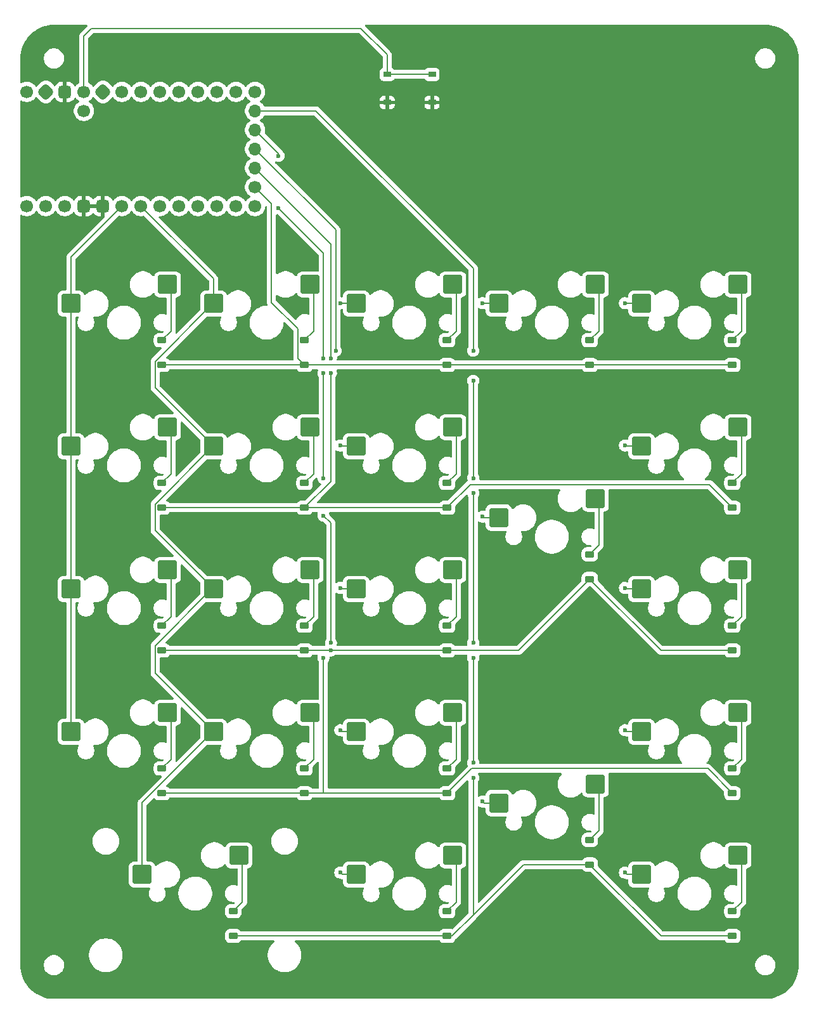
<source format=gbr>
%TF.GenerationSoftware,KiCad,Pcbnew,9.0.5*%
%TF.CreationDate,2025-11-02T15:08:23-08:00*%
%TF.ProjectId,MacroPad,4d616372-6f50-4616-942e-6b696361645f,rev?*%
%TF.SameCoordinates,Original*%
%TF.FileFunction,Copper,L2,Bot*%
%TF.FilePolarity,Positive*%
%FSLAX46Y46*%
G04 Gerber Fmt 4.6, Leading zero omitted, Abs format (unit mm)*
G04 Created by KiCad (PCBNEW 9.0.5) date 2025-11-02 15:08:23*
%MOMM*%
%LPD*%
G01*
G04 APERTURE LIST*
G04 Aperture macros list*
%AMRoundRect*
0 Rectangle with rounded corners*
0 $1 Rounding radius*
0 $2 $3 $4 $5 $6 $7 $8 $9 X,Y pos of 4 corners*
0 Add a 4 corners polygon primitive as box body*
4,1,4,$2,$3,$4,$5,$6,$7,$8,$9,$2,$3,0*
0 Add four circle primitives for the rounded corners*
1,1,$1+$1,$2,$3*
1,1,$1+$1,$4,$5*
1,1,$1+$1,$6,$7*
1,1,$1+$1,$8,$9*
0 Add four rect primitives between the rounded corners*
20,1,$1+$1,$2,$3,$4,$5,0*
20,1,$1+$1,$4,$5,$6,$7,0*
20,1,$1+$1,$6,$7,$8,$9,0*
20,1,$1+$1,$8,$9,$2,$3,0*%
G04 Aperture macros list end*
%TA.AperFunction,SMDPad,CuDef*%
%ADD10RoundRect,0.225000X0.375000X-0.225000X0.375000X0.225000X-0.375000X0.225000X-0.375000X-0.225000X0*%
%TD*%
%TA.AperFunction,SMDPad,CuDef*%
%ADD11RoundRect,0.250000X-1.025000X-1.000000X1.025000X-1.000000X1.025000X1.000000X-1.025000X1.000000X0*%
%TD*%
%TA.AperFunction,SMDPad,CuDef*%
%ADD12R,1.000000X0.750000*%
%TD*%
%TA.AperFunction,ComponentPad*%
%ADD13RoundRect,0.425000X-0.601041X0.000000X0.000000X-0.601041X0.601041X0.000000X0.000000X0.601041X0*%
%TD*%
%TA.AperFunction,ComponentPad*%
%ADD14C,1.700000*%
%TD*%
%TA.AperFunction,ComponentPad*%
%ADD15RoundRect,0.425000X-0.425000X0.425000X-0.425000X-0.425000X0.425000X-0.425000X0.425000X0.425000X0*%
%TD*%
%TA.AperFunction,ComponentPad*%
%ADD16RoundRect,0.425000X0.425000X-0.425000X0.425000X0.425000X-0.425000X0.425000X-0.425000X-0.425000X0*%
%TD*%
%TA.AperFunction,ComponentPad*%
%ADD17O,1.700000X1.700000*%
%TD*%
%TA.AperFunction,ViaPad*%
%ADD18C,0.600000*%
%TD*%
%TA.AperFunction,Conductor*%
%ADD19C,0.200000*%
%TD*%
G04 APERTURE END LIST*
D10*
%TO.P,D19,1*%
%TO.N,ROW4*%
X73950000Y-163100000D03*
%TO.P,D19,2*%
%TO.N,N$19*%
X73950000Y-159800000D03*
%TD*%
%TO.P,D12,1*%
%TO.N,ROW2*%
X102525000Y-125000000D03*
%TO.P,D12,2*%
%TO.N,N$12*%
X102525000Y-121700000D03*
%TD*%
%TO.P,D3,1*%
%TO.N,ROW0*%
X102525000Y-86900000D03*
%TO.P,D3,2*%
%TO.N,N$3*%
X102525000Y-83600000D03*
%TD*%
%TO.P,D21,1*%
%TO.N,ROW4*%
X121575000Y-153575000D03*
%TO.P,D21,2*%
%TO.N,N$21*%
X121575000Y-150275000D03*
%TD*%
%TO.P,D9,1*%
%TO.N,ROW1*%
X140625000Y-105950000D03*
%TO.P,D9,2*%
%TO.N,N$9*%
X140625000Y-102650000D03*
%TD*%
%TO.P,D5,1*%
%TO.N,ROW0*%
X140625000Y-86900000D03*
%TO.P,D5,2*%
%TO.N,N$5*%
X140625000Y-83600000D03*
%TD*%
%TO.P,D14,1*%
%TO.N,ROW2*%
X140625000Y-125000000D03*
%TO.P,D14,2*%
%TO.N,N$14*%
X140625000Y-121700000D03*
%TD*%
%TO.P,D15,1*%
%TO.N,ROW3*%
X64425000Y-144050000D03*
%TO.P,D15,2*%
%TO.N,N$15*%
X64425000Y-140750000D03*
%TD*%
%TO.P,D6,1*%
%TO.N,ROW1*%
X64425000Y-105950000D03*
%TO.P,D6,2*%
%TO.N,N$6*%
X64425000Y-102650000D03*
%TD*%
%TO.P,D11,1*%
%TO.N,ROW2*%
X83475000Y-125000000D03*
%TO.P,D11,2*%
%TO.N,N$11*%
X83475000Y-121700000D03*
%TD*%
%TO.P,D2,1*%
%TO.N,ROW0*%
X83475000Y-86900000D03*
%TO.P,D2,2*%
%TO.N,N$2*%
X83475000Y-83600000D03*
%TD*%
%TO.P,D1,1*%
%TO.N,ROW0*%
X64425000Y-86900000D03*
%TO.P,D1,2*%
%TO.N,N$1*%
X64425000Y-83600000D03*
%TD*%
%TO.P,D4,1*%
%TO.N,ROW0*%
X121575000Y-86900000D03*
%TO.P,D4,2*%
%TO.N,N$4*%
X121575000Y-83600000D03*
%TD*%
%TO.P,D13,1*%
%TO.N,ROW2*%
X121575000Y-115475000D03*
%TO.P,D13,2*%
%TO.N,N$13*%
X121575000Y-112175000D03*
%TD*%
%TO.P,D10,1*%
%TO.N,ROW2*%
X64425000Y-125000000D03*
%TO.P,D10,2*%
%TO.N,N$10*%
X64425000Y-121700000D03*
%TD*%
%TO.P,D17,1*%
%TO.N,ROW3*%
X102525000Y-144050000D03*
%TO.P,D17,2*%
%TO.N,N$17*%
X102525000Y-140750000D03*
%TD*%
%TO.P,D18,1*%
%TO.N,ROW3*%
X140625000Y-144050000D03*
%TO.P,D18,2*%
%TO.N,N$18*%
X140625000Y-140750000D03*
%TD*%
%TO.P,D7,1*%
%TO.N,ROW1*%
X83475000Y-105950000D03*
%TO.P,D7,2*%
%TO.N,N$7*%
X83475000Y-102650000D03*
%TD*%
%TO.P,D8,1*%
%TO.N,ROW1*%
X102525000Y-105950000D03*
%TO.P,D8,2*%
%TO.N,N$8*%
X102525000Y-102650000D03*
%TD*%
%TO.P,D22,1*%
%TO.N,ROW4*%
X140625000Y-163100000D03*
%TO.P,D22,2*%
%TO.N,N$22*%
X140625000Y-159800000D03*
%TD*%
%TO.P,D20,1*%
%TO.N,ROW4*%
X102525000Y-163100000D03*
%TO.P,D20,2*%
%TO.N,N$20*%
X102525000Y-159800000D03*
%TD*%
%TO.P,D16,1*%
%TO.N,ROW3*%
X83475000Y-144050000D03*
%TO.P,D16,2*%
%TO.N,N$16*%
X83475000Y-140750000D03*
%TD*%
D11*
%TO.P,SW16,1*%
%TO.N,COL1*%
X71310000Y-135860000D03*
%TO.P,SW16,2*%
%TO.N,N$16*%
X84237000Y-133320000D03*
%TD*%
%TO.P,SW6,1*%
%TO.N,COL0*%
X52260000Y-97760000D03*
%TO.P,SW6,2*%
%TO.N,N$6*%
X65187000Y-95220000D03*
%TD*%
%TO.P,SW15,1*%
%TO.N,COL0*%
X52260000Y-135860000D03*
%TO.P,SW15,2*%
%TO.N,N$15*%
X65187000Y-133320000D03*
%TD*%
%TO.P,SW1,1*%
%TO.N,COL0*%
X52260000Y-78710000D03*
%TO.P,SW1,2*%
%TO.N,N$1*%
X65187000Y-76170000D03*
%TD*%
%TO.P,SW12,1*%
%TO.N,COL2*%
X90360000Y-116810000D03*
%TO.P,SW12,2*%
%TO.N,N$12*%
X103287000Y-114270000D03*
%TD*%
%TO.P,SW21,1*%
%TO.N,COL3*%
X109410000Y-145385000D03*
%TO.P,SW21,2*%
%TO.N,N$21*%
X122337000Y-142845000D03*
%TD*%
%TO.P,SW18,1*%
%TO.N,COL4*%
X128460000Y-135860000D03*
%TO.P,SW18,2*%
%TO.N,N$18*%
X141387000Y-133320000D03*
%TD*%
%TO.P,SW2,1*%
%TO.N,COL1*%
X71310000Y-78710000D03*
%TO.P,SW2,2*%
%TO.N,N$2*%
X84237000Y-76170000D03*
%TD*%
%TO.P,SW19,1*%
%TO.N,COL1*%
X61785000Y-154910000D03*
%TO.P,SW19,2*%
%TO.N,N$19*%
X74712000Y-152370000D03*
%TD*%
%TO.P,SW17,1*%
%TO.N,COL2*%
X90360000Y-135860000D03*
%TO.P,SW17,2*%
%TO.N,N$17*%
X103287000Y-133320000D03*
%TD*%
%TO.P,SW5,1*%
%TO.N,COL4*%
X128460000Y-78710000D03*
%TO.P,SW5,2*%
%TO.N,N$5*%
X141387000Y-76170000D03*
%TD*%
%TO.P,SW11,1*%
%TO.N,COL1*%
X71310000Y-116810000D03*
%TO.P,SW11,2*%
%TO.N,N$11*%
X84237000Y-114270000D03*
%TD*%
%TO.P,SW7,1*%
%TO.N,COL1*%
X71310000Y-97760000D03*
%TO.P,SW7,2*%
%TO.N,N$7*%
X84237000Y-95220000D03*
%TD*%
%TO.P,SW4,1*%
%TO.N,COL3*%
X109410000Y-78710000D03*
%TO.P,SW4,2*%
%TO.N,N$4*%
X122337000Y-76170000D03*
%TD*%
%TO.P,SW10,1*%
%TO.N,COL0*%
X52260000Y-116810000D03*
%TO.P,SW10,2*%
%TO.N,N$10*%
X65187000Y-114270000D03*
%TD*%
%TO.P,SW14,1*%
%TO.N,COL4*%
X128460000Y-116810000D03*
%TO.P,SW14,2*%
%TO.N,N$14*%
X141387000Y-114270000D03*
%TD*%
%TO.P,SW13,1*%
%TO.N,COL3*%
X109410000Y-107285000D03*
%TO.P,SW13,2*%
%TO.N,N$13*%
X122337000Y-104745000D03*
%TD*%
%TO.P,SW3,1*%
%TO.N,COL2*%
X90360000Y-78710000D03*
%TO.P,SW3,2*%
%TO.N,N$3*%
X103287000Y-76170000D03*
%TD*%
%TO.P,SW20,1*%
%TO.N,COL2*%
X90360000Y-154910000D03*
%TO.P,SW20,2*%
%TO.N,N$20*%
X103287000Y-152370000D03*
%TD*%
%TO.P,SW8,1*%
%TO.N,COL2*%
X90360000Y-97760000D03*
%TO.P,SW8,2*%
%TO.N,N$8*%
X103287000Y-95220000D03*
%TD*%
%TO.P,SW22,1*%
%TO.N,COL4*%
X128460000Y-154910000D03*
%TO.P,SW22,2*%
%TO.N,N$22*%
X141387000Y-152370000D03*
%TD*%
%TO.P,SW9,1*%
%TO.N,COL4*%
X128460000Y-97760000D03*
%TO.P,SW9,2*%
%TO.N,N$9*%
X141387000Y-95220000D03*
%TD*%
D12*
%TO.P,SWR,1*%
%TO.N,RST*%
X100500000Y-48125000D03*
X94500000Y-48125000D03*
%TO.P,SWR,2*%
%TO.N,GND*%
X100500000Y-51875000D03*
X94500000Y-51875000D03*
%TD*%
D13*
%TO.P,REF\u002A\u002A,3V3*%
%TO.N,N/C*%
X56540000Y-50460000D03*
D14*
%TO.P,REF\u002A\u002A,19*%
X76860000Y-50460000D03*
%TO.P,REF\u002A\u002A,20*%
X74320000Y-50460000D03*
%TO.P,REF\u002A\u002A,21*%
X71780000Y-50460000D03*
%TO.P,REF\u002A\u002A,22*%
X69240000Y-50460000D03*
%TO.P,REF\u002A\u002A,23*%
X66700000Y-50460000D03*
%TO.P,REF\u002A\u002A,24*%
X64160000Y-50460000D03*
%TO.P,REF\u002A\u002A,25*%
X61620000Y-50460000D03*
%TO.P,REF\u002A\u002A,26*%
X59080000Y-50460000D03*
%TO.P,REF\u002A\u002A,D+*%
X46380000Y-65700000D03*
%TO.P,REF\u002A\u002A,D-*%
X46380000Y-50460000D03*
D15*
%TO.P,REF\u002A\u002A,GND*%
%TO.N,GND*%
X51460000Y-50460000D03*
D16*
X56540000Y-65700000D03*
X54000000Y-65700000D03*
D14*
%TO.P,REF\u002A\u002A,GP0*%
%TO.N,N/C*%
X48920000Y-65700000D03*
%TO.P,REF\u002A\u002A,GP1*%
X51460000Y-65700000D03*
%TO.P,REF\u002A\u002A,GP2*%
%TO.N,COL0*%
X59080000Y-65700000D03*
%TO.P,REF\u002A\u002A,GP3*%
%TO.N,COL1*%
X61620000Y-65700000D03*
%TO.P,REF\u002A\u002A,GP4*%
%TO.N,COL2*%
X64160000Y-65700000D03*
%TO.P,REF\u002A\u002A,GP5*%
%TO.N,COL3*%
X66700000Y-65700000D03*
%TO.P,REF\u002A\u002A,GP6*%
%TO.N,COL4*%
X69240000Y-65700000D03*
%TO.P,REF\u002A\u002A,GP7*%
%TO.N,N/C*%
X71780000Y-65700000D03*
%TO.P,REF\u002A\u002A,GP8*%
X74320000Y-65700000D03*
%TO.P,REF\u002A\u002A,GP9*%
X76860000Y-65700000D03*
%TO.P,REF\u002A\u002A,GP12*%
%TO.N,ROW0*%
X76860000Y-63160000D03*
D17*
%TO.P,REF\u002A\u002A,GP13*%
%TO.N,ROW1*%
X76860000Y-60620000D03*
%TO.P,REF\u002A\u002A,GP14*%
%TO.N,ROW2*%
X76860000Y-58080000D03*
%TO.P,REF\u002A\u002A,GP15*%
%TO.N,ROW3*%
X76860000Y-55540000D03*
%TO.P,REF\u002A\u002A,GP16*%
%TO.N,ROW4*%
X76860000Y-53000000D03*
D14*
%TO.P,REF\u002A\u002A,GP25*%
%TO.N,N/C*%
X54000000Y-53000000D03*
D13*
%TO.P,REF\u002A\u002A,RAW*%
X48920000Y-50460000D03*
D14*
%TO.P,REF\u002A\u002A,nRST*%
%TO.N,RST*%
X54000000Y-50460000D03*
%TD*%
D18*
%TO.N,GND*%
X61750000Y-58000000D03*
X78000000Y-76000000D03*
X68000000Y-136000000D03*
X68000000Y-117000000D03*
X68000000Y-99000000D03*
X82000000Y-80000000D03*
X81000000Y-72000000D03*
X76000000Y-85000000D03*
X91000000Y-128000000D03*
X73000000Y-129000000D03*
X93000000Y-110000000D03*
X74000000Y-111000000D03*
X72000000Y-89000000D03*
%TO.N,COL2*%
X88245000Y-116650000D03*
X88245000Y-78650000D03*
X88245000Y-154650000D03*
X88245000Y-135650000D03*
X88245000Y-97650000D03*
%TO.N,COL3*%
X107245000Y-145150000D03*
X107245000Y-78650000D03*
X107245000Y-107150000D03*
%TO.N,COL4*%
X126245000Y-78650000D03*
X126245000Y-116650000D03*
X126245000Y-135650000D03*
X126245000Y-97650000D03*
X126245000Y-154650000D03*
%TO.N,ROW1*%
X87000000Y-86000000D03*
X87000000Y-88000000D03*
%TO.N,ROW2*%
X87645000Y-85000000D03*
X87000000Y-125000000D03*
%TO.N,ROW3*%
X80000000Y-66000000D03*
X86000000Y-86000000D03*
X86000000Y-88000000D03*
X80000000Y-59000000D03*
X86000000Y-107000000D03*
X86000000Y-102000000D03*
X87000000Y-124000000D03*
X86000000Y-126000000D03*
%TO.N,ROW4*%
X106000000Y-140000000D03*
X106000000Y-142000000D03*
X106000000Y-126000000D03*
X106000000Y-124000000D03*
X106000000Y-85000000D03*
X106000000Y-102000000D03*
X106000000Y-89000000D03*
X106000000Y-104000000D03*
%TD*%
D19*
%TO.N,COL0*%
X52260000Y-78710000D02*
X52260000Y-72520000D01*
X52260000Y-135860000D02*
X52260000Y-78710000D01*
X52260000Y-72520000D02*
X59080000Y-65700000D01*
%TO.N,COL1*%
X63524000Y-109024000D02*
X71310000Y-116810000D01*
X71310000Y-78710000D02*
X71310000Y-75390000D01*
X71310000Y-75390000D02*
X61620000Y-65700000D01*
X71310000Y-116810000D02*
X71085000Y-116810000D01*
X71310000Y-78710000D02*
X71264890Y-78710000D01*
X63524000Y-128074000D02*
X71310000Y-135860000D01*
X63524000Y-105500890D02*
X63524000Y-109024000D01*
X61785000Y-145339890D02*
X61785000Y-154910000D01*
X71310000Y-97760000D02*
X71264890Y-97760000D01*
X71264890Y-78710000D02*
X63524000Y-86450890D01*
X63524000Y-124371000D02*
X63524000Y-128074000D01*
X63524000Y-89974000D02*
X71310000Y-97760000D01*
X71310000Y-135860000D02*
X71264890Y-135860000D01*
X71264890Y-97760000D02*
X63524000Y-105500890D01*
X71264890Y-135860000D02*
X61785000Y-145339890D01*
X71085000Y-116810000D02*
X63524000Y-124371000D01*
X63524000Y-86450890D02*
X63524000Y-89974000D01*
%TO.N,COL2*%
X90360000Y-154910000D02*
X88505000Y-154910000D01*
X90360000Y-135860000D02*
X88455000Y-135860000D01*
X90360000Y-78710000D02*
X88305000Y-78710000D01*
X88405000Y-116810000D02*
X88245000Y-116650000D01*
X90360000Y-97760000D02*
X88355000Y-97760000D01*
X88455000Y-135860000D02*
X88245000Y-135650000D01*
X88505000Y-154910000D02*
X88245000Y-154650000D01*
X88355000Y-97760000D02*
X88245000Y-97650000D01*
X90360000Y-116810000D02*
X88405000Y-116810000D01*
X88305000Y-78710000D02*
X88245000Y-78650000D01*
%TO.N,COL3*%
X109410000Y-107285000D02*
X107380000Y-107285000D01*
X107305000Y-78710000D02*
X107245000Y-78650000D01*
X107480000Y-145385000D02*
X107245000Y-145150000D01*
X107380000Y-107285000D02*
X107245000Y-107150000D01*
X109410000Y-78710000D02*
X107305000Y-78710000D01*
X109410000Y-145385000D02*
X107480000Y-145385000D01*
%TO.N,COL4*%
X126505000Y-154910000D02*
X126245000Y-154650000D01*
X126455000Y-135860000D02*
X126245000Y-135650000D01*
X126355000Y-97760000D02*
X126245000Y-97650000D01*
X128460000Y-97760000D02*
X126355000Y-97760000D01*
X128460000Y-135860000D02*
X126455000Y-135860000D01*
X126405000Y-116810000D02*
X126245000Y-116650000D01*
X128460000Y-154910000D02*
X126505000Y-154910000D01*
X128460000Y-116810000D02*
X126405000Y-116810000D01*
X128460000Y-78710000D02*
X126305000Y-78710000D01*
X126305000Y-78710000D02*
X126245000Y-78650000D01*
%TO.N,N$1*%
X65651000Y-82374000D02*
X64425000Y-83600000D01*
X65187000Y-76170000D02*
X65651000Y-76634000D01*
X65651000Y-76634000D02*
X65651000Y-82374000D01*
%TO.N,N$10*%
X65651000Y-114734000D02*
X65651000Y-120474000D01*
X65187000Y-114270000D02*
X65651000Y-114734000D01*
X65651000Y-120474000D02*
X64425000Y-121700000D01*
%TO.N,N$11*%
X84701000Y-114734000D02*
X84701000Y-120474000D01*
X84237000Y-114270000D02*
X84701000Y-114734000D01*
X84701000Y-120474000D02*
X83475000Y-121700000D01*
%TO.N,N$12*%
X103751000Y-114734000D02*
X103751000Y-120474000D01*
X103287000Y-114270000D02*
X103751000Y-114734000D01*
X103751000Y-120474000D02*
X102525000Y-121700000D01*
%TO.N,N$13*%
X122801000Y-105209000D02*
X122801000Y-110949000D01*
X122337000Y-104745000D02*
X122801000Y-105209000D01*
X122801000Y-110949000D02*
X121575000Y-112175000D01*
%TO.N,N$14*%
X141851000Y-114734000D02*
X141851000Y-120474000D01*
X141851000Y-120474000D02*
X140625000Y-121700000D01*
X141387000Y-114270000D02*
X141851000Y-114734000D01*
%TO.N,N$15*%
X65651000Y-139524000D02*
X64425000Y-140750000D01*
X65651000Y-133784000D02*
X65651000Y-139524000D01*
X65187000Y-133320000D02*
X65651000Y-133784000D01*
%TO.N,N$16*%
X84701000Y-133784000D02*
X84701000Y-139524000D01*
X84237000Y-133320000D02*
X84701000Y-133784000D01*
X84701000Y-139524000D02*
X83475000Y-140750000D01*
%TO.N,N$17*%
X103751000Y-133784000D02*
X103751000Y-139524000D01*
X103751000Y-139524000D02*
X102525000Y-140750000D01*
X103287000Y-133320000D02*
X103751000Y-133784000D01*
%TO.N,N$18*%
X141387000Y-133320000D02*
X141851000Y-133784000D01*
X141851000Y-139524000D02*
X140625000Y-140750000D01*
X141851000Y-133784000D02*
X141851000Y-139524000D01*
%TO.N,N$19*%
X75176000Y-152834000D02*
X75176000Y-158574000D01*
X75176000Y-158574000D02*
X73950000Y-159800000D01*
X74712000Y-152370000D02*
X75176000Y-152834000D01*
%TO.N,N$2*%
X84701000Y-76634000D02*
X84701000Y-82374000D01*
X84237000Y-76170000D02*
X84701000Y-76634000D01*
X84701000Y-82374000D02*
X83475000Y-83600000D01*
%TO.N,N$20*%
X103751000Y-158574000D02*
X102525000Y-159800000D01*
X103287000Y-152370000D02*
X103751000Y-152834000D01*
X103751000Y-152834000D02*
X103751000Y-158574000D01*
%TO.N,N$21*%
X122801000Y-149049000D02*
X121575000Y-150275000D01*
X122801000Y-143309000D02*
X122801000Y-149049000D01*
X122337000Y-142845000D02*
X122801000Y-143309000D01*
%TO.N,N$22*%
X141851000Y-158574000D02*
X140625000Y-159800000D01*
X141851000Y-152834000D02*
X141851000Y-158574000D01*
X141387000Y-152370000D02*
X141851000Y-152834000D01*
%TO.N,N$3*%
X103287000Y-76170000D02*
X103751000Y-76634000D01*
X103751000Y-82374000D02*
X102525000Y-83600000D01*
X103751000Y-76634000D02*
X103751000Y-82374000D01*
%TO.N,N$4*%
X122801000Y-76634000D02*
X122801000Y-82374000D01*
X122801000Y-82374000D02*
X121575000Y-83600000D01*
X122337000Y-76170000D02*
X122801000Y-76634000D01*
%TO.N,N$5*%
X141387000Y-76170000D02*
X141851000Y-76634000D01*
X141851000Y-76634000D02*
X141851000Y-82374000D01*
X141851000Y-82374000D02*
X140625000Y-83600000D01*
%TO.N,N$6*%
X65187000Y-95220000D02*
X65651000Y-95684000D01*
X65651000Y-101424000D02*
X64425000Y-102650000D01*
X65651000Y-95684000D02*
X65651000Y-101424000D01*
%TO.N,N$7*%
X84701000Y-101424000D02*
X83475000Y-102650000D01*
X84237000Y-95220000D02*
X84701000Y-95684000D01*
X84701000Y-95684000D02*
X84701000Y-101424000D01*
%TO.N,N$8*%
X103287000Y-95220000D02*
X103751000Y-95684000D01*
X103751000Y-95684000D02*
X103751000Y-101424000D01*
X103751000Y-101424000D02*
X102525000Y-102650000D01*
%TO.N,N$9*%
X141387000Y-95220000D02*
X141851000Y-95684000D01*
X141851000Y-101424000D02*
X140625000Y-102650000D01*
X141851000Y-95684000D02*
X141851000Y-101424000D01*
%TO.N,ROW0*%
X79059000Y-65359000D02*
X79059000Y-78567826D01*
X102525000Y-86900000D02*
X121575000Y-86900000D01*
X79059000Y-78567826D02*
X82574000Y-82082826D01*
X82574000Y-85999000D02*
X83475000Y-86900000D01*
X83475000Y-86900000D02*
X102525000Y-86900000D01*
X121575000Y-86900000D02*
X140625000Y-86900000D01*
X76860000Y-63160000D02*
X79059000Y-65359000D01*
X82574000Y-82082826D02*
X82574000Y-85999000D01*
X64425000Y-86900000D02*
X83475000Y-86900000D01*
%TO.N,ROW1*%
X87000000Y-70760000D02*
X76860000Y-60620000D01*
X137544000Y-102869000D02*
X140625000Y-105950000D01*
X105606000Y-102869000D02*
X137544000Y-102869000D01*
X83475000Y-105950000D02*
X102525000Y-105950000D01*
X64425000Y-105950000D02*
X83475000Y-105950000D01*
X87000000Y-86000000D02*
X87000000Y-70760000D01*
X102525000Y-105950000D02*
X105606000Y-102869000D01*
X83475000Y-105950000D02*
X87000000Y-102425000D01*
X87000000Y-102425000D02*
X87000000Y-88000000D01*
%TO.N,ROW2*%
X87645000Y-68865000D02*
X87645000Y-85000000D01*
X64425000Y-125000000D02*
X83475000Y-125000000D01*
X102525000Y-125000000D02*
X112050000Y-125000000D01*
X76860000Y-58080000D02*
X87645000Y-68865000D01*
X121575000Y-115475000D02*
X131100000Y-125000000D01*
X112050000Y-125000000D02*
X121575000Y-115475000D01*
X87000000Y-125000000D02*
X102525000Y-125000000D01*
X83475000Y-125000000D02*
X87000000Y-125000000D01*
X131100000Y-125000000D02*
X140625000Y-125000000D01*
%TO.N,ROW3*%
X105824000Y-140751000D02*
X137326000Y-140751000D01*
X102525000Y-144050000D02*
X105824000Y-140751000D01*
X137326000Y-140751000D02*
X140625000Y-144050000D01*
X64425000Y-144050000D02*
X86000000Y-144050000D01*
X86000000Y-102000000D02*
X86000000Y-88000000D01*
X86000000Y-144050000D02*
X102525000Y-144050000D01*
X86000000Y-144050000D02*
X86000000Y-126000000D01*
X87000000Y-108000000D02*
X86000000Y-107000000D01*
X86000000Y-72000000D02*
X80000000Y-66000000D01*
X80000000Y-58680000D02*
X76860000Y-55540000D01*
X87000000Y-124000000D02*
X87000000Y-108000000D01*
X80000000Y-59000000D02*
X80000000Y-58680000D01*
X86000000Y-86000000D02*
X86000000Y-72000000D01*
%TO.N,ROW4*%
X131100000Y-163100000D02*
X140625000Y-163100000D01*
X112720000Y-153575000D02*
X121575000Y-153575000D01*
X102525000Y-163100000D02*
X103195000Y-163100000D01*
X85000000Y-53000000D02*
X106000000Y-74000000D01*
X106000000Y-104000000D02*
X106000000Y-124000000D01*
X73950000Y-163100000D02*
X102525000Y-163100000D01*
X106000000Y-142000000D02*
X106000000Y-160295000D01*
X106000000Y-89000000D02*
X106000000Y-102000000D01*
X76860000Y-53000000D02*
X85000000Y-53000000D01*
X106000000Y-126000000D02*
X106000000Y-140000000D01*
X103195000Y-163100000D02*
X106000000Y-160295000D01*
X121575000Y-153575000D02*
X131100000Y-163100000D01*
X106000000Y-160295000D02*
X112720000Y-153575000D01*
X106000000Y-74000000D02*
X106000000Y-85000000D01*
%TO.N,RST*%
X91000000Y-42000000D02*
X55000000Y-42000000D01*
X55000000Y-42000000D02*
X54000000Y-43000000D01*
X100500000Y-48125000D02*
X94500000Y-48125000D01*
X94500000Y-48125000D02*
X94500000Y-45500000D01*
X94500000Y-45500000D02*
X91000000Y-42000000D01*
X54000000Y-43000000D02*
X54000000Y-50460000D01*
%TD*%
%TA.AperFunction,Conductor*%
%TO.N,GND*%
G36*
X145002702Y-41500617D02*
G01*
X145386771Y-41517386D01*
X145397506Y-41518326D01*
X145775971Y-41568152D01*
X145786597Y-41570025D01*
X146159284Y-41652648D01*
X146169710Y-41655442D01*
X146533765Y-41770227D01*
X146543911Y-41773920D01*
X146896578Y-41920000D01*
X146906369Y-41924566D01*
X147244942Y-42100816D01*
X147254310Y-42106224D01*
X147576244Y-42311318D01*
X147585105Y-42317523D01*
X147887930Y-42549889D01*
X147896217Y-42556843D01*
X148177635Y-42814715D01*
X148185284Y-42822364D01*
X148443156Y-43103782D01*
X148450110Y-43112069D01*
X148682476Y-43414894D01*
X148688681Y-43423755D01*
X148893775Y-43745689D01*
X148899183Y-43755057D01*
X149075430Y-44093623D01*
X149080002Y-44103427D01*
X149226075Y-44456078D01*
X149229775Y-44466244D01*
X149344554Y-44830278D01*
X149347354Y-44840727D01*
X149429971Y-45213389D01*
X149431849Y-45224042D01*
X149481671Y-45602473D01*
X149482614Y-45613249D01*
X149499382Y-45997297D01*
X149499500Y-46002706D01*
X149499500Y-166997293D01*
X149499382Y-167002702D01*
X149482614Y-167386750D01*
X149481671Y-167397526D01*
X149431849Y-167775957D01*
X149429971Y-167786610D01*
X149347354Y-168159272D01*
X149344554Y-168169721D01*
X149229775Y-168533755D01*
X149226075Y-168543921D01*
X149080002Y-168896572D01*
X149075430Y-168906376D01*
X148899183Y-169244942D01*
X148893775Y-169254310D01*
X148688681Y-169576244D01*
X148682476Y-169585105D01*
X148450110Y-169887930D01*
X148443156Y-169896217D01*
X148185284Y-170177635D01*
X148177635Y-170185284D01*
X147896217Y-170443156D01*
X147887930Y-170450110D01*
X147585105Y-170682476D01*
X147576244Y-170688681D01*
X147254310Y-170893775D01*
X147244942Y-170899183D01*
X146906376Y-171075430D01*
X146896572Y-171080002D01*
X146543921Y-171226075D01*
X146533755Y-171229775D01*
X146169721Y-171344554D01*
X146159272Y-171347354D01*
X145786610Y-171429971D01*
X145775957Y-171431849D01*
X145397526Y-171481671D01*
X145386750Y-171482614D01*
X145002703Y-171499382D01*
X144997294Y-171499500D01*
X50002706Y-171499500D01*
X49997297Y-171499382D01*
X49613249Y-171482614D01*
X49602473Y-171481671D01*
X49224042Y-171431849D01*
X49213389Y-171429971D01*
X48840727Y-171347354D01*
X48830278Y-171344554D01*
X48466244Y-171229775D01*
X48456078Y-171226075D01*
X48103427Y-171080002D01*
X48093623Y-171075430D01*
X47755057Y-170899183D01*
X47745689Y-170893775D01*
X47423755Y-170688681D01*
X47414894Y-170682476D01*
X47112069Y-170450110D01*
X47103782Y-170443156D01*
X46822364Y-170185284D01*
X46814715Y-170177635D01*
X46556843Y-169896217D01*
X46549889Y-169887930D01*
X46317523Y-169585105D01*
X46311318Y-169576244D01*
X46106224Y-169254310D01*
X46100816Y-169244942D01*
X45924569Y-168906376D01*
X45919997Y-168896572D01*
X45773924Y-168543921D01*
X45770224Y-168533755D01*
X45655442Y-168169710D01*
X45652648Y-168159284D01*
X45570025Y-167786597D01*
X45568152Y-167775971D01*
X45518326Y-167397506D01*
X45517386Y-167386771D01*
X45500618Y-167002702D01*
X45500500Y-166997293D01*
X45500500Y-166893713D01*
X48649500Y-166893713D01*
X48649500Y-167106287D01*
X48682754Y-167316243D01*
X48705663Y-167386750D01*
X48748444Y-167518414D01*
X48844951Y-167707820D01*
X48969890Y-167879786D01*
X49120213Y-168030109D01*
X49292179Y-168155048D01*
X49292181Y-168155049D01*
X49292184Y-168155051D01*
X49481588Y-168251557D01*
X49683757Y-168317246D01*
X49893713Y-168350500D01*
X49893714Y-168350500D01*
X50106286Y-168350500D01*
X50106287Y-168350500D01*
X50316243Y-168317246D01*
X50518412Y-168251557D01*
X50707816Y-168155051D01*
X50742637Y-168129752D01*
X50879786Y-168030109D01*
X50879788Y-168030106D01*
X50879792Y-168030104D01*
X51030104Y-167879792D01*
X51030106Y-167879788D01*
X51030109Y-167879786D01*
X51155048Y-167707820D01*
X51155047Y-167707820D01*
X51155051Y-167707816D01*
X51251557Y-167518412D01*
X51317246Y-167316243D01*
X51350500Y-167106287D01*
X51350500Y-166893713D01*
X51317246Y-166683757D01*
X51251557Y-166481588D01*
X51155051Y-166292184D01*
X51155049Y-166292181D01*
X51155048Y-166292179D01*
X51030109Y-166120213D01*
X50879786Y-165969890D01*
X50707820Y-165844951D01*
X50518414Y-165748444D01*
X50518413Y-165748443D01*
X50518412Y-165748443D01*
X50316243Y-165682754D01*
X50316241Y-165682753D01*
X50316240Y-165682753D01*
X50154957Y-165657208D01*
X50106287Y-165649500D01*
X49893713Y-165649500D01*
X49845042Y-165657208D01*
X49683760Y-165682753D01*
X49481585Y-165748444D01*
X49292179Y-165844951D01*
X49120213Y-165969890D01*
X48969890Y-166120213D01*
X48844951Y-166292179D01*
X48748444Y-166481585D01*
X48682753Y-166683760D01*
X48649500Y-166893713D01*
X45500500Y-166893713D01*
X45500500Y-165527900D01*
X54687600Y-165527900D01*
X54687600Y-165822099D01*
X54687601Y-165822116D01*
X54726001Y-166113796D01*
X54802152Y-166397994D01*
X54914734Y-166669794D01*
X54914742Y-166669810D01*
X55061840Y-166924589D01*
X55061851Y-166924605D01*
X55240948Y-167158009D01*
X55240954Y-167158016D01*
X55448983Y-167366045D01*
X55448990Y-167366051D01*
X55483012Y-167392157D01*
X55682403Y-167545155D01*
X55682410Y-167545159D01*
X55937189Y-167692257D01*
X55937205Y-167692265D01*
X56209005Y-167804847D01*
X56209007Y-167804847D01*
X56209013Y-167804850D01*
X56493200Y-167880998D01*
X56784894Y-167919400D01*
X56784901Y-167919400D01*
X57079099Y-167919400D01*
X57079106Y-167919400D01*
X57370800Y-167880998D01*
X57654987Y-167804850D01*
X57889250Y-167707816D01*
X57926794Y-167692265D01*
X57926797Y-167692263D01*
X57926803Y-167692261D01*
X58181597Y-167545155D01*
X58415011Y-167366050D01*
X58623050Y-167158011D01*
X58802155Y-166924597D01*
X58949261Y-166669803D01*
X59061850Y-166397987D01*
X59137998Y-166113800D01*
X59176400Y-165822106D01*
X59176400Y-165527894D01*
X59137998Y-165236200D01*
X59061850Y-164952013D01*
X59061847Y-164952005D01*
X58949265Y-164680205D01*
X58949257Y-164680189D01*
X58802159Y-164425410D01*
X58802155Y-164425403D01*
X58623050Y-164191989D01*
X58623045Y-164191983D01*
X58415016Y-163983954D01*
X58415009Y-163983948D01*
X58181605Y-163804851D01*
X58181603Y-163804849D01*
X58181597Y-163804845D01*
X58181592Y-163804842D01*
X58181589Y-163804840D01*
X57926810Y-163657742D01*
X57926794Y-163657734D01*
X57654994Y-163545152D01*
X57620659Y-163535952D01*
X57370800Y-163469002D01*
X57370799Y-163469001D01*
X57370796Y-163469001D01*
X57079116Y-163430601D01*
X57079111Y-163430600D01*
X57079106Y-163430600D01*
X56784894Y-163430600D01*
X56784888Y-163430600D01*
X56784883Y-163430601D01*
X56493203Y-163469001D01*
X56209005Y-163545152D01*
X55937205Y-163657734D01*
X55937189Y-163657742D01*
X55682410Y-163804840D01*
X55682394Y-163804851D01*
X55448990Y-163983948D01*
X55448983Y-163983954D01*
X55240954Y-164191983D01*
X55240948Y-164191990D01*
X55061851Y-164425394D01*
X55061840Y-164425410D01*
X54914742Y-164680189D01*
X54914734Y-164680205D01*
X54802152Y-164952005D01*
X54726001Y-165236203D01*
X54687601Y-165527883D01*
X54687600Y-165527900D01*
X45500500Y-165527900D01*
X45500500Y-150348685D01*
X55157500Y-150348685D01*
X55157500Y-150581314D01*
X55171176Y-150685185D01*
X55187863Y-150811930D01*
X55217965Y-150924274D01*
X55248068Y-151036620D01*
X55337083Y-151251521D01*
X55337088Y-151251532D01*
X55453387Y-151452966D01*
X55453398Y-151452982D01*
X55594996Y-151637517D01*
X55595002Y-151637524D01*
X55759475Y-151801997D01*
X55759481Y-151802002D01*
X55944026Y-151943608D01*
X55944033Y-151943612D01*
X56145467Y-152059911D01*
X56145472Y-152059913D01*
X56145475Y-152059915D01*
X56145485Y-152059919D01*
X56360379Y-152148931D01*
X56360380Y-152148931D01*
X56360382Y-152148932D01*
X56585070Y-152209137D01*
X56815693Y-152239500D01*
X56815700Y-152239500D01*
X57048300Y-152239500D01*
X57048307Y-152239500D01*
X57278930Y-152209137D01*
X57503618Y-152148932D01*
X57718525Y-152059915D01*
X57919974Y-151943608D01*
X58104519Y-151802002D01*
X58269002Y-151637519D01*
X58410608Y-151452974D01*
X58526915Y-151251525D01*
X58615932Y-151036618D01*
X58676137Y-150811930D01*
X58706500Y-150581307D01*
X58706500Y-150348693D01*
X58676137Y-150118070D01*
X58615932Y-149893382D01*
X58526915Y-149678475D01*
X58526913Y-149678472D01*
X58526911Y-149678467D01*
X58410612Y-149477033D01*
X58410611Y-149477032D01*
X58410608Y-149477026D01*
X58269002Y-149292481D01*
X58268997Y-149292475D01*
X58104524Y-149128002D01*
X58104517Y-149127996D01*
X57919982Y-148986398D01*
X57919980Y-148986396D01*
X57919974Y-148986392D01*
X57919969Y-148986389D01*
X57919966Y-148986387D01*
X57718532Y-148870088D01*
X57718521Y-148870083D01*
X57503620Y-148781068D01*
X57391274Y-148750965D01*
X57278930Y-148720863D01*
X57227680Y-148714115D01*
X57048314Y-148690500D01*
X57048307Y-148690500D01*
X56815693Y-148690500D01*
X56815685Y-148690500D01*
X56610694Y-148717489D01*
X56585070Y-148720863D01*
X56528898Y-148735914D01*
X56360379Y-148781068D01*
X56145478Y-148870083D01*
X56145467Y-148870088D01*
X55944033Y-148986387D01*
X55944017Y-148986398D01*
X55759482Y-149127996D01*
X55759475Y-149128002D01*
X55595002Y-149292475D01*
X55594996Y-149292482D01*
X55453398Y-149477017D01*
X55453387Y-149477033D01*
X55337088Y-149678467D01*
X55337083Y-149678478D01*
X55248068Y-149893379D01*
X55187863Y-150118071D01*
X55157500Y-150348685D01*
X45500500Y-150348685D01*
X45500500Y-66969923D01*
X45520185Y-66902884D01*
X45572989Y-66857129D01*
X45642147Y-66847185D01*
X45680792Y-66859437D01*
X45861588Y-66951557D01*
X46063757Y-67017246D01*
X46273713Y-67050500D01*
X46273714Y-67050500D01*
X46486286Y-67050500D01*
X46486287Y-67050500D01*
X46696243Y-67017246D01*
X46898412Y-66951557D01*
X47087816Y-66855051D01*
X47195508Y-66776809D01*
X47259786Y-66730109D01*
X47259788Y-66730106D01*
X47259792Y-66730104D01*
X47410104Y-66579792D01*
X47410106Y-66579788D01*
X47410109Y-66579786D01*
X47535048Y-66407820D01*
X47535047Y-66407820D01*
X47535051Y-66407816D01*
X47539514Y-66399054D01*
X47587488Y-66348259D01*
X47655308Y-66331463D01*
X47721444Y-66353999D01*
X47760486Y-66399056D01*
X47764951Y-66407820D01*
X47889890Y-66579786D01*
X48040213Y-66730109D01*
X48212179Y-66855048D01*
X48212181Y-66855049D01*
X48212184Y-66855051D01*
X48401588Y-66951557D01*
X48603757Y-67017246D01*
X48813713Y-67050500D01*
X48813714Y-67050500D01*
X49026286Y-67050500D01*
X49026287Y-67050500D01*
X49236243Y-67017246D01*
X49438412Y-66951557D01*
X49627816Y-66855051D01*
X49735508Y-66776809D01*
X49799786Y-66730109D01*
X49799788Y-66730106D01*
X49799792Y-66730104D01*
X49950104Y-66579792D01*
X49950106Y-66579788D01*
X49950109Y-66579786D01*
X50075048Y-66407820D01*
X50075047Y-66407820D01*
X50075051Y-66407816D01*
X50079514Y-66399054D01*
X50127488Y-66348259D01*
X50195308Y-66331463D01*
X50261444Y-66353999D01*
X50300486Y-66399056D01*
X50304951Y-66407820D01*
X50429890Y-66579786D01*
X50580213Y-66730109D01*
X50752179Y-66855048D01*
X50752181Y-66855049D01*
X50752184Y-66855051D01*
X50941588Y-66951557D01*
X51143757Y-67017246D01*
X51353713Y-67050500D01*
X51353714Y-67050500D01*
X51566286Y-67050500D01*
X51566287Y-67050500D01*
X51776243Y-67017246D01*
X51978412Y-66951557D01*
X52167816Y-66855051D01*
X52275508Y-66776809D01*
X52339786Y-66730109D01*
X52339788Y-66730106D01*
X52339792Y-66730104D01*
X52490104Y-66579792D01*
X52534847Y-66518207D01*
X52590177Y-66475541D01*
X52659790Y-66469561D01*
X52721585Y-66502167D01*
X52745651Y-66534798D01*
X52794955Y-66631564D01*
X52794956Y-66631566D01*
X52917324Y-66782675D01*
X53068432Y-66905042D01*
X53241684Y-66993317D01*
X53429502Y-67043644D01*
X53510256Y-67049999D01*
X53510270Y-67050000D01*
X53750000Y-67050000D01*
X53750000Y-66133012D01*
X53807007Y-66165925D01*
X53934174Y-66200000D01*
X54065826Y-66200000D01*
X54192993Y-66165925D01*
X54250000Y-66133012D01*
X54250000Y-67050000D01*
X54489730Y-67050000D01*
X54489743Y-67049999D01*
X54570497Y-67043644D01*
X54758315Y-66993317D01*
X54931567Y-66905042D01*
X55082675Y-66782675D01*
X55173634Y-66670353D01*
X55231122Y-66630641D01*
X55300953Y-66628314D01*
X55360956Y-66664110D01*
X55366366Y-66670353D01*
X55457324Y-66782675D01*
X55608432Y-66905042D01*
X55781684Y-66993317D01*
X55969502Y-67043644D01*
X56050256Y-67049999D01*
X56050270Y-67050000D01*
X56290000Y-67050000D01*
X56290000Y-66133012D01*
X56347007Y-66165925D01*
X56474174Y-66200000D01*
X56605826Y-66200000D01*
X56732993Y-66165925D01*
X56790000Y-66133012D01*
X56790000Y-67089402D01*
X56770315Y-67156441D01*
X56753681Y-67177083D01*
X51779481Y-72151282D01*
X51779477Y-72151287D01*
X51733004Y-72231783D01*
X51733003Y-72231782D01*
X51700424Y-72288211D01*
X51700423Y-72288215D01*
X51659499Y-72440943D01*
X51659499Y-72440945D01*
X51659499Y-72609046D01*
X51659500Y-72609059D01*
X51659500Y-76835500D01*
X51639815Y-76902539D01*
X51587011Y-76948294D01*
X51535500Y-76959500D01*
X51184998Y-76959500D01*
X51184980Y-76959501D01*
X51082203Y-76970000D01*
X51082200Y-76970001D01*
X50915668Y-77025185D01*
X50915663Y-77025187D01*
X50766342Y-77117289D01*
X50642289Y-77241342D01*
X50550187Y-77390663D01*
X50550186Y-77390666D01*
X50495001Y-77557203D01*
X50495001Y-77557204D01*
X50495000Y-77557204D01*
X50484500Y-77659983D01*
X50484500Y-79760001D01*
X50484501Y-79760018D01*
X50495000Y-79862796D01*
X50495001Y-79862799D01*
X50550185Y-80029331D01*
X50550187Y-80029336D01*
X50561549Y-80047756D01*
X50642288Y-80178656D01*
X50766344Y-80302712D01*
X50915666Y-80394814D01*
X51082203Y-80449999D01*
X51184991Y-80460500D01*
X51535500Y-80460499D01*
X51602539Y-80480183D01*
X51648294Y-80532987D01*
X51659500Y-80584499D01*
X51659500Y-95885500D01*
X51639815Y-95952539D01*
X51587011Y-95998294D01*
X51535500Y-96009500D01*
X51184998Y-96009500D01*
X51184980Y-96009501D01*
X51082203Y-96020000D01*
X51082200Y-96020001D01*
X50915668Y-96075185D01*
X50915663Y-96075187D01*
X50766342Y-96167289D01*
X50642289Y-96291342D01*
X50550187Y-96440663D01*
X50550186Y-96440666D01*
X50495001Y-96607203D01*
X50495001Y-96607204D01*
X50495000Y-96607204D01*
X50484500Y-96709983D01*
X50484500Y-98810001D01*
X50484501Y-98810018D01*
X50495000Y-98912796D01*
X50495001Y-98912799D01*
X50550185Y-99079331D01*
X50550187Y-99079336D01*
X50561549Y-99097756D01*
X50642288Y-99228656D01*
X50766344Y-99352712D01*
X50915666Y-99444814D01*
X51082203Y-99499999D01*
X51184991Y-99510500D01*
X51535500Y-99510499D01*
X51602539Y-99530183D01*
X51648294Y-99582987D01*
X51659500Y-99634499D01*
X51659500Y-114935500D01*
X51639815Y-115002539D01*
X51587011Y-115048294D01*
X51535500Y-115059500D01*
X51184998Y-115059500D01*
X51184980Y-115059501D01*
X51082203Y-115070000D01*
X51082200Y-115070001D01*
X50915668Y-115125185D01*
X50915663Y-115125187D01*
X50766342Y-115217289D01*
X50642289Y-115341342D01*
X50550187Y-115490663D01*
X50550186Y-115490666D01*
X50495001Y-115657203D01*
X50495001Y-115657204D01*
X50495000Y-115657204D01*
X50484500Y-115759983D01*
X50484500Y-117860001D01*
X50484501Y-117860018D01*
X50495000Y-117962796D01*
X50495001Y-117962799D01*
X50550185Y-118129331D01*
X50550187Y-118129336D01*
X50561549Y-118147756D01*
X50642288Y-118278656D01*
X50766344Y-118402712D01*
X50915666Y-118494814D01*
X51082203Y-118549999D01*
X51184991Y-118560500D01*
X51535500Y-118560499D01*
X51602539Y-118580183D01*
X51648294Y-118632987D01*
X51659500Y-118684499D01*
X51659500Y-133985500D01*
X51639815Y-134052539D01*
X51587011Y-134098294D01*
X51535500Y-134109500D01*
X51184998Y-134109500D01*
X51184980Y-134109501D01*
X51082203Y-134120000D01*
X51082200Y-134120001D01*
X50915668Y-134175185D01*
X50915663Y-134175187D01*
X50766342Y-134267289D01*
X50642289Y-134391342D01*
X50550187Y-134540663D01*
X50550186Y-134540666D01*
X50495001Y-134707203D01*
X50495001Y-134707204D01*
X50495000Y-134707204D01*
X50484500Y-134809983D01*
X50484500Y-136910001D01*
X50484501Y-136910018D01*
X50495000Y-137012796D01*
X50495001Y-137012799D01*
X50550185Y-137179331D01*
X50550187Y-137179336D01*
X50561549Y-137197756D01*
X50642288Y-137328656D01*
X50766344Y-137452712D01*
X50915666Y-137544814D01*
X51082203Y-137599999D01*
X51184991Y-137610500D01*
X53204047Y-137610499D01*
X53271086Y-137630184D01*
X53316841Y-137682987D01*
X53326785Y-137752146D01*
X53304371Y-137807376D01*
X53302388Y-137810104D01*
X53221957Y-137967957D01*
X53221956Y-137967960D01*
X53167214Y-138136443D01*
X53139500Y-138311421D01*
X53139500Y-138488578D01*
X53167214Y-138663556D01*
X53221956Y-138832039D01*
X53221957Y-138832042D01*
X53302386Y-138989890D01*
X53406517Y-139133214D01*
X53531786Y-139258483D01*
X53675110Y-139362614D01*
X53743577Y-139397500D01*
X53832957Y-139443042D01*
X53832960Y-139443043D01*
X53911071Y-139468422D01*
X54001445Y-139497786D01*
X54176421Y-139525500D01*
X54176422Y-139525500D01*
X54353578Y-139525500D01*
X54353579Y-139525500D01*
X54528555Y-139497786D01*
X54697042Y-139443042D01*
X54854890Y-139362614D01*
X54998214Y-139258483D01*
X55123483Y-139133214D01*
X55227614Y-138989890D01*
X55308042Y-138832042D01*
X55362786Y-138663555D01*
X55390500Y-138488579D01*
X55390500Y-138311421D01*
X55381165Y-138252486D01*
X57094500Y-138252486D01*
X57094500Y-138547513D01*
X57109778Y-138663555D01*
X57133007Y-138839993D01*
X57209361Y-139124951D01*
X57209364Y-139124961D01*
X57322254Y-139397500D01*
X57322258Y-139397510D01*
X57469761Y-139652993D01*
X57649352Y-139887040D01*
X57649358Y-139887047D01*
X57857952Y-140095641D01*
X57857959Y-140095647D01*
X58092006Y-140275238D01*
X58347489Y-140422741D01*
X58347490Y-140422741D01*
X58347493Y-140422743D01*
X58620048Y-140535639D01*
X58905007Y-140611993D01*
X59197494Y-140650500D01*
X59197501Y-140650500D01*
X59492499Y-140650500D01*
X59492506Y-140650500D01*
X59784993Y-140611993D01*
X60069952Y-140535639D01*
X60342507Y-140422743D01*
X60597994Y-140275238D01*
X60832042Y-140095646D01*
X61040646Y-139887042D01*
X61220238Y-139652994D01*
X61367743Y-139397507D01*
X61480639Y-139124952D01*
X61556993Y-138839993D01*
X61595500Y-138547506D01*
X61595500Y-138252494D01*
X61556993Y-137960007D01*
X61480639Y-137675048D01*
X61479615Y-137672577D01*
X61425329Y-137541519D01*
X61367743Y-137402493D01*
X61352399Y-137375917D01*
X61220238Y-137147006D01*
X61040647Y-136912959D01*
X61040641Y-136912952D01*
X60832047Y-136704358D01*
X60832040Y-136704352D01*
X60597993Y-136524761D01*
X60342510Y-136377258D01*
X60342500Y-136377254D01*
X60069961Y-136264364D01*
X60069954Y-136264362D01*
X60069952Y-136264361D01*
X59784993Y-136188007D01*
X59736113Y-136181571D01*
X59492513Y-136149500D01*
X59492506Y-136149500D01*
X59197494Y-136149500D01*
X59197486Y-136149500D01*
X58919085Y-136186153D01*
X58905007Y-136188007D01*
X58620048Y-136264361D01*
X58620038Y-136264364D01*
X58347499Y-136377254D01*
X58347489Y-136377258D01*
X58092006Y-136524761D01*
X57857959Y-136704352D01*
X57857952Y-136704358D01*
X57649358Y-136912952D01*
X57649352Y-136912959D01*
X57469761Y-137147006D01*
X57322258Y-137402489D01*
X57322254Y-137402499D01*
X57209364Y-137675038D01*
X57209361Y-137675048D01*
X57173172Y-137810110D01*
X57133008Y-137960004D01*
X57133006Y-137960015D01*
X57094500Y-138252486D01*
X55381165Y-138252486D01*
X55362786Y-138136445D01*
X55308042Y-137967958D01*
X55308040Y-137967952D01*
X55225513Y-137805987D01*
X55212616Y-137737317D01*
X55238892Y-137672577D01*
X55295998Y-137632319D01*
X55352181Y-137626752D01*
X55411564Y-137634570D01*
X55418612Y-137635498D01*
X55418628Y-137635500D01*
X55418635Y-137635500D01*
X55651365Y-137635500D01*
X55651372Y-137635500D01*
X55882126Y-137605121D01*
X56106940Y-137544882D01*
X56304000Y-137463258D01*
X56321960Y-137455819D01*
X56321963Y-137455817D01*
X56321969Y-137455815D01*
X56523532Y-137339442D01*
X56708181Y-137197756D01*
X56872756Y-137033181D01*
X57014442Y-136848532D01*
X57130815Y-136646969D01*
X57219882Y-136431940D01*
X57280121Y-136207126D01*
X57310500Y-135976372D01*
X57310500Y-135743628D01*
X57280121Y-135512874D01*
X57219882Y-135288060D01*
X57212744Y-135270827D01*
X57130819Y-135073039D01*
X57130811Y-135073023D01*
X57014446Y-134871475D01*
X57014442Y-134871468D01*
X56872756Y-134686819D01*
X56872751Y-134686813D01*
X56708186Y-134522248D01*
X56708179Y-134522242D01*
X56523540Y-134380564D01*
X56523538Y-134380562D01*
X56523532Y-134380558D01*
X56523527Y-134380555D01*
X56523524Y-134380553D01*
X56321976Y-134264188D01*
X56321960Y-134264180D01*
X56106947Y-134175120D01*
X55901237Y-134120000D01*
X55882126Y-134114879D01*
X55882125Y-134114878D01*
X55882122Y-134114878D01*
X55651382Y-134084501D01*
X55651377Y-134084500D01*
X55651372Y-134084500D01*
X55418628Y-134084500D01*
X55418622Y-134084500D01*
X55418617Y-134084501D01*
X55187877Y-134114878D01*
X54963052Y-134175120D01*
X54748039Y-134264180D01*
X54748023Y-134264188D01*
X54546475Y-134380553D01*
X54546459Y-134380564D01*
X54361821Y-134522241D01*
X54204948Y-134679114D01*
X54143625Y-134712598D01*
X54073933Y-134707614D01*
X54018000Y-134665742D01*
X53999561Y-134630437D01*
X53969814Y-134540666D01*
X53877712Y-134391344D01*
X53753656Y-134267288D01*
X53604334Y-134175186D01*
X53437797Y-134120001D01*
X53437795Y-134120000D01*
X53335016Y-134109500D01*
X53335009Y-134109500D01*
X52984500Y-134109500D01*
X52917461Y-134089815D01*
X52871706Y-134037011D01*
X52860500Y-133985500D01*
X52860500Y-118684499D01*
X52880185Y-118617460D01*
X52932989Y-118571705D01*
X52984500Y-118560499D01*
X53204048Y-118560499D01*
X53271087Y-118580184D01*
X53316842Y-118632988D01*
X53326786Y-118702146D01*
X53304365Y-118757386D01*
X53302386Y-118760108D01*
X53221957Y-118917957D01*
X53221956Y-118917960D01*
X53167214Y-119086443D01*
X53139500Y-119261421D01*
X53139500Y-119438578D01*
X53167214Y-119613556D01*
X53221956Y-119782039D01*
X53221957Y-119782042D01*
X53302386Y-119939890D01*
X53406517Y-120083214D01*
X53531786Y-120208483D01*
X53675110Y-120312614D01*
X53743577Y-120347500D01*
X53832957Y-120393042D01*
X53832960Y-120393043D01*
X53917201Y-120420414D01*
X54001445Y-120447786D01*
X54176421Y-120475500D01*
X54176422Y-120475500D01*
X54353578Y-120475500D01*
X54353579Y-120475500D01*
X54528555Y-120447786D01*
X54697042Y-120393042D01*
X54854890Y-120312614D01*
X54998214Y-120208483D01*
X55123483Y-120083214D01*
X55227614Y-119939890D01*
X55308042Y-119782042D01*
X55362786Y-119613555D01*
X55390500Y-119438579D01*
X55390500Y-119261421D01*
X55381165Y-119202486D01*
X57094500Y-119202486D01*
X57094500Y-119497513D01*
X57109778Y-119613555D01*
X57133007Y-119789993D01*
X57209361Y-120074951D01*
X57209364Y-120074961D01*
X57322254Y-120347500D01*
X57322258Y-120347510D01*
X57469761Y-120602993D01*
X57649352Y-120837040D01*
X57649358Y-120837047D01*
X57857952Y-121045641D01*
X57857959Y-121045647D01*
X58092006Y-121225238D01*
X58347489Y-121372741D01*
X58347490Y-121372741D01*
X58347493Y-121372743D01*
X58620048Y-121485639D01*
X58905007Y-121561993D01*
X59197494Y-121600500D01*
X59197501Y-121600500D01*
X59492499Y-121600500D01*
X59492506Y-121600500D01*
X59784993Y-121561993D01*
X60069952Y-121485639D01*
X60342507Y-121372743D01*
X60597994Y-121225238D01*
X60832042Y-121045646D01*
X61040646Y-120837042D01*
X61220238Y-120602994D01*
X61367743Y-120347507D01*
X61480639Y-120074952D01*
X61556993Y-119789993D01*
X61595500Y-119497506D01*
X61595500Y-119202494D01*
X61556993Y-118910007D01*
X61480639Y-118625048D01*
X61479615Y-118622577D01*
X61425329Y-118491519D01*
X61367743Y-118352493D01*
X61352399Y-118325917D01*
X61220238Y-118097006D01*
X61040647Y-117862959D01*
X61040641Y-117862952D01*
X60832047Y-117654358D01*
X60832040Y-117654352D01*
X60597993Y-117474761D01*
X60342510Y-117327258D01*
X60342500Y-117327254D01*
X60069961Y-117214364D01*
X60069954Y-117214362D01*
X60069952Y-117214361D01*
X59784993Y-117138007D01*
X59736113Y-117131571D01*
X59492513Y-117099500D01*
X59492506Y-117099500D01*
X59197494Y-117099500D01*
X59197486Y-117099500D01*
X58919085Y-117136153D01*
X58905007Y-117138007D01*
X58821853Y-117160288D01*
X58620048Y-117214361D01*
X58620038Y-117214364D01*
X58347499Y-117327254D01*
X58347489Y-117327258D01*
X58092006Y-117474761D01*
X57857959Y-117654352D01*
X57857952Y-117654358D01*
X57649358Y-117862952D01*
X57649352Y-117862959D01*
X57469761Y-118097006D01*
X57322258Y-118352489D01*
X57322254Y-118352499D01*
X57209364Y-118625038D01*
X57209361Y-118625048D01*
X57173172Y-118760110D01*
X57133008Y-118910004D01*
X57133006Y-118910015D01*
X57094500Y-119202486D01*
X55381165Y-119202486D01*
X55362786Y-119086445D01*
X55308042Y-118917958D01*
X55308040Y-118917952D01*
X55225513Y-118755987D01*
X55212616Y-118687317D01*
X55238892Y-118622577D01*
X55295998Y-118582319D01*
X55352181Y-118576752D01*
X55411564Y-118584570D01*
X55418612Y-118585498D01*
X55418628Y-118585500D01*
X55418635Y-118585500D01*
X55651365Y-118585500D01*
X55651372Y-118585500D01*
X55882126Y-118555121D01*
X56106940Y-118494882D01*
X56304000Y-118413258D01*
X56321960Y-118405819D01*
X56321963Y-118405817D01*
X56321969Y-118405815D01*
X56523532Y-118289442D01*
X56708181Y-118147756D01*
X56872756Y-117983181D01*
X57014442Y-117798532D01*
X57130815Y-117596969D01*
X57219882Y-117381940D01*
X57280121Y-117157126D01*
X57310500Y-116926372D01*
X57310500Y-116693628D01*
X57280121Y-116462874D01*
X57219882Y-116238060D01*
X57219879Y-116238052D01*
X57130819Y-116023039D01*
X57130811Y-116023023D01*
X57014446Y-115821475D01*
X57014442Y-115821468D01*
X56950898Y-115738656D01*
X56872757Y-115636820D01*
X56872751Y-115636813D01*
X56708186Y-115472248D01*
X56708179Y-115472242D01*
X56523540Y-115330564D01*
X56523538Y-115330562D01*
X56523532Y-115330558D01*
X56523527Y-115330555D01*
X56523524Y-115330553D01*
X56321976Y-115214188D01*
X56321960Y-115214180D01*
X56106947Y-115125120D01*
X56021752Y-115102292D01*
X55882126Y-115064879D01*
X55882125Y-115064878D01*
X55882122Y-115064878D01*
X55651382Y-115034501D01*
X55651377Y-115034500D01*
X55651372Y-115034500D01*
X55418628Y-115034500D01*
X55418622Y-115034500D01*
X55418617Y-115034501D01*
X55187877Y-115064878D01*
X54963052Y-115125120D01*
X54748039Y-115214180D01*
X54748023Y-115214188D01*
X54546475Y-115330553D01*
X54546459Y-115330564D01*
X54361821Y-115472241D01*
X54204948Y-115629114D01*
X54143625Y-115662598D01*
X54073933Y-115657614D01*
X54018000Y-115615742D01*
X53999561Y-115580437D01*
X53969814Y-115490666D01*
X53877712Y-115341344D01*
X53753656Y-115217288D01*
X53604334Y-115125186D01*
X53437797Y-115070001D01*
X53437795Y-115070000D01*
X53335016Y-115059500D01*
X53335009Y-115059500D01*
X52984500Y-115059500D01*
X52917461Y-115039815D01*
X52871706Y-114987011D01*
X52860500Y-114935500D01*
X52860500Y-99634499D01*
X52880185Y-99567460D01*
X52932989Y-99521705D01*
X52984500Y-99510499D01*
X53204048Y-99510499D01*
X53271087Y-99530184D01*
X53316842Y-99582988D01*
X53326786Y-99652146D01*
X53304365Y-99707386D01*
X53302386Y-99710108D01*
X53221957Y-99867957D01*
X53221956Y-99867960D01*
X53167214Y-100036443D01*
X53139500Y-100211421D01*
X53139500Y-100388578D01*
X53167214Y-100563556D01*
X53221956Y-100732039D01*
X53221957Y-100732042D01*
X53302386Y-100889890D01*
X53406517Y-101033214D01*
X53531786Y-101158483D01*
X53675110Y-101262614D01*
X53743577Y-101297500D01*
X53832957Y-101343042D01*
X53832960Y-101343043D01*
X53917201Y-101370414D01*
X54001445Y-101397786D01*
X54176421Y-101425500D01*
X54176422Y-101425500D01*
X54353578Y-101425500D01*
X54353579Y-101425500D01*
X54528555Y-101397786D01*
X54697042Y-101343042D01*
X54854890Y-101262614D01*
X54998214Y-101158483D01*
X55123483Y-101033214D01*
X55227614Y-100889890D01*
X55308042Y-100732042D01*
X55362786Y-100563555D01*
X55390500Y-100388579D01*
X55390500Y-100211421D01*
X55381165Y-100152486D01*
X57094500Y-100152486D01*
X57094500Y-100447513D01*
X57109778Y-100563555D01*
X57133007Y-100739993D01*
X57209361Y-101024951D01*
X57209364Y-101024961D01*
X57322254Y-101297500D01*
X57322258Y-101297510D01*
X57469761Y-101552993D01*
X57649352Y-101787040D01*
X57649358Y-101787047D01*
X57857952Y-101995641D01*
X57857959Y-101995647D01*
X58092006Y-102175238D01*
X58347489Y-102322741D01*
X58347490Y-102322741D01*
X58347493Y-102322743D01*
X58620048Y-102435639D01*
X58905007Y-102511993D01*
X59197494Y-102550500D01*
X59197501Y-102550500D01*
X59492499Y-102550500D01*
X59492506Y-102550500D01*
X59784993Y-102511993D01*
X60069952Y-102435639D01*
X60342507Y-102322743D01*
X60597994Y-102175238D01*
X60832042Y-101995646D01*
X61040646Y-101787042D01*
X61220238Y-101552994D01*
X61367743Y-101297507D01*
X61480639Y-101024952D01*
X61556993Y-100739993D01*
X61595500Y-100447506D01*
X61595500Y-100152494D01*
X61556993Y-99860007D01*
X61480639Y-99575048D01*
X61479615Y-99572577D01*
X61425329Y-99441519D01*
X61367743Y-99302493D01*
X61352399Y-99275917D01*
X61220238Y-99047006D01*
X61040647Y-98812959D01*
X61040641Y-98812952D01*
X60832047Y-98604358D01*
X60832040Y-98604352D01*
X60597993Y-98424761D01*
X60342510Y-98277258D01*
X60342500Y-98277254D01*
X60069961Y-98164364D01*
X60069954Y-98164362D01*
X60069952Y-98164361D01*
X59784993Y-98088007D01*
X59736113Y-98081571D01*
X59492513Y-98049500D01*
X59492506Y-98049500D01*
X59197494Y-98049500D01*
X59197486Y-98049500D01*
X58919085Y-98086153D01*
X58905007Y-98088007D01*
X58635249Y-98160288D01*
X58620048Y-98164361D01*
X58620038Y-98164364D01*
X58347499Y-98277254D01*
X58347489Y-98277258D01*
X58092006Y-98424761D01*
X57857959Y-98604352D01*
X57857952Y-98604358D01*
X57649358Y-98812952D01*
X57649352Y-98812959D01*
X57469761Y-99047006D01*
X57322258Y-99302489D01*
X57322254Y-99302499D01*
X57209364Y-99575038D01*
X57209361Y-99575048D01*
X57173172Y-99710110D01*
X57133008Y-99860004D01*
X57133006Y-99860015D01*
X57094500Y-100152486D01*
X55381165Y-100152486D01*
X55362786Y-100036445D01*
X55308042Y-99867958D01*
X55308040Y-99867952D01*
X55225513Y-99705987D01*
X55212616Y-99637317D01*
X55238892Y-99572577D01*
X55295998Y-99532319D01*
X55352181Y-99526752D01*
X55411564Y-99534570D01*
X55418612Y-99535498D01*
X55418628Y-99535500D01*
X55418635Y-99535500D01*
X55651365Y-99535500D01*
X55651372Y-99535500D01*
X55882126Y-99505121D01*
X56106940Y-99444882D01*
X56304000Y-99363258D01*
X56321960Y-99355819D01*
X56321963Y-99355817D01*
X56321969Y-99355815D01*
X56523532Y-99239442D01*
X56708181Y-99097756D01*
X56872756Y-98933181D01*
X57014442Y-98748532D01*
X57130815Y-98546969D01*
X57132415Y-98543108D01*
X57219879Y-98331947D01*
X57219878Y-98331947D01*
X57219882Y-98331940D01*
X57280121Y-98107126D01*
X57310500Y-97876372D01*
X57310500Y-97643628D01*
X57280121Y-97412874D01*
X57219882Y-97188060D01*
X57213934Y-97173700D01*
X57130819Y-96973039D01*
X57130811Y-96973023D01*
X57014446Y-96771475D01*
X57014442Y-96771468D01*
X56872756Y-96586819D01*
X56872751Y-96586813D01*
X56708186Y-96422248D01*
X56708179Y-96422242D01*
X56523540Y-96280564D01*
X56523538Y-96280562D01*
X56523532Y-96280558D01*
X56523527Y-96280555D01*
X56523524Y-96280553D01*
X56321976Y-96164188D01*
X56321960Y-96164180D01*
X56106947Y-96075120D01*
X55901237Y-96020000D01*
X55882126Y-96014879D01*
X55882125Y-96014878D01*
X55882122Y-96014878D01*
X55651382Y-95984501D01*
X55651377Y-95984500D01*
X55651372Y-95984500D01*
X55418628Y-95984500D01*
X55418622Y-95984500D01*
X55418617Y-95984501D01*
X55187877Y-96014878D01*
X54963052Y-96075120D01*
X54748039Y-96164180D01*
X54748023Y-96164188D01*
X54546475Y-96280553D01*
X54546459Y-96280564D01*
X54361821Y-96422241D01*
X54204948Y-96579114D01*
X54143625Y-96612598D01*
X54073933Y-96607614D01*
X54018000Y-96565742D01*
X53999561Y-96530437D01*
X53969814Y-96440666D01*
X53877712Y-96291344D01*
X53753656Y-96167288D01*
X53604334Y-96075186D01*
X53437797Y-96020001D01*
X53437795Y-96020000D01*
X53335016Y-96009500D01*
X53335009Y-96009500D01*
X52984500Y-96009500D01*
X52917461Y-95989815D01*
X52871706Y-95937011D01*
X52860500Y-95885500D01*
X52860500Y-80584499D01*
X52880185Y-80517460D01*
X52932989Y-80471705D01*
X52984500Y-80460499D01*
X53204048Y-80460499D01*
X53271087Y-80480184D01*
X53316842Y-80532988D01*
X53326786Y-80602146D01*
X53304365Y-80657386D01*
X53302386Y-80660108D01*
X53221957Y-80817957D01*
X53221956Y-80817960D01*
X53167214Y-80986443D01*
X53139500Y-81161421D01*
X53139500Y-81338578D01*
X53167214Y-81513556D01*
X53221956Y-81682039D01*
X53221957Y-81682042D01*
X53302386Y-81839890D01*
X53406517Y-81983214D01*
X53531786Y-82108483D01*
X53675110Y-82212614D01*
X53743577Y-82247500D01*
X53832957Y-82293042D01*
X53832960Y-82293043D01*
X53917201Y-82320414D01*
X54001445Y-82347786D01*
X54176421Y-82375500D01*
X54176422Y-82375500D01*
X54353578Y-82375500D01*
X54353579Y-82375500D01*
X54528555Y-82347786D01*
X54697042Y-82293042D01*
X54854890Y-82212614D01*
X54998214Y-82108483D01*
X55123483Y-81983214D01*
X55227614Y-81839890D01*
X55308042Y-81682042D01*
X55362786Y-81513555D01*
X55390500Y-81338579D01*
X55390500Y-81161421D01*
X55381165Y-81102486D01*
X57094500Y-81102486D01*
X57094500Y-81397513D01*
X57109778Y-81513555D01*
X57133007Y-81689993D01*
X57209361Y-81974951D01*
X57209364Y-81974961D01*
X57322254Y-82247500D01*
X57322258Y-82247510D01*
X57469761Y-82502993D01*
X57649352Y-82737040D01*
X57649358Y-82737047D01*
X57857952Y-82945641D01*
X57857959Y-82945647D01*
X58092006Y-83125238D01*
X58347489Y-83272741D01*
X58347490Y-83272741D01*
X58347493Y-83272743D01*
X58620048Y-83385639D01*
X58905007Y-83461993D01*
X59197494Y-83500500D01*
X59197501Y-83500500D01*
X59492499Y-83500500D01*
X59492506Y-83500500D01*
X59784993Y-83461993D01*
X60069952Y-83385639D01*
X60342507Y-83272743D01*
X60597994Y-83125238D01*
X60832042Y-82945646D01*
X61040646Y-82737042D01*
X61220238Y-82502994D01*
X61367743Y-82247507D01*
X61480639Y-81974952D01*
X61556993Y-81689993D01*
X61595500Y-81397506D01*
X61595500Y-81102494D01*
X61556993Y-80810007D01*
X61480639Y-80525048D01*
X61479615Y-80522577D01*
X61425329Y-80391519D01*
X61367743Y-80252493D01*
X61352399Y-80225917D01*
X61220238Y-79997006D01*
X61040647Y-79762959D01*
X61040641Y-79762952D01*
X60832047Y-79554358D01*
X60832040Y-79554352D01*
X60597993Y-79374761D01*
X60342510Y-79227258D01*
X60342500Y-79227254D01*
X60069961Y-79114364D01*
X60069954Y-79114362D01*
X60069952Y-79114361D01*
X59784993Y-79038007D01*
X59717984Y-79029185D01*
X59492513Y-78999500D01*
X59492506Y-78999500D01*
X59197494Y-78999500D01*
X59197486Y-78999500D01*
X58919085Y-79036153D01*
X58905007Y-79038007D01*
X58620048Y-79114361D01*
X58620038Y-79114364D01*
X58347499Y-79227254D01*
X58347489Y-79227258D01*
X58092006Y-79374761D01*
X57857959Y-79554352D01*
X57857952Y-79554358D01*
X57649358Y-79762952D01*
X57649352Y-79762959D01*
X57469761Y-79997006D01*
X57322258Y-80252489D01*
X57322254Y-80252499D01*
X57209364Y-80525038D01*
X57209361Y-80525048D01*
X57173172Y-80660110D01*
X57133008Y-80810004D01*
X57133006Y-80810015D01*
X57094500Y-81102486D01*
X55381165Y-81102486D01*
X55362786Y-80986445D01*
X55328646Y-80881370D01*
X55308043Y-80817960D01*
X55308040Y-80817952D01*
X55225513Y-80655987D01*
X55212616Y-80587317D01*
X55238892Y-80522577D01*
X55295998Y-80482319D01*
X55352181Y-80476752D01*
X55411564Y-80484570D01*
X55418612Y-80485498D01*
X55418628Y-80485500D01*
X55418635Y-80485500D01*
X55651365Y-80485500D01*
X55651372Y-80485500D01*
X55882126Y-80455121D01*
X56106940Y-80394882D01*
X56304000Y-80313258D01*
X56321960Y-80305819D01*
X56321963Y-80305817D01*
X56321969Y-80305815D01*
X56523532Y-80189442D01*
X56708181Y-80047756D01*
X56872756Y-79883181D01*
X57014442Y-79698532D01*
X57130815Y-79496969D01*
X57146969Y-79457971D01*
X57219879Y-79281947D01*
X57219878Y-79281947D01*
X57219882Y-79281940D01*
X57280121Y-79057126D01*
X57310500Y-78826372D01*
X57310500Y-78593628D01*
X57280121Y-78362874D01*
X57219882Y-78138060D01*
X57219879Y-78138052D01*
X57130819Y-77923039D01*
X57130811Y-77923023D01*
X57014446Y-77721475D01*
X57014442Y-77721468D01*
X56872756Y-77536819D01*
X56872751Y-77536813D01*
X56708186Y-77372248D01*
X56708179Y-77372242D01*
X56523540Y-77230564D01*
X56523538Y-77230562D01*
X56523532Y-77230558D01*
X56523527Y-77230555D01*
X56523524Y-77230553D01*
X56321976Y-77114188D01*
X56321960Y-77114180D01*
X56106947Y-77025120D01*
X55901237Y-76970000D01*
X55882126Y-76964879D01*
X55882125Y-76964878D01*
X55882122Y-76964878D01*
X55651382Y-76934501D01*
X55651377Y-76934500D01*
X55651372Y-76934500D01*
X55418628Y-76934500D01*
X55418622Y-76934500D01*
X55418617Y-76934501D01*
X55187877Y-76964878D01*
X54963052Y-77025120D01*
X54748039Y-77114180D01*
X54748023Y-77114188D01*
X54546475Y-77230553D01*
X54546459Y-77230564D01*
X54361821Y-77372241D01*
X54204948Y-77529114D01*
X54143625Y-77562598D01*
X54073933Y-77557614D01*
X54018000Y-77515742D01*
X53999561Y-77480437D01*
X53969814Y-77390666D01*
X53877712Y-77241344D01*
X53753656Y-77117288D01*
X53604334Y-77025186D01*
X53437797Y-76970001D01*
X53437795Y-76970000D01*
X53335016Y-76959500D01*
X53335009Y-76959500D01*
X52984500Y-76959500D01*
X52917461Y-76939815D01*
X52871706Y-76887011D01*
X52860500Y-76835500D01*
X52860500Y-72820096D01*
X52880185Y-72753057D01*
X52896814Y-72732420D01*
X58595478Y-67033755D01*
X58656799Y-67000272D01*
X58721473Y-67003506D01*
X58763757Y-67017246D01*
X58973713Y-67050500D01*
X58973714Y-67050500D01*
X59186286Y-67050500D01*
X59186287Y-67050500D01*
X59396243Y-67017246D01*
X59598412Y-66951557D01*
X59787816Y-66855051D01*
X59895508Y-66776809D01*
X59959786Y-66730109D01*
X59959788Y-66730106D01*
X59959792Y-66730104D01*
X60110104Y-66579792D01*
X60110106Y-66579788D01*
X60110109Y-66579786D01*
X60235048Y-66407820D01*
X60235047Y-66407820D01*
X60235051Y-66407816D01*
X60239514Y-66399054D01*
X60287488Y-66348259D01*
X60355308Y-66331463D01*
X60421444Y-66353999D01*
X60460486Y-66399056D01*
X60464951Y-66407820D01*
X60589890Y-66579786D01*
X60740213Y-66730109D01*
X60912179Y-66855048D01*
X60912181Y-66855049D01*
X60912184Y-66855051D01*
X61101588Y-66951557D01*
X61303757Y-67017246D01*
X61513713Y-67050500D01*
X61513714Y-67050500D01*
X61726286Y-67050500D01*
X61726287Y-67050500D01*
X61936243Y-67017246D01*
X61978523Y-67003507D01*
X62048362Y-67001511D01*
X62104522Y-67033757D01*
X70673181Y-75602416D01*
X70706666Y-75663739D01*
X70709500Y-75690097D01*
X70709500Y-76835500D01*
X70689815Y-76902539D01*
X70637011Y-76948294D01*
X70585500Y-76959500D01*
X70234998Y-76959500D01*
X70234980Y-76959501D01*
X70132203Y-76970000D01*
X70132200Y-76970001D01*
X69965668Y-77025185D01*
X69965663Y-77025187D01*
X69816342Y-77117289D01*
X69692289Y-77241342D01*
X69600187Y-77390663D01*
X69600186Y-77390666D01*
X69545001Y-77557203D01*
X69545001Y-77557204D01*
X69545000Y-77557204D01*
X69534500Y-77659983D01*
X69534500Y-79539791D01*
X69514815Y-79606830D01*
X69498181Y-79627472D01*
X66424598Y-82701054D01*
X66363275Y-82734539D01*
X66293583Y-82729555D01*
X66237650Y-82687683D01*
X66213233Y-82622219D01*
X66217141Y-82581288D01*
X66251501Y-82453057D01*
X66251501Y-82294943D01*
X66251501Y-82287348D01*
X66251500Y-82287330D01*
X66251500Y-78033550D01*
X66271185Y-77966511D01*
X66323989Y-77920756D01*
X66358193Y-77911471D01*
X66358181Y-77911415D01*
X66359224Y-77911191D01*
X66362907Y-77910192D01*
X66364797Y-77909999D01*
X66531334Y-77854814D01*
X66680656Y-77762712D01*
X66804712Y-77638656D01*
X66896814Y-77489334D01*
X66951999Y-77322797D01*
X66962500Y-77220009D01*
X66962499Y-75119992D01*
X66951999Y-75017203D01*
X66896814Y-74850666D01*
X66804712Y-74701344D01*
X66680656Y-74577288D01*
X66531334Y-74485186D01*
X66364797Y-74430001D01*
X66364795Y-74430000D01*
X66262010Y-74419500D01*
X64111998Y-74419500D01*
X64111981Y-74419501D01*
X64009203Y-74430000D01*
X64009200Y-74430001D01*
X63842668Y-74485185D01*
X63842663Y-74485187D01*
X63693342Y-74577289D01*
X63569289Y-74701342D01*
X63477187Y-74850663D01*
X63477186Y-74850666D01*
X63440239Y-74962164D01*
X63400466Y-75019608D01*
X63335950Y-75046431D01*
X63267174Y-75034116D01*
X63225535Y-74999778D01*
X63225432Y-74999870D01*
X63224872Y-74999231D01*
X63224151Y-74998637D01*
X63222755Y-74996817D01*
X63058186Y-74832248D01*
X63058179Y-74832242D01*
X62873540Y-74690564D01*
X62873538Y-74690562D01*
X62873532Y-74690558D01*
X62873527Y-74690555D01*
X62873524Y-74690553D01*
X62671976Y-74574188D01*
X62671960Y-74574180D01*
X62456947Y-74485120D01*
X62251237Y-74430000D01*
X62232126Y-74424879D01*
X62232125Y-74424878D01*
X62232122Y-74424878D01*
X62001382Y-74394501D01*
X62001377Y-74394500D01*
X62001372Y-74394500D01*
X61768628Y-74394500D01*
X61768622Y-74394500D01*
X61768617Y-74394501D01*
X61537877Y-74424878D01*
X61313052Y-74485120D01*
X61098039Y-74574180D01*
X61098023Y-74574188D01*
X60896475Y-74690553D01*
X60896459Y-74690564D01*
X60711820Y-74832242D01*
X60711813Y-74832248D01*
X60547248Y-74996813D01*
X60547242Y-74996820D01*
X60405564Y-75181459D01*
X60405553Y-75181475D01*
X60289188Y-75383023D01*
X60289180Y-75383039D01*
X60200120Y-75598052D01*
X60139878Y-75822877D01*
X60109501Y-76053617D01*
X60109500Y-76053634D01*
X60109500Y-76286365D01*
X60109501Y-76286382D01*
X60139878Y-76517122D01*
X60200120Y-76741947D01*
X60289180Y-76956960D01*
X60289188Y-76956976D01*
X60405553Y-77158524D01*
X60405564Y-77158540D01*
X60547242Y-77343179D01*
X60547248Y-77343186D01*
X60711813Y-77507751D01*
X60711820Y-77507757D01*
X60790196Y-77567897D01*
X60896468Y-77649442D01*
X60896475Y-77649446D01*
X61098023Y-77765811D01*
X61098039Y-77765819D01*
X61313052Y-77854879D01*
X61313054Y-77854879D01*
X61313060Y-77854882D01*
X61537874Y-77915121D01*
X61768628Y-77945500D01*
X61768635Y-77945500D01*
X62001365Y-77945500D01*
X62001372Y-77945500D01*
X62232126Y-77915121D01*
X62456940Y-77854882D01*
X62637692Y-77780013D01*
X62671960Y-77765819D01*
X62671963Y-77765817D01*
X62671969Y-77765815D01*
X62873532Y-77649442D01*
X63058181Y-77507756D01*
X63222756Y-77343181D01*
X63224151Y-77341363D01*
X63224706Y-77340957D01*
X63225432Y-77340130D01*
X63225617Y-77340292D01*
X63280575Y-77300155D01*
X63350321Y-77295995D01*
X63411244Y-77330202D01*
X63440239Y-77377836D01*
X63477186Y-77489333D01*
X63477187Y-77489336D01*
X63488549Y-77507756D01*
X63569288Y-77638656D01*
X63693344Y-77762712D01*
X63842666Y-77854814D01*
X64009203Y-77909999D01*
X64111991Y-77920500D01*
X64926500Y-77920499D01*
X64993539Y-77940183D01*
X65039294Y-77992987D01*
X65050500Y-78044499D01*
X65050500Y-80103179D01*
X65030815Y-80170218D01*
X64978011Y-80215973D01*
X64908853Y-80225917D01*
X64870209Y-80213666D01*
X64857044Y-80206958D01*
X64857039Y-80206956D01*
X64688556Y-80152214D01*
X64601067Y-80138357D01*
X64513579Y-80124500D01*
X64336421Y-80124500D01*
X64278095Y-80133738D01*
X64161443Y-80152214D01*
X63992960Y-80206956D01*
X63992957Y-80206957D01*
X63835109Y-80287386D01*
X63799500Y-80313258D01*
X63691786Y-80391517D01*
X63691784Y-80391519D01*
X63691783Y-80391519D01*
X63566519Y-80516783D01*
X63566519Y-80516784D01*
X63566517Y-80516786D01*
X63554746Y-80532988D01*
X63462386Y-80660109D01*
X63381957Y-80817957D01*
X63381956Y-80817960D01*
X63327214Y-80986443D01*
X63299500Y-81161421D01*
X63299500Y-81338578D01*
X63327214Y-81513556D01*
X63381956Y-81682039D01*
X63381957Y-81682042D01*
X63462386Y-81839890D01*
X63566517Y-81983214D01*
X63691786Y-82108483D01*
X63835110Y-82212614D01*
X63903577Y-82247500D01*
X63992957Y-82293042D01*
X63992960Y-82293043D01*
X64077201Y-82320414D01*
X64161445Y-82347786D01*
X64336421Y-82375500D01*
X64336422Y-82375500D01*
X64500902Y-82375500D01*
X64522148Y-82381738D01*
X64544238Y-82383319D01*
X64555020Y-82391391D01*
X64567941Y-82395185D01*
X64582439Y-82411916D01*
X64600171Y-82425191D01*
X64604878Y-82437812D01*
X64613696Y-82447989D01*
X64616847Y-82469906D01*
X64624586Y-82490656D01*
X64621723Y-82503815D01*
X64623640Y-82517147D01*
X64614440Y-82537291D01*
X64609733Y-82558929D01*
X64596464Y-82576653D01*
X64594615Y-82580703D01*
X64588595Y-82587168D01*
X64569979Y-82605785D01*
X64562581Y-82613183D01*
X64501257Y-82646667D01*
X64474901Y-82649500D01*
X64001662Y-82649500D01*
X64001644Y-82649501D01*
X63902292Y-82659650D01*
X63902289Y-82659651D01*
X63741305Y-82712996D01*
X63741294Y-82713001D01*
X63596959Y-82802029D01*
X63596955Y-82802032D01*
X63477032Y-82921955D01*
X63477029Y-82921959D01*
X63388001Y-83066294D01*
X63387996Y-83066305D01*
X63334651Y-83227290D01*
X63324500Y-83326647D01*
X63324500Y-83873337D01*
X63324501Y-83873355D01*
X63334650Y-83972707D01*
X63334651Y-83972710D01*
X63387996Y-84133694D01*
X63388001Y-84133705D01*
X63477029Y-84278040D01*
X63477032Y-84278044D01*
X63596955Y-84397967D01*
X63596959Y-84397970D01*
X63741294Y-84486998D01*
X63741297Y-84486999D01*
X63741303Y-84487003D01*
X63902292Y-84540349D01*
X64001655Y-84550500D01*
X64275793Y-84550499D01*
X64342831Y-84570183D01*
X64388586Y-84622987D01*
X64398530Y-84692146D01*
X64369505Y-84755701D01*
X64363473Y-84762180D01*
X63155286Y-85970368D01*
X63043481Y-86082172D01*
X63043479Y-86082175D01*
X62993361Y-86168984D01*
X62993359Y-86168986D01*
X62964425Y-86219099D01*
X62964424Y-86219100D01*
X62958664Y-86240596D01*
X62923499Y-86371833D01*
X62923499Y-86371835D01*
X62923499Y-86539936D01*
X62923500Y-86539949D01*
X62923500Y-89887330D01*
X62923499Y-89887348D01*
X62923499Y-90053054D01*
X62923498Y-90053054D01*
X62964423Y-90205785D01*
X62993358Y-90255900D01*
X62993359Y-90255904D01*
X62993360Y-90255904D01*
X63043479Y-90342714D01*
X63043481Y-90342717D01*
X63162349Y-90461585D01*
X63162355Y-90461590D01*
X65958583Y-93257819D01*
X65992068Y-93319142D01*
X65987084Y-93388834D01*
X65945212Y-93444767D01*
X65879748Y-93469184D01*
X65870902Y-93469500D01*
X64111998Y-93469500D01*
X64111981Y-93469501D01*
X64009203Y-93480000D01*
X64009200Y-93480001D01*
X63842668Y-93535185D01*
X63842663Y-93535187D01*
X63693342Y-93627289D01*
X63569289Y-93751342D01*
X63477187Y-93900663D01*
X63477186Y-93900666D01*
X63440239Y-94012164D01*
X63400466Y-94069608D01*
X63335950Y-94096431D01*
X63267174Y-94084116D01*
X63225535Y-94049778D01*
X63225432Y-94049870D01*
X63224872Y-94049231D01*
X63224151Y-94048637D01*
X63222755Y-94046817D01*
X63058186Y-93882248D01*
X63058179Y-93882242D01*
X62873540Y-93740564D01*
X62873538Y-93740562D01*
X62873532Y-93740558D01*
X62873527Y-93740555D01*
X62873524Y-93740553D01*
X62671976Y-93624188D01*
X62671960Y-93624180D01*
X62456947Y-93535120D01*
X62251237Y-93480000D01*
X62232126Y-93474879D01*
X62232125Y-93474878D01*
X62232122Y-93474878D01*
X62001382Y-93444501D01*
X62001377Y-93444500D01*
X62001372Y-93444500D01*
X61768628Y-93444500D01*
X61768622Y-93444500D01*
X61768617Y-93444501D01*
X61537877Y-93474878D01*
X61313052Y-93535120D01*
X61098039Y-93624180D01*
X61098023Y-93624188D01*
X60896475Y-93740553D01*
X60896459Y-93740564D01*
X60711820Y-93882242D01*
X60711813Y-93882248D01*
X60547248Y-94046813D01*
X60547242Y-94046820D01*
X60405564Y-94231459D01*
X60405553Y-94231475D01*
X60289188Y-94433023D01*
X60289180Y-94433039D01*
X60200120Y-94648052D01*
X60139878Y-94872877D01*
X60109501Y-95103617D01*
X60109500Y-95103634D01*
X60109500Y-95336365D01*
X60109501Y-95336382D01*
X60139878Y-95567122D01*
X60200120Y-95791947D01*
X60289180Y-96006960D01*
X60289188Y-96006976D01*
X60405553Y-96208524D01*
X60405564Y-96208540D01*
X60547242Y-96393179D01*
X60547248Y-96393186D01*
X60711813Y-96557751D01*
X60711820Y-96557757D01*
X60843303Y-96658647D01*
X60896468Y-96699442D01*
X60896475Y-96699446D01*
X61098023Y-96815811D01*
X61098039Y-96815819D01*
X61313052Y-96904879D01*
X61313054Y-96904879D01*
X61313060Y-96904882D01*
X61537874Y-96965121D01*
X61768628Y-96995500D01*
X61768635Y-96995500D01*
X62001365Y-96995500D01*
X62001372Y-96995500D01*
X62232126Y-96965121D01*
X62456940Y-96904882D01*
X62516381Y-96880261D01*
X62671960Y-96815819D01*
X62671963Y-96815817D01*
X62671969Y-96815815D01*
X62873532Y-96699442D01*
X63058181Y-96557756D01*
X63222756Y-96393181D01*
X63224151Y-96391363D01*
X63224706Y-96390957D01*
X63225432Y-96390130D01*
X63225617Y-96390292D01*
X63280575Y-96350155D01*
X63350321Y-96345995D01*
X63411244Y-96380202D01*
X63440239Y-96427836D01*
X63477186Y-96539333D01*
X63477187Y-96539336D01*
X63488549Y-96557756D01*
X63569288Y-96688656D01*
X63693344Y-96812712D01*
X63842666Y-96904814D01*
X64009203Y-96959999D01*
X64111991Y-96970500D01*
X64926500Y-96970499D01*
X64993539Y-96990183D01*
X65039294Y-97042987D01*
X65050500Y-97094499D01*
X65050500Y-99153179D01*
X65030815Y-99220218D01*
X64978011Y-99265973D01*
X64908853Y-99275917D01*
X64870209Y-99263666D01*
X64857044Y-99256958D01*
X64857039Y-99256956D01*
X64688556Y-99202214D01*
X64601067Y-99188357D01*
X64513579Y-99174500D01*
X64336421Y-99174500D01*
X64278095Y-99183738D01*
X64161443Y-99202214D01*
X63992960Y-99256956D01*
X63992957Y-99256957D01*
X63835109Y-99337386D01*
X63799500Y-99363258D01*
X63691786Y-99441517D01*
X63691784Y-99441519D01*
X63691783Y-99441519D01*
X63566519Y-99566783D01*
X63566519Y-99566784D01*
X63566517Y-99566786D01*
X63554746Y-99582988D01*
X63462386Y-99710109D01*
X63381957Y-99867957D01*
X63381956Y-99867960D01*
X63327214Y-100036443D01*
X63299500Y-100211421D01*
X63299500Y-100388578D01*
X63327214Y-100563556D01*
X63381956Y-100732039D01*
X63381957Y-100732042D01*
X63462386Y-100889890D01*
X63566517Y-101033214D01*
X63691786Y-101158483D01*
X63835110Y-101262614D01*
X63903577Y-101297500D01*
X63992957Y-101343042D01*
X63992960Y-101343043D01*
X64077201Y-101370414D01*
X64161445Y-101397786D01*
X64336421Y-101425500D01*
X64336422Y-101425500D01*
X64500902Y-101425500D01*
X64522148Y-101431738D01*
X64544238Y-101433319D01*
X64555020Y-101441391D01*
X64567941Y-101445185D01*
X64582439Y-101461916D01*
X64600171Y-101475191D01*
X64604878Y-101487812D01*
X64613696Y-101497989D01*
X64616847Y-101519906D01*
X64624586Y-101540656D01*
X64621723Y-101553815D01*
X64623640Y-101567147D01*
X64614440Y-101587291D01*
X64609733Y-101608929D01*
X64596464Y-101626653D01*
X64594615Y-101630703D01*
X64588595Y-101637168D01*
X64569979Y-101655785D01*
X64562581Y-101663183D01*
X64501257Y-101696667D01*
X64474901Y-101699500D01*
X64001662Y-101699500D01*
X64001644Y-101699501D01*
X63902292Y-101709650D01*
X63902289Y-101709651D01*
X63741305Y-101762996D01*
X63741294Y-101763001D01*
X63596959Y-101852029D01*
X63596955Y-101852032D01*
X63477032Y-101971955D01*
X63477029Y-101971959D01*
X63388001Y-102116294D01*
X63387996Y-102116305D01*
X63334651Y-102277290D01*
X63324500Y-102376647D01*
X63324500Y-102923337D01*
X63324501Y-102923355D01*
X63334650Y-103022707D01*
X63334651Y-103022710D01*
X63387996Y-103183694D01*
X63388001Y-103183705D01*
X63477029Y-103328040D01*
X63477032Y-103328044D01*
X63596955Y-103447967D01*
X63596959Y-103447970D01*
X63741294Y-103536998D01*
X63741297Y-103536999D01*
X63741303Y-103537003D01*
X63902292Y-103590349D01*
X64001655Y-103600500D01*
X64275793Y-103600499D01*
X64342831Y-103620183D01*
X64388586Y-103672987D01*
X64398530Y-103742146D01*
X64369505Y-103805701D01*
X64363473Y-103812180D01*
X63155286Y-105020368D01*
X63043481Y-105132172D01*
X63043479Y-105132175D01*
X62993361Y-105218984D01*
X62993359Y-105218986D01*
X62964425Y-105269099D01*
X62964424Y-105269100D01*
X62958664Y-105290596D01*
X62923499Y-105421833D01*
X62923499Y-105421835D01*
X62923499Y-105589936D01*
X62923500Y-105589949D01*
X62923500Y-108937330D01*
X62923499Y-108937348D01*
X62923499Y-109103054D01*
X62923498Y-109103054D01*
X62964423Y-109255785D01*
X62993358Y-109305900D01*
X62993359Y-109305904D01*
X62993360Y-109305904D01*
X63043479Y-109392714D01*
X63043481Y-109392717D01*
X63162349Y-109511585D01*
X63162355Y-109511590D01*
X65958583Y-112307819D01*
X65992068Y-112369142D01*
X65987084Y-112438834D01*
X65945212Y-112494767D01*
X65879748Y-112519184D01*
X65870902Y-112519500D01*
X64111998Y-112519500D01*
X64111981Y-112519501D01*
X64009203Y-112530000D01*
X64009200Y-112530001D01*
X63842668Y-112585185D01*
X63842663Y-112585187D01*
X63693342Y-112677289D01*
X63569289Y-112801342D01*
X63477187Y-112950663D01*
X63477186Y-112950666D01*
X63440239Y-113062164D01*
X63400466Y-113119608D01*
X63335950Y-113146431D01*
X63267174Y-113134116D01*
X63225535Y-113099778D01*
X63225432Y-113099870D01*
X63224872Y-113099231D01*
X63224151Y-113098637D01*
X63222755Y-113096817D01*
X63058186Y-112932248D01*
X63058179Y-112932242D01*
X62873540Y-112790564D01*
X62873538Y-112790562D01*
X62873532Y-112790558D01*
X62873527Y-112790555D01*
X62873524Y-112790553D01*
X62671976Y-112674188D01*
X62671960Y-112674180D01*
X62456947Y-112585120D01*
X62317324Y-112547708D01*
X62232126Y-112524879D01*
X62232125Y-112524878D01*
X62232122Y-112524878D01*
X62001382Y-112494501D01*
X62001377Y-112494500D01*
X62001372Y-112494500D01*
X61768628Y-112494500D01*
X61768622Y-112494500D01*
X61768617Y-112494501D01*
X61537877Y-112524878D01*
X61313052Y-112585120D01*
X61098039Y-112674180D01*
X61098023Y-112674188D01*
X60896475Y-112790553D01*
X60896459Y-112790564D01*
X60711820Y-112932242D01*
X60711813Y-112932248D01*
X60547248Y-113096813D01*
X60547242Y-113096820D01*
X60405564Y-113281459D01*
X60405553Y-113281475D01*
X60289188Y-113483023D01*
X60289180Y-113483039D01*
X60200120Y-113698052D01*
X60139878Y-113922877D01*
X60109501Y-114153617D01*
X60109500Y-114153634D01*
X60109500Y-114386365D01*
X60109501Y-114386382D01*
X60139878Y-114617122D01*
X60200120Y-114841947D01*
X60289180Y-115056960D01*
X60289188Y-115056976D01*
X60405553Y-115258524D01*
X60405564Y-115258540D01*
X60547242Y-115443179D01*
X60547248Y-115443186D01*
X60711813Y-115607751D01*
X60711820Y-115607757D01*
X60799325Y-115674902D01*
X60896468Y-115749442D01*
X60896475Y-115749446D01*
X61098023Y-115865811D01*
X61098039Y-115865819D01*
X61313052Y-115954879D01*
X61313054Y-115954879D01*
X61313060Y-115954882D01*
X61537874Y-116015121D01*
X61768628Y-116045500D01*
X61768635Y-116045500D01*
X62001365Y-116045500D01*
X62001372Y-116045500D01*
X62232126Y-116015121D01*
X62456940Y-115954882D01*
X62606804Y-115892807D01*
X62671960Y-115865819D01*
X62671963Y-115865817D01*
X62671969Y-115865815D01*
X62873532Y-115749442D01*
X63058181Y-115607756D01*
X63222756Y-115443181D01*
X63224151Y-115441363D01*
X63224706Y-115440957D01*
X63225432Y-115440130D01*
X63225617Y-115440292D01*
X63280575Y-115400155D01*
X63350321Y-115395995D01*
X63411244Y-115430202D01*
X63440239Y-115477836D01*
X63477186Y-115589333D01*
X63477187Y-115589336D01*
X63488549Y-115607756D01*
X63569288Y-115738656D01*
X63693344Y-115862712D01*
X63842666Y-115954814D01*
X64009203Y-116009999D01*
X64111991Y-116020500D01*
X64926500Y-116020499D01*
X64993539Y-116040183D01*
X65039294Y-116092987D01*
X65050500Y-116144499D01*
X65050500Y-118203179D01*
X65030815Y-118270218D01*
X64978011Y-118315973D01*
X64908853Y-118325917D01*
X64870209Y-118313666D01*
X64857044Y-118306958D01*
X64857039Y-118306956D01*
X64688556Y-118252214D01*
X64601067Y-118238357D01*
X64513579Y-118224500D01*
X64336421Y-118224500D01*
X64278095Y-118233738D01*
X64161443Y-118252214D01*
X63992960Y-118306956D01*
X63992957Y-118306957D01*
X63835109Y-118387386D01*
X63799500Y-118413258D01*
X63691786Y-118491517D01*
X63691784Y-118491519D01*
X63691783Y-118491519D01*
X63566519Y-118616783D01*
X63566519Y-118616784D01*
X63566517Y-118616786D01*
X63554746Y-118632988D01*
X63462386Y-118760109D01*
X63381957Y-118917957D01*
X63381956Y-118917960D01*
X63327214Y-119086443D01*
X63299500Y-119261421D01*
X63299500Y-119438578D01*
X63327214Y-119613556D01*
X63381956Y-119782039D01*
X63381957Y-119782042D01*
X63462386Y-119939890D01*
X63566517Y-120083214D01*
X63691786Y-120208483D01*
X63835110Y-120312614D01*
X63903577Y-120347500D01*
X63992957Y-120393042D01*
X63992960Y-120393043D01*
X64077201Y-120420414D01*
X64161445Y-120447786D01*
X64336421Y-120475500D01*
X64336422Y-120475500D01*
X64500902Y-120475500D01*
X64522148Y-120481738D01*
X64544238Y-120483319D01*
X64555020Y-120491391D01*
X64567941Y-120495185D01*
X64582439Y-120511916D01*
X64600171Y-120525191D01*
X64604878Y-120537812D01*
X64613696Y-120547989D01*
X64616847Y-120569906D01*
X64624586Y-120590656D01*
X64621723Y-120603815D01*
X64623640Y-120617147D01*
X64614440Y-120637291D01*
X64609733Y-120658929D01*
X64596464Y-120676653D01*
X64594615Y-120680703D01*
X64588595Y-120687168D01*
X64569979Y-120705785D01*
X64562581Y-120713183D01*
X64501257Y-120746667D01*
X64474901Y-120749500D01*
X64001662Y-120749500D01*
X64001644Y-120749501D01*
X63902292Y-120759650D01*
X63902289Y-120759651D01*
X63741305Y-120812996D01*
X63741294Y-120813001D01*
X63596959Y-120902029D01*
X63596955Y-120902032D01*
X63477032Y-121021955D01*
X63477029Y-121021959D01*
X63388001Y-121166294D01*
X63387996Y-121166305D01*
X63334651Y-121327290D01*
X63324500Y-121426647D01*
X63324500Y-121973337D01*
X63324501Y-121973355D01*
X63334650Y-122072707D01*
X63334651Y-122072710D01*
X63387996Y-122233694D01*
X63388001Y-122233705D01*
X63477029Y-122378040D01*
X63477032Y-122378044D01*
X63596955Y-122497967D01*
X63596959Y-122497970D01*
X63741294Y-122586998D01*
X63741297Y-122586999D01*
X63741303Y-122587003D01*
X63902292Y-122640349D01*
X64001655Y-122650500D01*
X64095903Y-122650499D01*
X64162940Y-122670183D01*
X64208696Y-122722986D01*
X64218640Y-122792145D01*
X64189616Y-122855701D01*
X64183583Y-122862180D01*
X63155286Y-123890478D01*
X63043481Y-124002282D01*
X63043479Y-124002285D01*
X63018420Y-124045689D01*
X62999278Y-124078846D01*
X62993361Y-124089094D01*
X62993359Y-124089096D01*
X62964425Y-124139209D01*
X62964424Y-124139210D01*
X62964423Y-124139215D01*
X62923499Y-124291943D01*
X62923499Y-124291945D01*
X62923499Y-124460046D01*
X62923500Y-124460059D01*
X62923500Y-127987330D01*
X62923499Y-127987348D01*
X62923499Y-128153054D01*
X62923498Y-128153054D01*
X62964423Y-128305785D01*
X62993358Y-128355900D01*
X62993359Y-128355904D01*
X62993360Y-128355904D01*
X63043479Y-128442714D01*
X63043481Y-128442717D01*
X63162349Y-128561585D01*
X63162355Y-128561590D01*
X65958583Y-131357819D01*
X65992068Y-131419142D01*
X65987084Y-131488834D01*
X65945212Y-131544767D01*
X65879748Y-131569184D01*
X65870902Y-131569500D01*
X64111998Y-131569500D01*
X64111981Y-131569501D01*
X64009203Y-131580000D01*
X64009200Y-131580001D01*
X63842668Y-131635185D01*
X63842663Y-131635187D01*
X63693342Y-131727289D01*
X63569289Y-131851342D01*
X63477187Y-132000663D01*
X63477186Y-132000666D01*
X63440239Y-132112164D01*
X63400466Y-132169608D01*
X63335950Y-132196431D01*
X63267174Y-132184116D01*
X63225535Y-132149778D01*
X63225432Y-132149870D01*
X63224872Y-132149231D01*
X63224151Y-132148637D01*
X63222755Y-132146817D01*
X63058186Y-131982248D01*
X63058179Y-131982242D01*
X62873540Y-131840564D01*
X62873538Y-131840562D01*
X62873532Y-131840558D01*
X62873527Y-131840555D01*
X62873524Y-131840553D01*
X62671976Y-131724188D01*
X62671960Y-131724180D01*
X62456947Y-131635120D01*
X62251237Y-131580000D01*
X62232126Y-131574879D01*
X62232125Y-131574878D01*
X62232122Y-131574878D01*
X62001382Y-131544501D01*
X62001377Y-131544500D01*
X62001372Y-131544500D01*
X61768628Y-131544500D01*
X61768622Y-131544500D01*
X61768617Y-131544501D01*
X61537877Y-131574878D01*
X61313052Y-131635120D01*
X61098039Y-131724180D01*
X61098023Y-131724188D01*
X60896475Y-131840553D01*
X60896459Y-131840564D01*
X60711820Y-131982242D01*
X60711813Y-131982248D01*
X60547248Y-132146813D01*
X60547242Y-132146820D01*
X60405564Y-132331459D01*
X60405553Y-132331475D01*
X60289188Y-132533023D01*
X60289180Y-132533039D01*
X60200120Y-132748052D01*
X60139878Y-132972877D01*
X60109501Y-133203617D01*
X60109500Y-133203634D01*
X60109500Y-133436365D01*
X60109501Y-133436382D01*
X60139878Y-133667122D01*
X60200120Y-133891947D01*
X60289180Y-134106960D01*
X60289188Y-134106976D01*
X60405553Y-134308524D01*
X60405564Y-134308540D01*
X60547242Y-134493179D01*
X60547248Y-134493186D01*
X60711813Y-134657751D01*
X60711820Y-134657757D01*
X60843303Y-134758647D01*
X60896468Y-134799442D01*
X60896475Y-134799446D01*
X61098023Y-134915811D01*
X61098039Y-134915819D01*
X61313052Y-135004879D01*
X61313054Y-135004879D01*
X61313060Y-135004882D01*
X61537874Y-135065121D01*
X61768628Y-135095500D01*
X61768635Y-135095500D01*
X62001365Y-135095500D01*
X62001372Y-135095500D01*
X62232126Y-135065121D01*
X62456940Y-135004882D01*
X62568340Y-134958739D01*
X62671960Y-134915819D01*
X62671963Y-134915817D01*
X62671969Y-134915815D01*
X62873532Y-134799442D01*
X63058181Y-134657756D01*
X63222756Y-134493181D01*
X63224151Y-134491363D01*
X63224706Y-134490957D01*
X63225432Y-134490130D01*
X63225617Y-134490292D01*
X63280575Y-134450155D01*
X63350321Y-134445995D01*
X63411244Y-134480202D01*
X63440239Y-134527836D01*
X63477186Y-134639333D01*
X63477187Y-134639336D01*
X63488549Y-134657756D01*
X63569288Y-134788656D01*
X63693344Y-134912712D01*
X63842666Y-135004814D01*
X64009203Y-135059999D01*
X64111991Y-135070500D01*
X64926500Y-135070499D01*
X64993539Y-135090183D01*
X65039294Y-135142987D01*
X65050500Y-135194499D01*
X65050500Y-137253179D01*
X65030815Y-137320218D01*
X64978011Y-137365973D01*
X64908853Y-137375917D01*
X64870209Y-137363666D01*
X64857044Y-137356958D01*
X64857039Y-137356956D01*
X64688556Y-137302214D01*
X64601067Y-137288357D01*
X64513579Y-137274500D01*
X64336421Y-137274500D01*
X64278095Y-137283738D01*
X64161443Y-137302214D01*
X63992960Y-137356956D01*
X63992957Y-137356957D01*
X63835109Y-137437386D01*
X63799500Y-137463258D01*
X63691786Y-137541517D01*
X63691784Y-137541519D01*
X63691783Y-137541519D01*
X63566519Y-137666783D01*
X63566519Y-137666784D01*
X63566517Y-137666786D01*
X63554746Y-137682988D01*
X63462386Y-137810109D01*
X63381957Y-137967957D01*
X63381956Y-137967960D01*
X63327214Y-138136443D01*
X63299500Y-138311421D01*
X63299500Y-138488578D01*
X63327214Y-138663556D01*
X63381956Y-138832039D01*
X63381957Y-138832042D01*
X63462386Y-138989890D01*
X63566517Y-139133214D01*
X63691786Y-139258483D01*
X63835110Y-139362614D01*
X63903577Y-139397500D01*
X63992957Y-139443042D01*
X63992960Y-139443043D01*
X64071071Y-139468422D01*
X64161445Y-139497786D01*
X64336421Y-139525500D01*
X64336422Y-139525500D01*
X64500902Y-139525500D01*
X64522148Y-139531738D01*
X64544238Y-139533319D01*
X64555020Y-139541391D01*
X64567941Y-139545185D01*
X64582439Y-139561916D01*
X64600171Y-139575191D01*
X64604878Y-139587812D01*
X64613696Y-139597989D01*
X64616847Y-139619906D01*
X64624586Y-139640656D01*
X64621723Y-139653815D01*
X64623640Y-139667147D01*
X64614440Y-139687291D01*
X64609733Y-139708929D01*
X64596464Y-139726653D01*
X64594615Y-139730703D01*
X64588595Y-139737168D01*
X64569979Y-139755785D01*
X64562581Y-139763183D01*
X64501257Y-139796667D01*
X64474901Y-139799500D01*
X64001662Y-139799500D01*
X64001644Y-139799501D01*
X63902292Y-139809650D01*
X63902289Y-139809651D01*
X63741305Y-139862996D01*
X63741294Y-139863001D01*
X63596959Y-139952029D01*
X63596955Y-139952032D01*
X63477032Y-140071955D01*
X63477029Y-140071959D01*
X63388001Y-140216294D01*
X63387998Y-140216300D01*
X63387997Y-140216303D01*
X63368468Y-140275238D01*
X63334651Y-140377290D01*
X63324500Y-140476647D01*
X63324500Y-141023337D01*
X63324501Y-141023355D01*
X63334650Y-141122707D01*
X63334651Y-141122710D01*
X63387996Y-141283694D01*
X63388001Y-141283705D01*
X63477029Y-141428040D01*
X63477032Y-141428044D01*
X63596955Y-141547967D01*
X63596959Y-141547970D01*
X63741294Y-141636998D01*
X63741297Y-141636999D01*
X63741303Y-141637003D01*
X63902292Y-141690349D01*
X64001655Y-141700500D01*
X64275793Y-141700499D01*
X64342831Y-141720183D01*
X64388586Y-141772987D01*
X64398530Y-141842146D01*
X64369505Y-141905701D01*
X64363473Y-141912180D01*
X61418838Y-144856815D01*
X61418829Y-144856824D01*
X61416286Y-144859368D01*
X61416284Y-144859370D01*
X61304480Y-144971174D01*
X61287549Y-145000500D01*
X61281219Y-145011463D01*
X61281217Y-145011466D01*
X61265969Y-145037877D01*
X61225423Y-145108105D01*
X61184499Y-145260833D01*
X61184499Y-145260835D01*
X61184499Y-145428936D01*
X61184500Y-145428949D01*
X61184500Y-153035500D01*
X61164815Y-153102539D01*
X61112011Y-153148294D01*
X61060500Y-153159500D01*
X60709998Y-153159500D01*
X60709980Y-153159501D01*
X60607203Y-153170000D01*
X60607200Y-153170001D01*
X60440668Y-153225185D01*
X60440663Y-153225187D01*
X60291342Y-153317289D01*
X60167289Y-153441342D01*
X60075187Y-153590663D01*
X60075186Y-153590666D01*
X60020001Y-153757203D01*
X60020001Y-153757204D01*
X60020000Y-153757204D01*
X60009500Y-153859983D01*
X60009500Y-155960001D01*
X60009501Y-155960018D01*
X60020000Y-156062796D01*
X60020001Y-156062799D01*
X60075185Y-156229331D01*
X60075187Y-156229336D01*
X60086549Y-156247756D01*
X60167288Y-156378656D01*
X60291344Y-156502712D01*
X60440666Y-156594814D01*
X60607203Y-156649999D01*
X60709991Y-156660500D01*
X62729047Y-156660499D01*
X62796086Y-156680184D01*
X62841841Y-156732987D01*
X62851785Y-156802146D01*
X62829371Y-156857376D01*
X62827388Y-156860104D01*
X62746957Y-157017957D01*
X62746956Y-157017960D01*
X62692214Y-157186443D01*
X62664500Y-157361421D01*
X62664500Y-157538578D01*
X62692214Y-157713556D01*
X62746956Y-157882039D01*
X62746957Y-157882042D01*
X62827386Y-158039890D01*
X62931517Y-158183214D01*
X63056786Y-158308483D01*
X63200110Y-158412614D01*
X63268577Y-158447500D01*
X63357957Y-158493042D01*
X63357960Y-158493043D01*
X63442201Y-158520414D01*
X63526445Y-158547786D01*
X63701421Y-158575500D01*
X63701422Y-158575500D01*
X63878578Y-158575500D01*
X63878579Y-158575500D01*
X64053555Y-158547786D01*
X64222042Y-158493042D01*
X64379890Y-158412614D01*
X64523214Y-158308483D01*
X64648483Y-158183214D01*
X64752614Y-158039890D01*
X64833042Y-157882042D01*
X64887786Y-157713555D01*
X64915500Y-157538579D01*
X64915500Y-157361421D01*
X64906165Y-157302486D01*
X66619500Y-157302486D01*
X66619500Y-157597513D01*
X66634778Y-157713555D01*
X66658007Y-157889993D01*
X66734361Y-158174951D01*
X66734364Y-158174961D01*
X66847254Y-158447500D01*
X66847258Y-158447510D01*
X66994761Y-158702993D01*
X67174352Y-158937040D01*
X67174358Y-158937047D01*
X67382952Y-159145641D01*
X67382959Y-159145647D01*
X67617006Y-159325238D01*
X67872489Y-159472741D01*
X67872490Y-159472741D01*
X67872493Y-159472743D01*
X68145048Y-159585639D01*
X68430007Y-159661993D01*
X68722494Y-159700500D01*
X68722501Y-159700500D01*
X69017499Y-159700500D01*
X69017506Y-159700500D01*
X69309993Y-159661993D01*
X69594952Y-159585639D01*
X69867507Y-159472743D01*
X70122994Y-159325238D01*
X70357042Y-159145646D01*
X70565646Y-158937042D01*
X70745238Y-158702994D01*
X70892743Y-158447507D01*
X71005639Y-158174952D01*
X71081993Y-157889993D01*
X71120500Y-157597506D01*
X71120500Y-157302494D01*
X71081993Y-157010007D01*
X71005639Y-156725048D01*
X71004615Y-156722577D01*
X70950329Y-156591519D01*
X70892743Y-156452493D01*
X70877399Y-156425917D01*
X70745238Y-156197006D01*
X70565647Y-155962959D01*
X70565641Y-155962952D01*
X70357047Y-155754358D01*
X70357040Y-155754352D01*
X70122993Y-155574761D01*
X69867510Y-155427258D01*
X69867500Y-155427254D01*
X69594961Y-155314364D01*
X69594954Y-155314362D01*
X69594952Y-155314361D01*
X69309993Y-155238007D01*
X69261113Y-155231571D01*
X69017513Y-155199500D01*
X69017506Y-155199500D01*
X68722494Y-155199500D01*
X68722486Y-155199500D01*
X68444085Y-155236153D01*
X68430007Y-155238007D01*
X68303930Y-155271789D01*
X68145048Y-155314361D01*
X68145038Y-155314364D01*
X67872499Y-155427254D01*
X67872489Y-155427258D01*
X67617006Y-155574761D01*
X67382959Y-155754352D01*
X67382952Y-155754358D01*
X67174358Y-155962952D01*
X67174352Y-155962959D01*
X66994761Y-156197006D01*
X66847258Y-156452489D01*
X66847254Y-156452499D01*
X66734364Y-156725038D01*
X66734361Y-156725048D01*
X66698172Y-156860110D01*
X66658008Y-157010004D01*
X66658006Y-157010015D01*
X66619500Y-157302486D01*
X64906165Y-157302486D01*
X64887786Y-157186445D01*
X64833042Y-157017958D01*
X64833040Y-157017952D01*
X64750513Y-156855987D01*
X64737616Y-156787317D01*
X64763892Y-156722577D01*
X64820998Y-156682319D01*
X64877181Y-156676752D01*
X64936564Y-156684570D01*
X64943612Y-156685498D01*
X64943628Y-156685500D01*
X64943635Y-156685500D01*
X65176365Y-156685500D01*
X65176372Y-156685500D01*
X65407126Y-156655121D01*
X65631940Y-156594882D01*
X65829000Y-156513258D01*
X65846960Y-156505819D01*
X65846963Y-156505817D01*
X65846969Y-156505815D01*
X66048532Y-156389442D01*
X66233181Y-156247756D01*
X66397756Y-156083181D01*
X66539442Y-155898532D01*
X66655815Y-155696969D01*
X66744882Y-155481940D01*
X66805121Y-155257126D01*
X66835500Y-155026372D01*
X66835500Y-154793628D01*
X66805121Y-154562874D01*
X66744882Y-154338060D01*
X66744879Y-154338052D01*
X66655819Y-154123039D01*
X66655811Y-154123023D01*
X66539446Y-153921475D01*
X66539442Y-153921468D01*
X66468955Y-153829608D01*
X66397757Y-153736820D01*
X66397751Y-153736813D01*
X66233186Y-153572248D01*
X66233179Y-153572242D01*
X66048540Y-153430564D01*
X66048538Y-153430562D01*
X66048532Y-153430558D01*
X66048527Y-153430555D01*
X66048524Y-153430553D01*
X65846976Y-153314188D01*
X65846960Y-153314180D01*
X65631947Y-153225120D01*
X65561650Y-153206284D01*
X65407126Y-153164879D01*
X65407125Y-153164878D01*
X65407122Y-153164878D01*
X65176382Y-153134501D01*
X65176377Y-153134500D01*
X65176372Y-153134500D01*
X64943628Y-153134500D01*
X64943622Y-153134500D01*
X64943617Y-153134501D01*
X64712877Y-153164878D01*
X64488052Y-153225120D01*
X64273039Y-153314180D01*
X64273023Y-153314188D01*
X64071475Y-153430553D01*
X64071459Y-153430564D01*
X63886821Y-153572241D01*
X63729948Y-153729114D01*
X63668625Y-153762598D01*
X63598933Y-153757614D01*
X63543000Y-153715742D01*
X63524561Y-153680437D01*
X63494814Y-153590666D01*
X63402712Y-153441344D01*
X63278656Y-153317288D01*
X63129334Y-153225186D01*
X62962797Y-153170001D01*
X62962795Y-153170000D01*
X62860016Y-153159500D01*
X62860009Y-153159500D01*
X62509500Y-153159500D01*
X62442461Y-153139815D01*
X62396706Y-153087011D01*
X62385500Y-153035500D01*
X62385500Y-152253634D01*
X69634500Y-152253634D01*
X69634500Y-152486365D01*
X69634501Y-152486382D01*
X69664878Y-152717122D01*
X69725120Y-152941947D01*
X69814180Y-153156960D01*
X69814188Y-153156976D01*
X69930553Y-153358524D01*
X69930564Y-153358540D01*
X70072242Y-153543179D01*
X70072248Y-153543186D01*
X70236813Y-153707751D01*
X70236820Y-153707757D01*
X70311311Y-153764916D01*
X70421468Y-153849442D01*
X70434133Y-153856754D01*
X70623023Y-153965811D01*
X70623039Y-153965819D01*
X70838052Y-154054879D01*
X70838054Y-154054879D01*
X70838060Y-154054882D01*
X71062874Y-154115121D01*
X71293628Y-154145500D01*
X71293635Y-154145500D01*
X71526365Y-154145500D01*
X71526372Y-154145500D01*
X71757126Y-154115121D01*
X71981940Y-154054882D01*
X72160524Y-153980911D01*
X72196960Y-153965819D01*
X72196963Y-153965817D01*
X72196969Y-153965815D01*
X72398532Y-153849442D01*
X72583181Y-153707756D01*
X72747756Y-153543181D01*
X72749151Y-153541363D01*
X72749706Y-153540957D01*
X72750432Y-153540130D01*
X72750617Y-153540292D01*
X72805575Y-153500155D01*
X72875321Y-153495995D01*
X72936244Y-153530202D01*
X72965239Y-153577836D01*
X73002186Y-153689333D01*
X73002187Y-153689336D01*
X73013549Y-153707756D01*
X73094288Y-153838656D01*
X73218344Y-153962712D01*
X73367666Y-154054814D01*
X73534203Y-154109999D01*
X73636991Y-154120500D01*
X74451500Y-154120499D01*
X74518539Y-154140183D01*
X74564294Y-154192987D01*
X74575500Y-154244499D01*
X74575500Y-156303179D01*
X74555815Y-156370218D01*
X74503011Y-156415973D01*
X74433853Y-156425917D01*
X74395209Y-156413666D01*
X74382044Y-156406958D01*
X74382039Y-156406956D01*
X74213556Y-156352214D01*
X74126067Y-156338357D01*
X74038579Y-156324500D01*
X73861421Y-156324500D01*
X73803095Y-156333738D01*
X73686443Y-156352214D01*
X73517960Y-156406956D01*
X73517957Y-156406957D01*
X73360109Y-156487386D01*
X73324500Y-156513258D01*
X73216786Y-156591517D01*
X73216784Y-156591519D01*
X73216783Y-156591519D01*
X73091519Y-156716783D01*
X73091519Y-156716784D01*
X73091517Y-156716786D01*
X73046796Y-156778338D01*
X72987386Y-156860109D01*
X72906957Y-157017957D01*
X72906956Y-157017960D01*
X72852214Y-157186443D01*
X72824500Y-157361421D01*
X72824500Y-157538578D01*
X72852214Y-157713556D01*
X72906956Y-157882039D01*
X72906957Y-157882042D01*
X72987386Y-158039890D01*
X73091517Y-158183214D01*
X73216786Y-158308483D01*
X73360110Y-158412614D01*
X73428577Y-158447500D01*
X73517957Y-158493042D01*
X73517960Y-158493043D01*
X73602201Y-158520414D01*
X73686445Y-158547786D01*
X73861421Y-158575500D01*
X73861422Y-158575500D01*
X74025902Y-158575500D01*
X74047148Y-158581738D01*
X74069238Y-158583319D01*
X74080020Y-158591391D01*
X74092941Y-158595185D01*
X74107439Y-158611916D01*
X74125171Y-158625191D01*
X74129878Y-158637812D01*
X74138696Y-158647989D01*
X74141847Y-158669906D01*
X74149586Y-158690656D01*
X74146723Y-158703815D01*
X74148640Y-158717147D01*
X74139440Y-158737291D01*
X74134733Y-158758929D01*
X74121464Y-158776653D01*
X74119615Y-158780703D01*
X74113595Y-158787168D01*
X74094979Y-158805785D01*
X74087581Y-158813183D01*
X74026257Y-158846667D01*
X73999901Y-158849500D01*
X73526662Y-158849500D01*
X73526644Y-158849501D01*
X73427292Y-158859650D01*
X73427289Y-158859651D01*
X73266305Y-158912996D01*
X73266294Y-158913001D01*
X73121959Y-159002029D01*
X73121955Y-159002032D01*
X73002032Y-159121955D01*
X73002029Y-159121959D01*
X72913001Y-159266294D01*
X72912996Y-159266305D01*
X72859651Y-159427290D01*
X72849500Y-159526647D01*
X72849500Y-160073337D01*
X72849501Y-160073355D01*
X72859650Y-160172707D01*
X72859651Y-160172710D01*
X72912996Y-160333694D01*
X72913001Y-160333705D01*
X73002029Y-160478040D01*
X73002032Y-160478044D01*
X73121955Y-160597967D01*
X73121959Y-160597970D01*
X73266294Y-160686998D01*
X73266297Y-160686999D01*
X73266303Y-160687003D01*
X73427292Y-160740349D01*
X73526655Y-160750500D01*
X74373344Y-160750499D01*
X74373352Y-160750498D01*
X74373355Y-160750498D01*
X74427760Y-160744940D01*
X74472708Y-160740349D01*
X74633697Y-160687003D01*
X74778044Y-160597968D01*
X74897968Y-160478044D01*
X74987003Y-160333697D01*
X75040349Y-160172708D01*
X75050500Y-160073345D01*
X75050499Y-159600095D01*
X75070183Y-159533057D01*
X75086813Y-159512420D01*
X75534506Y-159064728D01*
X75534511Y-159064724D01*
X75544714Y-159054520D01*
X75544716Y-159054520D01*
X75656520Y-158942716D01*
X75673679Y-158912996D01*
X75710338Y-158849501D01*
X75710339Y-158849499D01*
X75735574Y-158805790D01*
X75735575Y-158805789D01*
X75735575Y-158805787D01*
X75735577Y-158805785D01*
X75776501Y-158653057D01*
X75776501Y-158494943D01*
X75776501Y-158487348D01*
X75776500Y-158487330D01*
X75776500Y-154571153D01*
X87444500Y-154571153D01*
X87444500Y-154728846D01*
X87475261Y-154883489D01*
X87475264Y-154883501D01*
X87535602Y-155029172D01*
X87535609Y-155029185D01*
X87623210Y-155160288D01*
X87623213Y-155160292D01*
X87734707Y-155271786D01*
X87734711Y-155271789D01*
X87865814Y-155359390D01*
X87865827Y-155359397D01*
X88011498Y-155419735D01*
X88011503Y-155419737D01*
X88166153Y-155450499D01*
X88166156Y-155450500D01*
X88166158Y-155450500D01*
X88206948Y-155450500D01*
X88268945Y-155467111D01*
X88273216Y-155469577D01*
X88425943Y-155510501D01*
X88425945Y-155510501D01*
X88460501Y-155510501D01*
X88527540Y-155530186D01*
X88573295Y-155582990D01*
X88584501Y-155634501D01*
X88584501Y-155960018D01*
X88595000Y-156062796D01*
X88595001Y-156062799D01*
X88650185Y-156229331D01*
X88650187Y-156229336D01*
X88661549Y-156247756D01*
X88742288Y-156378656D01*
X88866344Y-156502712D01*
X89015666Y-156594814D01*
X89182203Y-156649999D01*
X89284991Y-156660500D01*
X91304047Y-156660499D01*
X91371086Y-156680184D01*
X91416841Y-156732987D01*
X91426785Y-156802146D01*
X91404371Y-156857376D01*
X91402388Y-156860104D01*
X91321957Y-157017957D01*
X91321956Y-157017960D01*
X91267214Y-157186443D01*
X91239500Y-157361421D01*
X91239500Y-157538578D01*
X91267214Y-157713556D01*
X91321956Y-157882039D01*
X91321957Y-157882042D01*
X91402386Y-158039890D01*
X91506517Y-158183214D01*
X91631786Y-158308483D01*
X91775110Y-158412614D01*
X91843577Y-158447500D01*
X91932957Y-158493042D01*
X91932960Y-158493043D01*
X92017201Y-158520414D01*
X92101445Y-158547786D01*
X92276421Y-158575500D01*
X92276422Y-158575500D01*
X92453578Y-158575500D01*
X92453579Y-158575500D01*
X92628555Y-158547786D01*
X92797042Y-158493042D01*
X92954890Y-158412614D01*
X93098214Y-158308483D01*
X93223483Y-158183214D01*
X93327614Y-158039890D01*
X93408042Y-157882042D01*
X93462786Y-157713555D01*
X93490500Y-157538579D01*
X93490500Y-157361421D01*
X93481165Y-157302486D01*
X95194500Y-157302486D01*
X95194500Y-157597513D01*
X95209778Y-157713555D01*
X95233007Y-157889993D01*
X95309361Y-158174951D01*
X95309364Y-158174961D01*
X95422254Y-158447500D01*
X95422258Y-158447510D01*
X95569761Y-158702993D01*
X95749352Y-158937040D01*
X95749358Y-158937047D01*
X95957952Y-159145641D01*
X95957959Y-159145647D01*
X96192006Y-159325238D01*
X96447489Y-159472741D01*
X96447490Y-159472741D01*
X96447493Y-159472743D01*
X96720048Y-159585639D01*
X97005007Y-159661993D01*
X97297494Y-159700500D01*
X97297501Y-159700500D01*
X97592499Y-159700500D01*
X97592506Y-159700500D01*
X97884993Y-159661993D01*
X98169952Y-159585639D01*
X98442507Y-159472743D01*
X98697994Y-159325238D01*
X98932042Y-159145646D01*
X99140646Y-158937042D01*
X99320238Y-158702994D01*
X99467743Y-158447507D01*
X99580639Y-158174952D01*
X99656993Y-157889993D01*
X99695500Y-157597506D01*
X99695500Y-157302494D01*
X99656993Y-157010007D01*
X99580639Y-156725048D01*
X99579615Y-156722577D01*
X99525329Y-156591519D01*
X99467743Y-156452493D01*
X99452399Y-156425917D01*
X99320238Y-156197006D01*
X99140647Y-155962959D01*
X99140641Y-155962952D01*
X98932047Y-155754358D01*
X98932040Y-155754352D01*
X98697993Y-155574761D01*
X98442510Y-155427258D01*
X98442500Y-155427254D01*
X98169961Y-155314364D01*
X98169954Y-155314362D01*
X98169952Y-155314361D01*
X97884993Y-155238007D01*
X97836113Y-155231571D01*
X97592513Y-155199500D01*
X97592506Y-155199500D01*
X97297494Y-155199500D01*
X97297486Y-155199500D01*
X97019085Y-155236153D01*
X97005007Y-155238007D01*
X96878930Y-155271789D01*
X96720048Y-155314361D01*
X96720038Y-155314364D01*
X96447499Y-155427254D01*
X96447489Y-155427258D01*
X96192006Y-155574761D01*
X95957959Y-155754352D01*
X95957952Y-155754358D01*
X95749358Y-155962952D01*
X95749352Y-155962959D01*
X95569761Y-156197006D01*
X95422258Y-156452489D01*
X95422254Y-156452499D01*
X95309364Y-156725038D01*
X95309361Y-156725048D01*
X95273172Y-156860110D01*
X95233008Y-157010004D01*
X95233006Y-157010015D01*
X95194500Y-157302486D01*
X93481165Y-157302486D01*
X93462786Y-157186445D01*
X93408042Y-157017958D01*
X93408040Y-157017952D01*
X93325513Y-156855987D01*
X93312616Y-156787317D01*
X93338892Y-156722577D01*
X93395998Y-156682319D01*
X93452181Y-156676752D01*
X93511564Y-156684570D01*
X93518612Y-156685498D01*
X93518628Y-156685500D01*
X93518635Y-156685500D01*
X93751365Y-156685500D01*
X93751372Y-156685500D01*
X93982126Y-156655121D01*
X94206940Y-156594882D01*
X94404000Y-156513258D01*
X94421960Y-156505819D01*
X94421963Y-156505817D01*
X94421969Y-156505815D01*
X94623532Y-156389442D01*
X94808181Y-156247756D01*
X94972756Y-156083181D01*
X95114442Y-155898532D01*
X95230815Y-155696969D01*
X95319882Y-155481940D01*
X95380121Y-155257126D01*
X95410500Y-155026372D01*
X95410500Y-154793628D01*
X95380121Y-154562874D01*
X95319882Y-154338060D01*
X95319879Y-154338052D01*
X95230819Y-154123039D01*
X95230811Y-154123023D01*
X95114446Y-153921475D01*
X95114442Y-153921468D01*
X95043955Y-153829608D01*
X94972757Y-153736820D01*
X94972751Y-153736813D01*
X94808186Y-153572248D01*
X94808179Y-153572242D01*
X94623540Y-153430564D01*
X94623538Y-153430562D01*
X94623532Y-153430558D01*
X94623527Y-153430555D01*
X94623524Y-153430553D01*
X94421976Y-153314188D01*
X94421960Y-153314180D01*
X94206947Y-153225120D01*
X94136650Y-153206284D01*
X93982126Y-153164879D01*
X93982125Y-153164878D01*
X93982122Y-153164878D01*
X93751382Y-153134501D01*
X93751377Y-153134500D01*
X93751372Y-153134500D01*
X93518628Y-153134500D01*
X93518622Y-153134500D01*
X93518617Y-153134501D01*
X93287877Y-153164878D01*
X93063052Y-153225120D01*
X92848039Y-153314180D01*
X92848023Y-153314188D01*
X92646475Y-153430553D01*
X92646459Y-153430564D01*
X92461821Y-153572241D01*
X92304948Y-153729114D01*
X92243625Y-153762598D01*
X92173933Y-153757614D01*
X92118000Y-153715742D01*
X92099561Y-153680437D01*
X92069814Y-153590666D01*
X91977712Y-153441344D01*
X91853656Y-153317288D01*
X91704334Y-153225186D01*
X91537797Y-153170001D01*
X91537795Y-153170000D01*
X91435010Y-153159500D01*
X89284998Y-153159500D01*
X89284981Y-153159501D01*
X89182203Y-153170000D01*
X89182200Y-153170001D01*
X89015668Y-153225185D01*
X89015663Y-153225187D01*
X88866342Y-153317289D01*
X88742289Y-153441342D01*
X88650187Y-153590663D01*
X88650186Y-153590666D01*
X88601756Y-153736820D01*
X88595001Y-153757204D01*
X88595000Y-153757205D01*
X88594213Y-153764916D01*
X88567817Y-153829608D01*
X88510636Y-153869759D01*
X88446664Y-153873930D01*
X88323846Y-153849500D01*
X88323842Y-153849500D01*
X88166158Y-153849500D01*
X88166155Y-153849500D01*
X88011510Y-153880261D01*
X88011498Y-153880264D01*
X87865827Y-153940602D01*
X87865814Y-153940609D01*
X87734711Y-154028210D01*
X87734707Y-154028213D01*
X87623213Y-154139707D01*
X87623210Y-154139711D01*
X87535609Y-154270814D01*
X87535602Y-154270827D01*
X87475264Y-154416498D01*
X87475261Y-154416510D01*
X87444500Y-154571153D01*
X75776500Y-154571153D01*
X75776500Y-154233550D01*
X75796185Y-154166511D01*
X75848989Y-154120756D01*
X75883193Y-154111471D01*
X75883181Y-154111415D01*
X75884224Y-154111191D01*
X75887907Y-154110192D01*
X75889797Y-154109999D01*
X76056334Y-154054814D01*
X76205656Y-153962712D01*
X76329712Y-153838656D01*
X76421814Y-153689334D01*
X76476999Y-153522797D01*
X76487500Y-153420009D01*
X76487499Y-152253634D01*
X98209500Y-152253634D01*
X98209500Y-152486365D01*
X98209501Y-152486382D01*
X98239878Y-152717122D01*
X98300120Y-152941947D01*
X98389180Y-153156960D01*
X98389188Y-153156976D01*
X98505553Y-153358524D01*
X98505564Y-153358540D01*
X98647242Y-153543179D01*
X98647248Y-153543186D01*
X98811813Y-153707751D01*
X98811820Y-153707757D01*
X98886311Y-153764916D01*
X98996468Y-153849442D01*
X99009133Y-153856754D01*
X99198023Y-153965811D01*
X99198039Y-153965819D01*
X99413052Y-154054879D01*
X99413054Y-154054879D01*
X99413060Y-154054882D01*
X99637874Y-154115121D01*
X99868628Y-154145500D01*
X99868635Y-154145500D01*
X100101365Y-154145500D01*
X100101372Y-154145500D01*
X100332126Y-154115121D01*
X100556940Y-154054882D01*
X100735524Y-153980911D01*
X100771960Y-153965819D01*
X100771963Y-153965817D01*
X100771969Y-153965815D01*
X100973532Y-153849442D01*
X101158181Y-153707756D01*
X101322756Y-153543181D01*
X101324151Y-153541363D01*
X101324706Y-153540957D01*
X101325432Y-153540130D01*
X101325617Y-153540292D01*
X101380575Y-153500155D01*
X101450321Y-153495995D01*
X101511244Y-153530202D01*
X101540239Y-153577836D01*
X101577186Y-153689333D01*
X101577187Y-153689336D01*
X101588549Y-153707756D01*
X101669288Y-153838656D01*
X101793344Y-153962712D01*
X101942666Y-154054814D01*
X102109203Y-154109999D01*
X102211991Y-154120500D01*
X103026500Y-154120499D01*
X103093539Y-154140183D01*
X103139294Y-154192987D01*
X103150500Y-154244499D01*
X103150500Y-156303179D01*
X103130815Y-156370218D01*
X103078011Y-156415973D01*
X103008853Y-156425917D01*
X102970209Y-156413666D01*
X102957044Y-156406958D01*
X102957039Y-156406956D01*
X102788556Y-156352214D01*
X102701067Y-156338357D01*
X102613579Y-156324500D01*
X102436421Y-156324500D01*
X102378095Y-156333738D01*
X102261443Y-156352214D01*
X102092960Y-156406956D01*
X102092957Y-156406957D01*
X101935109Y-156487386D01*
X101899500Y-156513258D01*
X101791786Y-156591517D01*
X101791784Y-156591519D01*
X101791783Y-156591519D01*
X101666519Y-156716783D01*
X101666519Y-156716784D01*
X101666517Y-156716786D01*
X101621796Y-156778338D01*
X101562386Y-156860109D01*
X101481957Y-157017957D01*
X101481956Y-157017960D01*
X101427214Y-157186443D01*
X101399500Y-157361421D01*
X101399500Y-157538578D01*
X101427214Y-157713556D01*
X101481956Y-157882039D01*
X101481957Y-157882042D01*
X101562386Y-158039890D01*
X101666517Y-158183214D01*
X101791786Y-158308483D01*
X101935110Y-158412614D01*
X102003577Y-158447500D01*
X102092957Y-158493042D01*
X102092960Y-158493043D01*
X102177201Y-158520414D01*
X102261445Y-158547786D01*
X102436421Y-158575500D01*
X102436422Y-158575500D01*
X102600902Y-158575500D01*
X102622148Y-158581738D01*
X102644238Y-158583319D01*
X102655020Y-158591391D01*
X102667941Y-158595185D01*
X102682439Y-158611916D01*
X102700171Y-158625191D01*
X102704878Y-158637812D01*
X102713696Y-158647989D01*
X102716847Y-158669906D01*
X102724586Y-158690656D01*
X102721723Y-158703815D01*
X102723640Y-158717147D01*
X102714440Y-158737291D01*
X102709733Y-158758929D01*
X102696464Y-158776653D01*
X102694615Y-158780703D01*
X102688595Y-158787168D01*
X102669979Y-158805785D01*
X102662581Y-158813183D01*
X102601257Y-158846667D01*
X102574901Y-158849500D01*
X102101662Y-158849500D01*
X102101644Y-158849501D01*
X102002292Y-158859650D01*
X102002289Y-158859651D01*
X101841305Y-158912996D01*
X101841294Y-158913001D01*
X101696959Y-159002029D01*
X101696955Y-159002032D01*
X101577032Y-159121955D01*
X101577029Y-159121959D01*
X101488001Y-159266294D01*
X101487996Y-159266305D01*
X101434651Y-159427290D01*
X101424500Y-159526647D01*
X101424500Y-160073337D01*
X101424501Y-160073355D01*
X101434650Y-160172707D01*
X101434651Y-160172710D01*
X101487996Y-160333694D01*
X101488001Y-160333705D01*
X101577029Y-160478040D01*
X101577032Y-160478044D01*
X101696955Y-160597967D01*
X101696959Y-160597970D01*
X101841294Y-160686998D01*
X101841297Y-160686999D01*
X101841303Y-160687003D01*
X102002292Y-160740349D01*
X102101655Y-160750500D01*
X102948344Y-160750499D01*
X102948352Y-160750498D01*
X102948355Y-160750498D01*
X103002760Y-160744940D01*
X103047708Y-160740349D01*
X103208697Y-160687003D01*
X103353044Y-160597968D01*
X103472968Y-160478044D01*
X103562003Y-160333697D01*
X103615349Y-160172708D01*
X103625500Y-160073345D01*
X103625499Y-159600095D01*
X103645183Y-159533057D01*
X103661813Y-159512420D01*
X104109506Y-159064728D01*
X104109511Y-159064724D01*
X104119714Y-159054520D01*
X104119716Y-159054520D01*
X104231520Y-158942716D01*
X104248679Y-158912996D01*
X104285338Y-158849501D01*
X104285339Y-158849499D01*
X104310574Y-158805790D01*
X104310575Y-158805789D01*
X104310575Y-158805787D01*
X104310577Y-158805785D01*
X104351501Y-158653057D01*
X104351501Y-158494943D01*
X104351501Y-158487348D01*
X104351500Y-158487330D01*
X104351500Y-154233550D01*
X104371185Y-154166511D01*
X104423989Y-154120756D01*
X104458193Y-154111471D01*
X104458181Y-154111415D01*
X104459224Y-154111191D01*
X104462907Y-154110192D01*
X104464797Y-154109999D01*
X104631334Y-154054814D01*
X104780656Y-153962712D01*
X104904712Y-153838656D01*
X104996814Y-153689334D01*
X105051999Y-153522797D01*
X105062500Y-153420009D01*
X105062499Y-151319992D01*
X105051999Y-151217203D01*
X104996814Y-151050666D01*
X104904712Y-150901344D01*
X104780656Y-150777288D01*
X104631334Y-150685186D01*
X104464797Y-150630001D01*
X104464795Y-150630000D01*
X104362010Y-150619500D01*
X102211998Y-150619500D01*
X102211981Y-150619501D01*
X102109203Y-150630000D01*
X102109200Y-150630001D01*
X101942668Y-150685185D01*
X101942663Y-150685187D01*
X101793342Y-150777289D01*
X101669289Y-150901342D01*
X101577187Y-151050663D01*
X101577186Y-151050666D01*
X101540239Y-151162164D01*
X101500466Y-151219608D01*
X101435950Y-151246431D01*
X101367174Y-151234116D01*
X101325535Y-151199778D01*
X101325432Y-151199870D01*
X101324872Y-151199231D01*
X101324151Y-151198637D01*
X101322755Y-151196817D01*
X101158186Y-151032248D01*
X101158179Y-151032242D01*
X100973540Y-150890564D01*
X100973538Y-150890562D01*
X100973532Y-150890558D01*
X100973527Y-150890555D01*
X100973524Y-150890553D01*
X100771976Y-150774188D01*
X100771960Y-150774180D01*
X100556947Y-150685120D01*
X100417324Y-150647708D01*
X100332126Y-150624879D01*
X100332125Y-150624878D01*
X100332122Y-150624878D01*
X100101382Y-150594501D01*
X100101377Y-150594500D01*
X100101372Y-150594500D01*
X99868628Y-150594500D01*
X99868622Y-150594500D01*
X99868617Y-150594501D01*
X99637877Y-150624878D01*
X99413052Y-150685120D01*
X99198039Y-150774180D01*
X99198023Y-150774188D01*
X98996475Y-150890553D01*
X98996459Y-150890564D01*
X98811820Y-151032242D01*
X98811813Y-151032248D01*
X98647248Y-151196813D01*
X98647242Y-151196820D01*
X98505564Y-151381459D01*
X98505553Y-151381475D01*
X98389188Y-151583023D01*
X98389180Y-151583039D01*
X98300120Y-151798052D01*
X98239878Y-152022877D01*
X98209501Y-152253617D01*
X98209500Y-152253634D01*
X76487499Y-152253634D01*
X76487499Y-151319992D01*
X76476999Y-151217203D01*
X76421814Y-151050666D01*
X76329712Y-150901344D01*
X76205656Y-150777288D01*
X76056334Y-150685186D01*
X75889797Y-150630001D01*
X75889795Y-150630000D01*
X75787010Y-150619500D01*
X73636998Y-150619500D01*
X73636981Y-150619501D01*
X73534203Y-150630000D01*
X73534200Y-150630001D01*
X73367668Y-150685185D01*
X73367663Y-150685187D01*
X73218342Y-150777289D01*
X73094289Y-150901342D01*
X73002187Y-151050663D01*
X73002186Y-151050666D01*
X72965239Y-151162164D01*
X72925466Y-151219608D01*
X72860950Y-151246431D01*
X72792174Y-151234116D01*
X72750535Y-151199778D01*
X72750432Y-151199870D01*
X72749872Y-151199231D01*
X72749151Y-151198637D01*
X72747755Y-151196817D01*
X72583186Y-151032248D01*
X72583179Y-151032242D01*
X72398540Y-150890564D01*
X72398538Y-150890562D01*
X72398532Y-150890558D01*
X72398527Y-150890555D01*
X72398524Y-150890553D01*
X72196976Y-150774188D01*
X72196960Y-150774180D01*
X71981947Y-150685120D01*
X71842324Y-150647708D01*
X71757126Y-150624879D01*
X71757125Y-150624878D01*
X71757122Y-150624878D01*
X71526382Y-150594501D01*
X71526377Y-150594500D01*
X71526372Y-150594500D01*
X71293628Y-150594500D01*
X71293622Y-150594500D01*
X71293617Y-150594501D01*
X71062877Y-150624878D01*
X70838052Y-150685120D01*
X70623039Y-150774180D01*
X70623023Y-150774188D01*
X70421475Y-150890553D01*
X70421459Y-150890564D01*
X70236820Y-151032242D01*
X70236813Y-151032248D01*
X70072248Y-151196813D01*
X70072242Y-151196820D01*
X69930564Y-151381459D01*
X69930553Y-151381475D01*
X69814188Y-151583023D01*
X69814180Y-151583039D01*
X69725120Y-151798052D01*
X69664878Y-152022877D01*
X69634501Y-152253617D01*
X69634500Y-152253634D01*
X62385500Y-152253634D01*
X62385500Y-150348685D01*
X79033500Y-150348685D01*
X79033500Y-150581314D01*
X79047176Y-150685185D01*
X79063863Y-150811930D01*
X79093965Y-150924274D01*
X79124068Y-151036620D01*
X79213083Y-151251521D01*
X79213088Y-151251532D01*
X79329387Y-151452966D01*
X79329398Y-151452982D01*
X79470996Y-151637517D01*
X79471002Y-151637524D01*
X79635475Y-151801997D01*
X79635481Y-151802002D01*
X79820026Y-151943608D01*
X79820033Y-151943612D01*
X80021467Y-152059911D01*
X80021472Y-152059913D01*
X80021475Y-152059915D01*
X80021485Y-152059919D01*
X80236379Y-152148931D01*
X80236380Y-152148931D01*
X80236382Y-152148932D01*
X80461070Y-152209137D01*
X80691693Y-152239500D01*
X80691700Y-152239500D01*
X80924300Y-152239500D01*
X80924307Y-152239500D01*
X81154930Y-152209137D01*
X81379618Y-152148932D01*
X81594525Y-152059915D01*
X81795974Y-151943608D01*
X81980519Y-151802002D01*
X82145002Y-151637519D01*
X82286608Y-151452974D01*
X82402915Y-151251525D01*
X82491932Y-151036618D01*
X82552137Y-150811930D01*
X82582500Y-150581307D01*
X82582500Y-150348693D01*
X82552137Y-150118070D01*
X82491932Y-149893382D01*
X82402915Y-149678475D01*
X82402913Y-149678472D01*
X82402911Y-149678467D01*
X82286612Y-149477033D01*
X82286611Y-149477032D01*
X82286608Y-149477026D01*
X82145002Y-149292481D01*
X82144997Y-149292475D01*
X81980524Y-149128002D01*
X81980517Y-149127996D01*
X81795982Y-148986398D01*
X81795980Y-148986396D01*
X81795974Y-148986392D01*
X81795969Y-148986389D01*
X81795966Y-148986387D01*
X81594532Y-148870088D01*
X81594521Y-148870083D01*
X81379620Y-148781068D01*
X81267274Y-148750965D01*
X81154930Y-148720863D01*
X81103680Y-148714115D01*
X80924314Y-148690500D01*
X80924307Y-148690500D01*
X80691693Y-148690500D01*
X80691685Y-148690500D01*
X80486694Y-148717489D01*
X80461070Y-148720863D01*
X80404898Y-148735914D01*
X80236379Y-148781068D01*
X80021478Y-148870083D01*
X80021467Y-148870088D01*
X79820033Y-148986387D01*
X79820017Y-148986398D01*
X79635482Y-149127996D01*
X79635475Y-149128002D01*
X79471002Y-149292475D01*
X79470996Y-149292482D01*
X79329398Y-149477017D01*
X79329387Y-149477033D01*
X79213088Y-149678467D01*
X79213083Y-149678478D01*
X79124068Y-149893379D01*
X79063863Y-150118071D01*
X79033500Y-150348685D01*
X62385500Y-150348685D01*
X62385500Y-145639986D01*
X62405185Y-145572947D01*
X62421815Y-145552309D01*
X63278035Y-144696088D01*
X63339356Y-144662605D01*
X63409047Y-144667589D01*
X63464981Y-144709461D01*
X63471247Y-144718665D01*
X63477032Y-144728044D01*
X63477033Y-144728045D01*
X63596955Y-144847967D01*
X63596959Y-144847970D01*
X63741294Y-144936998D01*
X63741297Y-144936999D01*
X63741303Y-144937003D01*
X63902292Y-144990349D01*
X64001655Y-145000500D01*
X64848344Y-145000499D01*
X64848352Y-145000498D01*
X64848355Y-145000498D01*
X64902760Y-144994940D01*
X64947708Y-144990349D01*
X65108697Y-144937003D01*
X65253044Y-144847968D01*
X65372968Y-144728044D01*
X65384465Y-144709403D01*
X65436412Y-144662679D01*
X65490004Y-144650500D01*
X82409996Y-144650500D01*
X82477035Y-144670185D01*
X82515535Y-144709404D01*
X82527031Y-144728043D01*
X82646955Y-144847967D01*
X82646959Y-144847970D01*
X82791294Y-144936998D01*
X82791297Y-144936999D01*
X82791303Y-144937003D01*
X82952292Y-144990349D01*
X83051655Y-145000500D01*
X83898344Y-145000499D01*
X83898352Y-145000498D01*
X83898355Y-145000498D01*
X83952760Y-144994940D01*
X83997708Y-144990349D01*
X84158697Y-144937003D01*
X84303044Y-144847968D01*
X84422968Y-144728044D01*
X84434465Y-144709403D01*
X84486412Y-144662679D01*
X84540004Y-144650500D01*
X85920943Y-144650500D01*
X86079057Y-144650500D01*
X101459996Y-144650500D01*
X101527035Y-144670185D01*
X101565535Y-144709404D01*
X101577031Y-144728043D01*
X101696955Y-144847967D01*
X101696959Y-144847970D01*
X101841294Y-144936998D01*
X101841297Y-144936999D01*
X101841303Y-144937003D01*
X102002292Y-144990349D01*
X102101655Y-145000500D01*
X102948344Y-145000499D01*
X102948352Y-145000498D01*
X102948355Y-145000498D01*
X103002760Y-144994940D01*
X103047708Y-144990349D01*
X103208697Y-144937003D01*
X103353044Y-144847968D01*
X103472968Y-144728044D01*
X103562003Y-144583697D01*
X103615349Y-144422708D01*
X103625500Y-144323345D01*
X103625499Y-143850096D01*
X103645183Y-143783058D01*
X103661813Y-143762421D01*
X105087463Y-142336771D01*
X105148784Y-142303288D01*
X105218476Y-142308272D01*
X105274409Y-142350144D01*
X105279291Y-142357156D01*
X105285399Y-142366609D01*
X105290606Y-142379179D01*
X105378211Y-142510289D01*
X105378297Y-142510375D01*
X105379649Y-142512467D01*
X105389322Y-142545110D01*
X105399480Y-142577551D01*
X105399497Y-142579447D01*
X105399500Y-142579457D01*
X105399497Y-142579466D01*
X105399500Y-142579765D01*
X105399500Y-159994902D01*
X105379815Y-160061941D01*
X105363181Y-160082583D01*
X103280859Y-162164905D01*
X103219536Y-162198390D01*
X103154174Y-162194930D01*
X103047709Y-162159651D01*
X102948346Y-162149500D01*
X102101662Y-162149500D01*
X102101644Y-162149501D01*
X102002292Y-162159650D01*
X102002289Y-162159651D01*
X101841305Y-162212996D01*
X101841294Y-162213001D01*
X101696959Y-162302029D01*
X101696955Y-162302032D01*
X101577031Y-162421956D01*
X101565535Y-162440596D01*
X101513588Y-162487321D01*
X101459996Y-162499500D01*
X75015004Y-162499500D01*
X74947965Y-162479815D01*
X74909465Y-162440596D01*
X74897968Y-162421956D01*
X74778044Y-162302032D01*
X74778040Y-162302029D01*
X74633705Y-162213001D01*
X74633699Y-162212998D01*
X74633697Y-162212997D01*
X74579174Y-162194930D01*
X74472709Y-162159651D01*
X74373346Y-162149500D01*
X73526662Y-162149500D01*
X73526644Y-162149501D01*
X73427292Y-162159650D01*
X73427289Y-162159651D01*
X73266305Y-162212996D01*
X73266294Y-162213001D01*
X73121959Y-162302029D01*
X73121955Y-162302032D01*
X73002032Y-162421955D01*
X73002029Y-162421959D01*
X72913001Y-162566294D01*
X72912996Y-162566305D01*
X72859651Y-162727290D01*
X72849500Y-162826647D01*
X72849500Y-163373337D01*
X72849501Y-163373355D01*
X72859650Y-163472707D01*
X72859651Y-163472710D01*
X72912996Y-163633694D01*
X72913001Y-163633705D01*
X73002029Y-163778040D01*
X73002032Y-163778044D01*
X73121955Y-163897967D01*
X73121959Y-163897970D01*
X73266294Y-163986998D01*
X73266297Y-163986999D01*
X73266303Y-163987003D01*
X73427292Y-164040349D01*
X73526655Y-164050500D01*
X74373344Y-164050499D01*
X74373352Y-164050498D01*
X74373355Y-164050498D01*
X74427760Y-164044940D01*
X74472708Y-164040349D01*
X74633697Y-163987003D01*
X74778044Y-163897968D01*
X74897968Y-163778044D01*
X74909465Y-163759403D01*
X74961412Y-163712679D01*
X75015004Y-163700500D01*
X79329096Y-163700500D01*
X79396135Y-163720185D01*
X79441890Y-163772989D01*
X79451834Y-163842147D01*
X79422809Y-163905703D01*
X79404582Y-163922876D01*
X79324990Y-163983948D01*
X79324983Y-163983954D01*
X79116954Y-164191983D01*
X79116948Y-164191990D01*
X78937851Y-164425394D01*
X78937840Y-164425410D01*
X78790742Y-164680189D01*
X78790734Y-164680205D01*
X78678152Y-164952005D01*
X78602001Y-165236203D01*
X78563601Y-165527883D01*
X78563600Y-165527900D01*
X78563600Y-165822099D01*
X78563601Y-165822116D01*
X78602001Y-166113796D01*
X78678152Y-166397994D01*
X78790734Y-166669794D01*
X78790742Y-166669810D01*
X78937840Y-166924589D01*
X78937851Y-166924605D01*
X79116948Y-167158009D01*
X79116954Y-167158016D01*
X79324983Y-167366045D01*
X79324990Y-167366051D01*
X79359012Y-167392157D01*
X79558403Y-167545155D01*
X79558410Y-167545159D01*
X79813189Y-167692257D01*
X79813205Y-167692265D01*
X80085005Y-167804847D01*
X80085007Y-167804847D01*
X80085013Y-167804850D01*
X80369200Y-167880998D01*
X80660894Y-167919400D01*
X80660901Y-167919400D01*
X80955099Y-167919400D01*
X80955106Y-167919400D01*
X81246800Y-167880998D01*
X81530987Y-167804850D01*
X81765250Y-167707816D01*
X81802794Y-167692265D01*
X81802797Y-167692263D01*
X81802803Y-167692261D01*
X82057597Y-167545155D01*
X82291011Y-167366050D01*
X82499050Y-167158011D01*
X82678155Y-166924597D01*
X82695986Y-166893713D01*
X143649500Y-166893713D01*
X143649500Y-167106287D01*
X143682754Y-167316243D01*
X143705663Y-167386750D01*
X143748444Y-167518414D01*
X143844951Y-167707820D01*
X143969890Y-167879786D01*
X144120213Y-168030109D01*
X144292179Y-168155048D01*
X144292181Y-168155049D01*
X144292184Y-168155051D01*
X144481588Y-168251557D01*
X144683757Y-168317246D01*
X144893713Y-168350500D01*
X144893714Y-168350500D01*
X145106286Y-168350500D01*
X145106287Y-168350500D01*
X145316243Y-168317246D01*
X145518412Y-168251557D01*
X145707816Y-168155051D01*
X145742637Y-168129752D01*
X145879786Y-168030109D01*
X145879788Y-168030106D01*
X145879792Y-168030104D01*
X146030104Y-167879792D01*
X146030106Y-167879788D01*
X146030109Y-167879786D01*
X146155048Y-167707820D01*
X146155047Y-167707820D01*
X146155051Y-167707816D01*
X146251557Y-167518412D01*
X146317246Y-167316243D01*
X146350500Y-167106287D01*
X146350500Y-166893713D01*
X146317246Y-166683757D01*
X146251557Y-166481588D01*
X146155051Y-166292184D01*
X146155049Y-166292181D01*
X146155048Y-166292179D01*
X146030109Y-166120213D01*
X145879786Y-165969890D01*
X145707820Y-165844951D01*
X145518414Y-165748444D01*
X145518413Y-165748443D01*
X145518412Y-165748443D01*
X145316243Y-165682754D01*
X145316241Y-165682753D01*
X145316240Y-165682753D01*
X145154957Y-165657208D01*
X145106287Y-165649500D01*
X144893713Y-165649500D01*
X144845042Y-165657208D01*
X144683760Y-165682753D01*
X144481585Y-165748444D01*
X144292179Y-165844951D01*
X144120213Y-165969890D01*
X143969890Y-166120213D01*
X143844951Y-166292179D01*
X143748444Y-166481585D01*
X143682753Y-166683760D01*
X143649500Y-166893713D01*
X82695986Y-166893713D01*
X82825261Y-166669803D01*
X82937850Y-166397987D01*
X83013998Y-166113800D01*
X83052400Y-165822106D01*
X83052400Y-165527894D01*
X83013998Y-165236200D01*
X82937850Y-164952013D01*
X82937847Y-164952005D01*
X82825265Y-164680205D01*
X82825257Y-164680189D01*
X82678159Y-164425410D01*
X82678155Y-164425403D01*
X82499050Y-164191989D01*
X82499045Y-164191983D01*
X82291016Y-163983954D01*
X82291009Y-163983948D01*
X82211418Y-163922876D01*
X82170215Y-163866448D01*
X82166060Y-163796702D01*
X82200272Y-163735782D01*
X82261989Y-163703029D01*
X82286904Y-163700500D01*
X101459996Y-163700500D01*
X101527035Y-163720185D01*
X101565535Y-163759404D01*
X101577031Y-163778043D01*
X101696955Y-163897967D01*
X101696959Y-163897970D01*
X101841294Y-163986998D01*
X101841297Y-163986999D01*
X101841303Y-163987003D01*
X102002292Y-164040349D01*
X102101655Y-164050500D01*
X102948344Y-164050499D01*
X102948352Y-164050498D01*
X102948355Y-164050498D01*
X103002760Y-164044940D01*
X103047708Y-164040349D01*
X103208697Y-163987003D01*
X103353044Y-163897968D01*
X103472968Y-163778044D01*
X103562003Y-163633697D01*
X103578262Y-163584625D01*
X103585106Y-163573530D01*
X103587135Y-163564204D01*
X103608283Y-163535952D01*
X103608286Y-163535949D01*
X103675520Y-163468716D01*
X103675521Y-163468713D01*
X106358506Y-160785728D01*
X106358511Y-160785724D01*
X106368714Y-160775520D01*
X106368716Y-160775520D01*
X106480520Y-160663716D01*
X106480520Y-160663714D01*
X106490724Y-160653511D01*
X106490727Y-160653506D01*
X112932416Y-154211819D01*
X112993739Y-154178334D01*
X113020097Y-154175500D01*
X120509996Y-154175500D01*
X120577035Y-154195185D01*
X120615535Y-154234404D01*
X120627031Y-154253043D01*
X120746955Y-154372967D01*
X120746959Y-154372970D01*
X120891294Y-154461998D01*
X120891297Y-154461999D01*
X120891303Y-154462003D01*
X121052292Y-154515349D01*
X121151655Y-154525500D01*
X121624902Y-154525499D01*
X121691941Y-154545183D01*
X121712583Y-154561818D01*
X130615139Y-163464374D01*
X130615149Y-163464385D01*
X130619479Y-163468715D01*
X130619480Y-163468716D01*
X130731284Y-163580520D01*
X130818095Y-163630639D01*
X130818097Y-163630641D01*
X130856151Y-163652611D01*
X130868215Y-163659577D01*
X131020943Y-163700500D01*
X131179057Y-163700500D01*
X139559996Y-163700500D01*
X139627035Y-163720185D01*
X139665535Y-163759404D01*
X139677031Y-163778043D01*
X139796955Y-163897967D01*
X139796959Y-163897970D01*
X139941294Y-163986998D01*
X139941297Y-163986999D01*
X139941303Y-163987003D01*
X140102292Y-164040349D01*
X140201655Y-164050500D01*
X141048344Y-164050499D01*
X141048352Y-164050498D01*
X141048355Y-164050498D01*
X141102760Y-164044940D01*
X141147708Y-164040349D01*
X141308697Y-163987003D01*
X141453044Y-163897968D01*
X141572968Y-163778044D01*
X141662003Y-163633697D01*
X141715349Y-163472708D01*
X141725500Y-163373345D01*
X141725499Y-162826656D01*
X141715349Y-162727292D01*
X141662003Y-162566303D01*
X141661999Y-162566297D01*
X141661998Y-162566294D01*
X141572970Y-162421959D01*
X141572967Y-162421955D01*
X141453044Y-162302032D01*
X141453040Y-162302029D01*
X141308705Y-162213001D01*
X141308699Y-162212998D01*
X141308697Y-162212997D01*
X141254174Y-162194930D01*
X141147709Y-162159651D01*
X141048346Y-162149500D01*
X140201662Y-162149500D01*
X140201644Y-162149501D01*
X140102292Y-162159650D01*
X140102289Y-162159651D01*
X139941305Y-162212996D01*
X139941294Y-162213001D01*
X139796959Y-162302029D01*
X139796955Y-162302032D01*
X139677031Y-162421956D01*
X139665535Y-162440596D01*
X139613588Y-162487321D01*
X139559996Y-162499500D01*
X131400097Y-162499500D01*
X131333058Y-162479815D01*
X131312416Y-162463181D01*
X123420388Y-154571153D01*
X125444500Y-154571153D01*
X125444500Y-154728846D01*
X125475261Y-154883489D01*
X125475264Y-154883501D01*
X125535602Y-155029172D01*
X125535609Y-155029185D01*
X125623210Y-155160288D01*
X125623213Y-155160292D01*
X125734707Y-155271786D01*
X125734711Y-155271789D01*
X125865814Y-155359390D01*
X125865827Y-155359397D01*
X126011498Y-155419735D01*
X126011503Y-155419737D01*
X126166153Y-155450499D01*
X126166156Y-155450500D01*
X126166158Y-155450500D01*
X126206948Y-155450500D01*
X126268945Y-155467111D01*
X126273216Y-155469577D01*
X126425943Y-155510501D01*
X126425945Y-155510501D01*
X126560501Y-155510501D01*
X126627540Y-155530186D01*
X126673295Y-155582990D01*
X126684501Y-155634501D01*
X126684501Y-155960018D01*
X126695000Y-156062796D01*
X126695001Y-156062799D01*
X126750185Y-156229331D01*
X126750187Y-156229336D01*
X126761549Y-156247756D01*
X126842288Y-156378656D01*
X126966344Y-156502712D01*
X127115666Y-156594814D01*
X127282203Y-156649999D01*
X127384991Y-156660500D01*
X129404047Y-156660499D01*
X129471086Y-156680184D01*
X129516841Y-156732987D01*
X129526785Y-156802146D01*
X129504371Y-156857376D01*
X129502388Y-156860104D01*
X129421957Y-157017957D01*
X129421956Y-157017960D01*
X129367214Y-157186443D01*
X129339500Y-157361421D01*
X129339500Y-157538578D01*
X129367214Y-157713556D01*
X129421956Y-157882039D01*
X129421957Y-157882042D01*
X129502386Y-158039890D01*
X129606517Y-158183214D01*
X129731786Y-158308483D01*
X129875110Y-158412614D01*
X129943577Y-158447500D01*
X130032957Y-158493042D01*
X130032960Y-158493043D01*
X130117201Y-158520414D01*
X130201445Y-158547786D01*
X130376421Y-158575500D01*
X130376422Y-158575500D01*
X130553578Y-158575500D01*
X130553579Y-158575500D01*
X130728555Y-158547786D01*
X130897042Y-158493042D01*
X131054890Y-158412614D01*
X131198214Y-158308483D01*
X131323483Y-158183214D01*
X131427614Y-158039890D01*
X131508042Y-157882042D01*
X131562786Y-157713555D01*
X131590500Y-157538579D01*
X131590500Y-157361421D01*
X131581165Y-157302486D01*
X133294500Y-157302486D01*
X133294500Y-157597513D01*
X133309778Y-157713555D01*
X133333007Y-157889993D01*
X133409361Y-158174951D01*
X133409364Y-158174961D01*
X133522254Y-158447500D01*
X133522258Y-158447510D01*
X133669761Y-158702993D01*
X133849352Y-158937040D01*
X133849358Y-158937047D01*
X134057952Y-159145641D01*
X134057959Y-159145647D01*
X134292006Y-159325238D01*
X134547489Y-159472741D01*
X134547490Y-159472741D01*
X134547493Y-159472743D01*
X134820048Y-159585639D01*
X135105007Y-159661993D01*
X135397494Y-159700500D01*
X135397501Y-159700500D01*
X135692499Y-159700500D01*
X135692506Y-159700500D01*
X135984993Y-159661993D01*
X136269952Y-159585639D01*
X136542507Y-159472743D01*
X136797994Y-159325238D01*
X137032042Y-159145646D01*
X137240646Y-158937042D01*
X137420238Y-158702994D01*
X137567743Y-158447507D01*
X137680639Y-158174952D01*
X137756993Y-157889993D01*
X137795500Y-157597506D01*
X137795500Y-157302494D01*
X137756993Y-157010007D01*
X137680639Y-156725048D01*
X137679615Y-156722577D01*
X137625329Y-156591519D01*
X137567743Y-156452493D01*
X137552399Y-156425917D01*
X137420238Y-156197006D01*
X137240647Y-155962959D01*
X137240641Y-155962952D01*
X137032047Y-155754358D01*
X137032040Y-155754352D01*
X136797993Y-155574761D01*
X136542510Y-155427258D01*
X136542500Y-155427254D01*
X136269961Y-155314364D01*
X136269954Y-155314362D01*
X136269952Y-155314361D01*
X135984993Y-155238007D01*
X135936113Y-155231571D01*
X135692513Y-155199500D01*
X135692506Y-155199500D01*
X135397494Y-155199500D01*
X135397486Y-155199500D01*
X135119085Y-155236153D01*
X135105007Y-155238007D01*
X134978930Y-155271789D01*
X134820048Y-155314361D01*
X134820038Y-155314364D01*
X134547499Y-155427254D01*
X134547489Y-155427258D01*
X134292006Y-155574761D01*
X134057959Y-155754352D01*
X134057952Y-155754358D01*
X133849358Y-155962952D01*
X133849352Y-155962959D01*
X133669761Y-156197006D01*
X133522258Y-156452489D01*
X133522254Y-156452499D01*
X133409364Y-156725038D01*
X133409361Y-156725048D01*
X133373172Y-156860110D01*
X133333008Y-157010004D01*
X133333006Y-157010015D01*
X133294500Y-157302486D01*
X131581165Y-157302486D01*
X131562786Y-157186445D01*
X131508042Y-157017958D01*
X131508040Y-157017952D01*
X131425513Y-156855987D01*
X131412616Y-156787317D01*
X131438892Y-156722577D01*
X131495998Y-156682319D01*
X131552181Y-156676752D01*
X131611564Y-156684570D01*
X131618612Y-156685498D01*
X131618628Y-156685500D01*
X131618635Y-156685500D01*
X131851365Y-156685500D01*
X131851372Y-156685500D01*
X132082126Y-156655121D01*
X132306940Y-156594882D01*
X132504000Y-156513258D01*
X132521960Y-156505819D01*
X132521963Y-156505817D01*
X132521969Y-156505815D01*
X132723532Y-156389442D01*
X132908181Y-156247756D01*
X133072756Y-156083181D01*
X133214442Y-155898532D01*
X133330815Y-155696969D01*
X133419882Y-155481940D01*
X133480121Y-155257126D01*
X133510500Y-155026372D01*
X133510500Y-154793628D01*
X133480121Y-154562874D01*
X133419882Y-154338060D01*
X133419879Y-154338052D01*
X133330819Y-154123039D01*
X133330811Y-154123023D01*
X133214446Y-153921475D01*
X133214442Y-153921468D01*
X133143955Y-153829608D01*
X133072757Y-153736820D01*
X133072751Y-153736813D01*
X132908186Y-153572248D01*
X132908179Y-153572242D01*
X132723540Y-153430564D01*
X132723538Y-153430562D01*
X132723532Y-153430558D01*
X132723527Y-153430555D01*
X132723524Y-153430553D01*
X132521976Y-153314188D01*
X132521960Y-153314180D01*
X132306947Y-153225120D01*
X132236650Y-153206284D01*
X132082126Y-153164879D01*
X132082125Y-153164878D01*
X132082122Y-153164878D01*
X131851382Y-153134501D01*
X131851377Y-153134500D01*
X131851372Y-153134500D01*
X131618628Y-153134500D01*
X131618622Y-153134500D01*
X131618617Y-153134501D01*
X131387877Y-153164878D01*
X131163052Y-153225120D01*
X130948039Y-153314180D01*
X130948023Y-153314188D01*
X130746475Y-153430553D01*
X130746459Y-153430564D01*
X130561821Y-153572241D01*
X130404948Y-153729114D01*
X130343625Y-153762598D01*
X130273933Y-153757614D01*
X130218000Y-153715742D01*
X130199561Y-153680437D01*
X130169814Y-153590666D01*
X130077712Y-153441344D01*
X129953656Y-153317288D01*
X129804334Y-153225186D01*
X129637797Y-153170001D01*
X129637795Y-153170000D01*
X129535010Y-153159500D01*
X127384998Y-153159500D01*
X127384981Y-153159501D01*
X127282203Y-153170000D01*
X127282200Y-153170001D01*
X127115668Y-153225185D01*
X127115663Y-153225187D01*
X126966342Y-153317289D01*
X126842289Y-153441342D01*
X126750187Y-153590663D01*
X126750186Y-153590666D01*
X126695001Y-153757203D01*
X126695001Y-153757204D01*
X126695000Y-153757204D01*
X126691077Y-153795607D01*
X126664680Y-153860299D01*
X126607498Y-153900449D01*
X126537687Y-153903311D01*
X126520267Y-153897564D01*
X126478501Y-153880264D01*
X126478489Y-153880261D01*
X126323845Y-153849500D01*
X126323842Y-153849500D01*
X126166158Y-153849500D01*
X126166155Y-153849500D01*
X126011510Y-153880261D01*
X126011498Y-153880264D01*
X125865827Y-153940602D01*
X125865814Y-153940609D01*
X125734711Y-154028210D01*
X125734707Y-154028213D01*
X125623213Y-154139707D01*
X125623210Y-154139711D01*
X125535609Y-154270814D01*
X125535602Y-154270827D01*
X125475264Y-154416498D01*
X125475261Y-154416510D01*
X125444500Y-154571153D01*
X123420388Y-154571153D01*
X122711818Y-153862583D01*
X122678333Y-153801260D01*
X122675499Y-153774902D01*
X122675499Y-153301662D01*
X122675498Y-153301644D01*
X122665349Y-153202292D01*
X122665348Y-153202289D01*
X122654649Y-153170001D01*
X122612003Y-153041303D01*
X122612000Y-153041298D01*
X122611998Y-153041294D01*
X122522970Y-152896959D01*
X122522967Y-152896955D01*
X122403044Y-152777032D01*
X122403040Y-152777029D01*
X122258705Y-152688001D01*
X122258699Y-152687998D01*
X122258697Y-152687997D01*
X122258694Y-152687996D01*
X122097709Y-152634651D01*
X121998346Y-152624500D01*
X121151662Y-152624500D01*
X121151644Y-152624501D01*
X121052292Y-152634650D01*
X121052289Y-152634651D01*
X120891305Y-152687996D01*
X120891294Y-152688001D01*
X120746959Y-152777029D01*
X120746955Y-152777032D01*
X120627031Y-152896956D01*
X120615535Y-152915596D01*
X120563588Y-152962321D01*
X120509996Y-152974500D01*
X112799057Y-152974500D01*
X112640943Y-152974500D01*
X112488215Y-153015423D01*
X112488214Y-153015423D01*
X112488212Y-153015424D01*
X112488209Y-153015425D01*
X112443391Y-153041302D01*
X112443390Y-153041303D01*
X112397337Y-153067891D01*
X112351285Y-153094479D01*
X112351282Y-153094481D01*
X106812181Y-158633583D01*
X106750858Y-158667068D01*
X106681166Y-158662084D01*
X106625233Y-158620212D01*
X106600816Y-158554748D01*
X106600500Y-158545902D01*
X106600500Y-152253634D01*
X136309500Y-152253634D01*
X136309500Y-152486365D01*
X136309501Y-152486382D01*
X136339878Y-152717122D01*
X136400120Y-152941947D01*
X136489180Y-153156960D01*
X136489188Y-153156976D01*
X136605553Y-153358524D01*
X136605564Y-153358540D01*
X136747242Y-153543179D01*
X136747248Y-153543186D01*
X136911813Y-153707751D01*
X136911820Y-153707757D01*
X136986311Y-153764916D01*
X137096468Y-153849442D01*
X137109133Y-153856754D01*
X137298023Y-153965811D01*
X137298039Y-153965819D01*
X137513052Y-154054879D01*
X137513054Y-154054879D01*
X137513060Y-154054882D01*
X137737874Y-154115121D01*
X137968628Y-154145500D01*
X137968635Y-154145500D01*
X138201365Y-154145500D01*
X138201372Y-154145500D01*
X138432126Y-154115121D01*
X138656940Y-154054882D01*
X138835524Y-153980911D01*
X138871960Y-153965819D01*
X138871963Y-153965817D01*
X138871969Y-153965815D01*
X139073532Y-153849442D01*
X139258181Y-153707756D01*
X139422756Y-153543181D01*
X139424151Y-153541363D01*
X139424706Y-153540957D01*
X139425432Y-153540130D01*
X139425617Y-153540292D01*
X139480575Y-153500155D01*
X139550321Y-153495995D01*
X139611244Y-153530202D01*
X139640239Y-153577836D01*
X139677186Y-153689333D01*
X139677187Y-153689336D01*
X139688549Y-153707756D01*
X139769288Y-153838656D01*
X139893344Y-153962712D01*
X140042666Y-154054814D01*
X140209203Y-154109999D01*
X140311991Y-154120500D01*
X141126500Y-154120499D01*
X141193539Y-154140183D01*
X141239294Y-154192987D01*
X141250500Y-154244499D01*
X141250500Y-156303179D01*
X141230815Y-156370218D01*
X141178011Y-156415973D01*
X141108853Y-156425917D01*
X141070209Y-156413666D01*
X141057044Y-156406958D01*
X141057039Y-156406956D01*
X140888556Y-156352214D01*
X140801067Y-156338357D01*
X140713579Y-156324500D01*
X140536421Y-156324500D01*
X140478095Y-156333738D01*
X140361443Y-156352214D01*
X140192960Y-156406956D01*
X140192957Y-156406957D01*
X140035109Y-156487386D01*
X139999500Y-156513258D01*
X139891786Y-156591517D01*
X139891784Y-156591519D01*
X139891783Y-156591519D01*
X139766519Y-156716783D01*
X139766519Y-156716784D01*
X139766517Y-156716786D01*
X139721796Y-156778338D01*
X139662386Y-156860109D01*
X139581957Y-157017957D01*
X139581956Y-157017960D01*
X139527214Y-157186443D01*
X139499500Y-157361421D01*
X139499500Y-157538578D01*
X139527214Y-157713556D01*
X139581956Y-157882039D01*
X139581957Y-157882042D01*
X139662386Y-158039890D01*
X139766517Y-158183214D01*
X139891786Y-158308483D01*
X140035110Y-158412614D01*
X140103577Y-158447500D01*
X140192957Y-158493042D01*
X140192960Y-158493043D01*
X140277201Y-158520414D01*
X140361445Y-158547786D01*
X140536421Y-158575500D01*
X140536422Y-158575500D01*
X140700902Y-158575500D01*
X140722148Y-158581738D01*
X140744238Y-158583319D01*
X140755020Y-158591391D01*
X140767941Y-158595185D01*
X140782439Y-158611916D01*
X140800171Y-158625191D01*
X140804878Y-158637812D01*
X140813696Y-158647989D01*
X140816847Y-158669906D01*
X140824586Y-158690656D01*
X140821723Y-158703815D01*
X140823640Y-158717147D01*
X140814440Y-158737291D01*
X140809733Y-158758929D01*
X140796464Y-158776653D01*
X140794615Y-158780703D01*
X140788595Y-158787168D01*
X140769979Y-158805785D01*
X140762581Y-158813183D01*
X140701257Y-158846667D01*
X140674901Y-158849500D01*
X140201662Y-158849500D01*
X140201644Y-158849501D01*
X140102292Y-158859650D01*
X140102289Y-158859651D01*
X139941305Y-158912996D01*
X139941294Y-158913001D01*
X139796959Y-159002029D01*
X139796955Y-159002032D01*
X139677032Y-159121955D01*
X139677029Y-159121959D01*
X139588001Y-159266294D01*
X139587996Y-159266305D01*
X139534651Y-159427290D01*
X139524500Y-159526647D01*
X139524500Y-160073337D01*
X139524501Y-160073355D01*
X139534650Y-160172707D01*
X139534651Y-160172710D01*
X139587996Y-160333694D01*
X139588001Y-160333705D01*
X139677029Y-160478040D01*
X139677032Y-160478044D01*
X139796955Y-160597967D01*
X139796959Y-160597970D01*
X139941294Y-160686998D01*
X139941297Y-160686999D01*
X139941303Y-160687003D01*
X140102292Y-160740349D01*
X140201655Y-160750500D01*
X141048344Y-160750499D01*
X141048352Y-160750498D01*
X141048355Y-160750498D01*
X141102760Y-160744940D01*
X141147708Y-160740349D01*
X141308697Y-160687003D01*
X141453044Y-160597968D01*
X141572968Y-160478044D01*
X141662003Y-160333697D01*
X141715349Y-160172708D01*
X141725500Y-160073345D01*
X141725499Y-159600095D01*
X141745183Y-159533057D01*
X141761813Y-159512420D01*
X142209506Y-159064728D01*
X142209511Y-159064724D01*
X142219714Y-159054520D01*
X142219716Y-159054520D01*
X142331520Y-158942716D01*
X142348679Y-158912996D01*
X142385338Y-158849501D01*
X142385339Y-158849499D01*
X142410574Y-158805790D01*
X142410575Y-158805789D01*
X142410575Y-158805787D01*
X142410577Y-158805785D01*
X142451501Y-158653057D01*
X142451501Y-158494943D01*
X142451501Y-158487348D01*
X142451500Y-158487330D01*
X142451500Y-154233550D01*
X142471185Y-154166511D01*
X142523989Y-154120756D01*
X142558193Y-154111471D01*
X142558181Y-154111415D01*
X142559224Y-154111191D01*
X142562907Y-154110192D01*
X142564797Y-154109999D01*
X142731334Y-154054814D01*
X142880656Y-153962712D01*
X143004712Y-153838656D01*
X143096814Y-153689334D01*
X143151999Y-153522797D01*
X143162500Y-153420009D01*
X143162499Y-151319992D01*
X143151999Y-151217203D01*
X143096814Y-151050666D01*
X143004712Y-150901344D01*
X142880656Y-150777288D01*
X142731334Y-150685186D01*
X142564797Y-150630001D01*
X142564795Y-150630000D01*
X142462010Y-150619500D01*
X140311998Y-150619500D01*
X140311981Y-150619501D01*
X140209203Y-150630000D01*
X140209200Y-150630001D01*
X140042668Y-150685185D01*
X140042663Y-150685187D01*
X139893342Y-150777289D01*
X139769289Y-150901342D01*
X139677187Y-151050663D01*
X139677186Y-151050666D01*
X139640239Y-151162164D01*
X139600466Y-151219608D01*
X139535950Y-151246431D01*
X139467174Y-151234116D01*
X139425535Y-151199778D01*
X139425432Y-151199870D01*
X139424872Y-151199231D01*
X139424151Y-151198637D01*
X139422755Y-151196817D01*
X139258186Y-151032248D01*
X139258179Y-151032242D01*
X139073540Y-150890564D01*
X139073538Y-150890562D01*
X139073532Y-150890558D01*
X139073527Y-150890555D01*
X139073524Y-150890553D01*
X138871976Y-150774188D01*
X138871960Y-150774180D01*
X138656947Y-150685120D01*
X138517324Y-150647708D01*
X138432126Y-150624879D01*
X138432125Y-150624878D01*
X138432122Y-150624878D01*
X138201382Y-150594501D01*
X138201377Y-150594500D01*
X138201372Y-150594500D01*
X137968628Y-150594500D01*
X137968622Y-150594500D01*
X137968617Y-150594501D01*
X137737877Y-150624878D01*
X137513052Y-150685120D01*
X137298039Y-150774180D01*
X137298023Y-150774188D01*
X137096475Y-150890553D01*
X137096459Y-150890564D01*
X136911820Y-151032242D01*
X136911813Y-151032248D01*
X136747248Y-151196813D01*
X136747242Y-151196820D01*
X136605564Y-151381459D01*
X136605553Y-151381475D01*
X136489188Y-151583023D01*
X136489180Y-151583039D01*
X136400120Y-151798052D01*
X136339878Y-152022877D01*
X136309501Y-152253617D01*
X136309500Y-152253634D01*
X106600500Y-152253634D01*
X106600500Y-145914100D01*
X106620185Y-145847061D01*
X106672989Y-145801306D01*
X106742147Y-145791362D01*
X106793391Y-145810998D01*
X106865814Y-145859390D01*
X106865827Y-145859397D01*
X106997894Y-145914100D01*
X107011503Y-145919737D01*
X107166153Y-145950499D01*
X107166156Y-145950500D01*
X107166158Y-145950500D01*
X107253995Y-145950500D01*
X107286088Y-145954725D01*
X107400943Y-145985500D01*
X107510501Y-145985500D01*
X107577540Y-146005185D01*
X107623295Y-146057989D01*
X107634501Y-146109500D01*
X107634501Y-146435018D01*
X107645000Y-146537796D01*
X107645001Y-146537799D01*
X107700185Y-146704331D01*
X107700187Y-146704336D01*
X107711549Y-146722756D01*
X107792288Y-146853656D01*
X107916344Y-146977712D01*
X108065666Y-147069814D01*
X108232203Y-147124999D01*
X108334991Y-147135500D01*
X110354047Y-147135499D01*
X110421086Y-147155184D01*
X110466841Y-147207987D01*
X110476785Y-147277146D01*
X110454371Y-147332376D01*
X110452388Y-147335104D01*
X110371957Y-147492957D01*
X110371956Y-147492960D01*
X110317214Y-147661443D01*
X110289500Y-147836421D01*
X110289500Y-148013578D01*
X110317214Y-148188556D01*
X110371956Y-148357039D01*
X110371957Y-148357042D01*
X110452386Y-148514890D01*
X110556517Y-148658214D01*
X110681786Y-148783483D01*
X110825110Y-148887614D01*
X110893577Y-148922500D01*
X110982957Y-148968042D01*
X110982960Y-148968043D01*
X111067201Y-148995414D01*
X111151445Y-149022786D01*
X111326421Y-149050500D01*
X111326422Y-149050500D01*
X111503578Y-149050500D01*
X111503579Y-149050500D01*
X111678555Y-149022786D01*
X111847042Y-148968042D01*
X112004890Y-148887614D01*
X112148214Y-148783483D01*
X112273483Y-148658214D01*
X112377614Y-148514890D01*
X112458042Y-148357042D01*
X112512786Y-148188555D01*
X112540500Y-148013579D01*
X112540500Y-147836421D01*
X112531165Y-147777486D01*
X114244500Y-147777486D01*
X114244500Y-148072513D01*
X114259778Y-148188555D01*
X114283007Y-148364993D01*
X114359361Y-148649951D01*
X114359364Y-148649961D01*
X114472254Y-148922500D01*
X114472258Y-148922510D01*
X114619761Y-149177993D01*
X114799352Y-149412040D01*
X114799358Y-149412047D01*
X115007952Y-149620641D01*
X115007959Y-149620647D01*
X115242006Y-149800238D01*
X115497489Y-149947741D01*
X115497490Y-149947741D01*
X115497493Y-149947743D01*
X115770048Y-150060639D01*
X116055007Y-150136993D01*
X116347494Y-150175500D01*
X116347501Y-150175500D01*
X116642499Y-150175500D01*
X116642506Y-150175500D01*
X116934993Y-150136993D01*
X117219952Y-150060639D01*
X117492507Y-149947743D01*
X117747994Y-149800238D01*
X117982042Y-149620646D01*
X118190646Y-149412042D01*
X118370238Y-149177994D01*
X118517743Y-148922507D01*
X118630639Y-148649952D01*
X118706993Y-148364993D01*
X118745500Y-148072506D01*
X118745500Y-147777494D01*
X118706993Y-147485007D01*
X118630639Y-147200048D01*
X118629615Y-147197577D01*
X118575329Y-147066519D01*
X118517743Y-146927493D01*
X118502399Y-146900917D01*
X118370238Y-146672006D01*
X118190647Y-146437959D01*
X118190641Y-146437952D01*
X117982047Y-146229358D01*
X117982040Y-146229352D01*
X117747993Y-146049761D01*
X117492510Y-145902258D01*
X117492500Y-145902254D01*
X117219961Y-145789364D01*
X117219954Y-145789362D01*
X117219952Y-145789361D01*
X116934993Y-145713007D01*
X116886113Y-145706571D01*
X116642513Y-145674500D01*
X116642506Y-145674500D01*
X116347494Y-145674500D01*
X116347486Y-145674500D01*
X116069085Y-145711153D01*
X116055007Y-145713007D01*
X115835628Y-145771789D01*
X115770048Y-145789361D01*
X115770038Y-145789364D01*
X115497499Y-145902254D01*
X115497489Y-145902258D01*
X115242006Y-146049761D01*
X115007959Y-146229352D01*
X115007952Y-146229358D01*
X114799358Y-146437952D01*
X114799352Y-146437959D01*
X114619761Y-146672006D01*
X114472258Y-146927489D01*
X114472254Y-146927499D01*
X114359364Y-147200038D01*
X114359361Y-147200048D01*
X114323172Y-147335110D01*
X114283008Y-147485004D01*
X114283006Y-147485015D01*
X114244500Y-147777486D01*
X112531165Y-147777486D01*
X112512786Y-147661445D01*
X112458042Y-147492958D01*
X112458040Y-147492952D01*
X112375513Y-147330987D01*
X112362616Y-147262317D01*
X112388892Y-147197577D01*
X112445998Y-147157319D01*
X112502181Y-147151752D01*
X112561564Y-147159570D01*
X112568612Y-147160498D01*
X112568628Y-147160500D01*
X112568635Y-147160500D01*
X112801365Y-147160500D01*
X112801372Y-147160500D01*
X113032126Y-147130121D01*
X113256940Y-147069882D01*
X113454000Y-146988258D01*
X113471960Y-146980819D01*
X113471963Y-146980817D01*
X113471969Y-146980815D01*
X113673532Y-146864442D01*
X113858181Y-146722756D01*
X114022756Y-146558181D01*
X114164442Y-146373532D01*
X114280815Y-146171969D01*
X114369882Y-145956940D01*
X114430121Y-145732126D01*
X114460500Y-145501372D01*
X114460500Y-145268628D01*
X114430121Y-145037874D01*
X114369882Y-144813060D01*
X114334668Y-144728044D01*
X114280819Y-144598039D01*
X114280811Y-144598023D01*
X114164446Y-144396475D01*
X114164442Y-144396468D01*
X114109169Y-144324435D01*
X114022757Y-144211820D01*
X114022751Y-144211813D01*
X113858186Y-144047248D01*
X113858179Y-144047242D01*
X113673540Y-143905564D01*
X113673538Y-143905562D01*
X113673532Y-143905558D01*
X113673527Y-143905555D01*
X113673524Y-143905553D01*
X113471976Y-143789188D01*
X113471960Y-143789180D01*
X113256947Y-143700120D01*
X113171752Y-143677292D01*
X113032126Y-143639879D01*
X113032125Y-143639878D01*
X113032122Y-143639878D01*
X112801382Y-143609501D01*
X112801377Y-143609500D01*
X112801372Y-143609500D01*
X112568628Y-143609500D01*
X112568622Y-143609500D01*
X112568617Y-143609501D01*
X112337877Y-143639878D01*
X112113052Y-143700120D01*
X111898039Y-143789180D01*
X111898023Y-143789188D01*
X111696475Y-143905553D01*
X111696459Y-143905564D01*
X111511821Y-144047241D01*
X111354948Y-144204114D01*
X111293625Y-144237598D01*
X111223933Y-144232614D01*
X111168000Y-144190742D01*
X111149561Y-144155437D01*
X111119814Y-144065666D01*
X111027712Y-143916344D01*
X110903656Y-143792288D01*
X110754334Y-143700186D01*
X110587797Y-143645001D01*
X110587795Y-143645000D01*
X110485010Y-143634500D01*
X108334998Y-143634500D01*
X108334981Y-143634501D01*
X108232203Y-143645000D01*
X108232200Y-143645001D01*
X108065668Y-143700185D01*
X108065663Y-143700187D01*
X107916342Y-143792289D01*
X107792289Y-143916342D01*
X107700187Y-144065663D01*
X107700186Y-144065666D01*
X107645001Y-144232203D01*
X107645001Y-144232204D01*
X107645000Y-144232204D01*
X107640623Y-144275048D01*
X107614225Y-144339739D01*
X107557043Y-144379889D01*
X107487232Y-144382751D01*
X107481275Y-144381105D01*
X107478497Y-144380262D01*
X107323845Y-144349500D01*
X107323842Y-144349500D01*
X107166158Y-144349500D01*
X107166155Y-144349500D01*
X107011510Y-144380261D01*
X107011498Y-144380264D01*
X106865827Y-144440602D01*
X106865816Y-144440608D01*
X106793390Y-144489002D01*
X106726713Y-144509879D01*
X106659333Y-144491394D01*
X106612643Y-144439415D01*
X106600500Y-144385899D01*
X106600500Y-142579765D01*
X106620185Y-142512726D01*
X106621398Y-142510874D01*
X106709390Y-142379185D01*
X106709390Y-142379184D01*
X106709394Y-142379179D01*
X106769737Y-142233497D01*
X106800500Y-142078842D01*
X106800500Y-141921158D01*
X106800500Y-141921155D01*
X106800499Y-141921153D01*
X106797425Y-141905701D01*
X106769737Y-141766503D01*
X106742398Y-141700500D01*
X106709397Y-141620827D01*
X106709390Y-141620814D01*
X106658326Y-141544391D01*
X106637448Y-141477713D01*
X106655933Y-141410333D01*
X106707912Y-141363643D01*
X106761428Y-141351500D01*
X117718200Y-141351500D01*
X117785239Y-141371185D01*
X117830994Y-141423989D01*
X117840938Y-141493147D01*
X117811913Y-141556703D01*
X117805881Y-141563181D01*
X117697248Y-141671813D01*
X117697242Y-141671820D01*
X117555564Y-141856459D01*
X117555553Y-141856475D01*
X117439188Y-142058023D01*
X117439180Y-142058039D01*
X117350120Y-142273052D01*
X117289878Y-142497877D01*
X117259501Y-142728617D01*
X117259500Y-142728634D01*
X117259500Y-142961365D01*
X117259501Y-142961382D01*
X117289878Y-143192122D01*
X117350120Y-143416947D01*
X117439180Y-143631960D01*
X117439188Y-143631976D01*
X117555553Y-143833524D01*
X117555564Y-143833540D01*
X117697242Y-144018179D01*
X117697248Y-144018186D01*
X117861813Y-144182751D01*
X117861820Y-144182757D01*
X117982096Y-144275048D01*
X118046468Y-144324442D01*
X118046475Y-144324446D01*
X118248023Y-144440811D01*
X118248039Y-144440819D01*
X118463052Y-144529879D01*
X118463054Y-144529879D01*
X118463060Y-144529882D01*
X118687874Y-144590121D01*
X118918628Y-144620500D01*
X118918635Y-144620500D01*
X119151365Y-144620500D01*
X119151372Y-144620500D01*
X119382126Y-144590121D01*
X119606940Y-144529882D01*
X119705634Y-144489002D01*
X119821960Y-144440819D01*
X119821963Y-144440817D01*
X119821969Y-144440815D01*
X120023532Y-144324442D01*
X120208181Y-144182756D01*
X120372756Y-144018181D01*
X120374151Y-144016363D01*
X120374706Y-144015957D01*
X120375432Y-144015130D01*
X120375617Y-144015292D01*
X120430575Y-143975155D01*
X120500321Y-143970995D01*
X120561244Y-144005202D01*
X120590239Y-144052836D01*
X120627186Y-144164333D01*
X120627187Y-144164336D01*
X120638549Y-144182756D01*
X120719288Y-144313656D01*
X120843344Y-144437712D01*
X120992666Y-144529814D01*
X121159203Y-144584999D01*
X121261991Y-144595500D01*
X122076500Y-144595499D01*
X122143539Y-144615183D01*
X122189294Y-144667987D01*
X122200500Y-144719499D01*
X122200500Y-146778179D01*
X122180815Y-146845218D01*
X122128011Y-146890973D01*
X122058853Y-146900917D01*
X122020209Y-146888666D01*
X122007044Y-146881958D01*
X122007039Y-146881956D01*
X121838556Y-146827214D01*
X121751067Y-146813357D01*
X121663579Y-146799500D01*
X121486421Y-146799500D01*
X121428095Y-146808738D01*
X121311443Y-146827214D01*
X121142960Y-146881956D01*
X121142957Y-146881957D01*
X120985109Y-146962386D01*
X120949500Y-146988258D01*
X120841786Y-147066517D01*
X120841784Y-147066519D01*
X120841783Y-147066519D01*
X120716519Y-147191783D01*
X120716519Y-147191784D01*
X120716517Y-147191786D01*
X120671796Y-147253338D01*
X120612386Y-147335109D01*
X120531957Y-147492957D01*
X120531956Y-147492960D01*
X120477214Y-147661443D01*
X120449500Y-147836421D01*
X120449500Y-148013578D01*
X120477214Y-148188556D01*
X120531956Y-148357039D01*
X120531957Y-148357042D01*
X120612386Y-148514890D01*
X120716517Y-148658214D01*
X120841786Y-148783483D01*
X120985110Y-148887614D01*
X121053577Y-148922500D01*
X121142957Y-148968042D01*
X121142960Y-148968043D01*
X121227201Y-148995414D01*
X121311445Y-149022786D01*
X121486421Y-149050500D01*
X121486422Y-149050500D01*
X121650902Y-149050500D01*
X121672148Y-149056738D01*
X121694238Y-149058319D01*
X121705020Y-149066391D01*
X121717941Y-149070185D01*
X121732439Y-149086916D01*
X121750171Y-149100191D01*
X121754878Y-149112812D01*
X121763696Y-149122989D01*
X121766847Y-149144906D01*
X121774586Y-149165656D01*
X121771723Y-149178815D01*
X121773640Y-149192147D01*
X121764440Y-149212291D01*
X121759733Y-149233929D01*
X121746464Y-149251653D01*
X121744615Y-149255703D01*
X121738595Y-149262168D01*
X121719979Y-149280785D01*
X121712581Y-149288183D01*
X121651257Y-149321667D01*
X121624901Y-149324500D01*
X121151662Y-149324500D01*
X121151644Y-149324501D01*
X121052292Y-149334650D01*
X121052289Y-149334651D01*
X120891305Y-149387996D01*
X120891294Y-149388001D01*
X120746959Y-149477029D01*
X120746955Y-149477032D01*
X120627032Y-149596955D01*
X120627029Y-149596959D01*
X120538001Y-149741294D01*
X120537996Y-149741305D01*
X120484651Y-149902290D01*
X120474500Y-150001647D01*
X120474500Y-150548337D01*
X120474501Y-150548355D01*
X120484650Y-150647707D01*
X120484651Y-150647710D01*
X120537996Y-150808694D01*
X120538001Y-150808705D01*
X120627029Y-150953040D01*
X120627032Y-150953044D01*
X120746955Y-151072967D01*
X120746959Y-151072970D01*
X120891294Y-151161998D01*
X120891297Y-151161999D01*
X120891303Y-151162003D01*
X121052292Y-151215349D01*
X121151655Y-151225500D01*
X121998344Y-151225499D01*
X121998352Y-151225498D01*
X121998355Y-151225498D01*
X122079558Y-151217203D01*
X122097708Y-151215349D01*
X122258697Y-151162003D01*
X122403044Y-151072968D01*
X122522968Y-150953044D01*
X122612003Y-150808697D01*
X122665349Y-150647708D01*
X122675500Y-150548345D01*
X122675499Y-150075095D01*
X122695183Y-150008057D01*
X122711813Y-149987420D01*
X123159506Y-149539728D01*
X123159511Y-149539724D01*
X123169714Y-149529520D01*
X123169716Y-149529520D01*
X123281520Y-149417716D01*
X123353823Y-149292483D01*
X123353824Y-149292482D01*
X123356563Y-149287735D01*
X123360577Y-149280785D01*
X123401501Y-149128057D01*
X123401501Y-148969943D01*
X123401501Y-148962348D01*
X123401500Y-148962330D01*
X123401500Y-144708550D01*
X123421185Y-144641511D01*
X123473989Y-144595756D01*
X123508193Y-144586471D01*
X123508181Y-144586415D01*
X123509224Y-144586191D01*
X123512907Y-144585192D01*
X123514797Y-144584999D01*
X123681334Y-144529814D01*
X123830656Y-144437712D01*
X123954712Y-144313656D01*
X124046814Y-144164334D01*
X124101999Y-143997797D01*
X124112500Y-143895009D01*
X124112499Y-141794992D01*
X124101999Y-141692203D01*
X124046814Y-141525666D01*
X124046813Y-141525664D01*
X124044542Y-141518811D01*
X124046382Y-141518201D01*
X124037367Y-141458818D01*
X124065892Y-141395036D01*
X124124371Y-141356801D01*
X124160240Y-141351500D01*
X137025903Y-141351500D01*
X137092942Y-141371185D01*
X137113584Y-141387819D01*
X139488181Y-143762416D01*
X139521666Y-143823739D01*
X139524500Y-143850097D01*
X139524500Y-144323337D01*
X139524501Y-144323355D01*
X139534650Y-144422707D01*
X139534651Y-144422710D01*
X139587996Y-144583694D01*
X139588001Y-144583705D01*
X139677029Y-144728040D01*
X139677032Y-144728044D01*
X139796955Y-144847967D01*
X139796959Y-144847970D01*
X139941294Y-144936998D01*
X139941297Y-144936999D01*
X139941303Y-144937003D01*
X140102292Y-144990349D01*
X140201655Y-145000500D01*
X141048344Y-145000499D01*
X141048352Y-145000498D01*
X141048355Y-145000498D01*
X141102760Y-144994940D01*
X141147708Y-144990349D01*
X141308697Y-144937003D01*
X141453044Y-144847968D01*
X141572968Y-144728044D01*
X141662003Y-144583697D01*
X141715349Y-144422708D01*
X141725500Y-144323345D01*
X141725499Y-143776656D01*
X141724044Y-143762416D01*
X141715349Y-143677292D01*
X141715348Y-143677289D01*
X141704649Y-143645001D01*
X141662003Y-143516303D01*
X141661999Y-143516297D01*
X141661998Y-143516294D01*
X141572970Y-143371959D01*
X141572967Y-143371955D01*
X141453044Y-143252032D01*
X141453040Y-143252029D01*
X141308705Y-143163001D01*
X141308699Y-143162998D01*
X141308697Y-143162997D01*
X141276020Y-143152169D01*
X141147709Y-143109651D01*
X141048352Y-143099500D01*
X141048345Y-143099500D01*
X140575098Y-143099500D01*
X140508059Y-143079815D01*
X140487417Y-143063181D01*
X137813590Y-140389355D01*
X137813588Y-140389352D01*
X137694717Y-140270481D01*
X137694716Y-140270480D01*
X137600878Y-140216303D01*
X137600877Y-140216302D01*
X137557790Y-140191425D01*
X137557789Y-140191424D01*
X137545263Y-140188067D01*
X137405057Y-140150499D01*
X137276552Y-140150499D01*
X137209513Y-140130814D01*
X137163758Y-140078010D01*
X137153814Y-140008852D01*
X137182839Y-139945296D01*
X137188871Y-139938818D01*
X137240641Y-139887047D01*
X137240646Y-139887042D01*
X137420238Y-139652994D01*
X137567743Y-139397507D01*
X137680639Y-139124952D01*
X137756993Y-138839993D01*
X137795500Y-138547506D01*
X137795500Y-138252494D01*
X137756993Y-137960007D01*
X137680639Y-137675048D01*
X137679615Y-137672577D01*
X137625329Y-137541519D01*
X137567743Y-137402493D01*
X137552399Y-137375917D01*
X137420238Y-137147006D01*
X137240647Y-136912959D01*
X137240641Y-136912952D01*
X137032047Y-136704358D01*
X137032040Y-136704352D01*
X136797993Y-136524761D01*
X136542510Y-136377258D01*
X136542500Y-136377254D01*
X136269961Y-136264364D01*
X136269954Y-136264362D01*
X136269952Y-136264361D01*
X135984993Y-136188007D01*
X135936113Y-136181571D01*
X135692513Y-136149500D01*
X135692506Y-136149500D01*
X135397494Y-136149500D01*
X135397486Y-136149500D01*
X135119085Y-136186153D01*
X135105007Y-136188007D01*
X134820048Y-136264361D01*
X134820038Y-136264364D01*
X134547499Y-136377254D01*
X134547489Y-136377258D01*
X134292006Y-136524761D01*
X134057959Y-136704352D01*
X134057952Y-136704358D01*
X133849358Y-136912952D01*
X133849352Y-136912959D01*
X133669761Y-137147006D01*
X133522258Y-137402489D01*
X133522254Y-137402499D01*
X133409364Y-137675038D01*
X133409361Y-137675048D01*
X133373172Y-137810110D01*
X133333008Y-137960004D01*
X133333006Y-137960015D01*
X133294500Y-138252486D01*
X133294500Y-138547513D01*
X133309778Y-138663555D01*
X133333007Y-138839993D01*
X133409361Y-139124951D01*
X133409364Y-139124961D01*
X133522254Y-139397500D01*
X133522258Y-139397510D01*
X133669761Y-139652993D01*
X133849352Y-139887040D01*
X133849358Y-139887047D01*
X133901130Y-139938819D01*
X133934615Y-140000142D01*
X133929631Y-140069834D01*
X133887759Y-140125767D01*
X133822295Y-140150184D01*
X133813449Y-140150500D01*
X106924500Y-140150500D01*
X106857461Y-140130815D01*
X106811706Y-140078011D01*
X106800500Y-140026500D01*
X106800500Y-139921155D01*
X106800499Y-139921153D01*
X106787789Y-139857258D01*
X106769737Y-139766503D01*
X106765299Y-139755789D01*
X106709397Y-139620827D01*
X106709390Y-139620814D01*
X106621398Y-139489125D01*
X106600520Y-139422447D01*
X106600500Y-139420234D01*
X106600500Y-135571153D01*
X125444500Y-135571153D01*
X125444500Y-135728846D01*
X125475261Y-135883489D01*
X125475264Y-135883501D01*
X125535602Y-136029172D01*
X125535609Y-136029185D01*
X125623210Y-136160288D01*
X125623213Y-136160292D01*
X125734707Y-136271786D01*
X125734711Y-136271789D01*
X125865814Y-136359390D01*
X125865827Y-136359397D01*
X126011498Y-136419735D01*
X126011503Y-136419737D01*
X126157672Y-136448812D01*
X126166153Y-136450499D01*
X126166156Y-136450500D01*
X126322296Y-136450500D01*
X126327943Y-136450629D01*
X126341391Y-136451242D01*
X126375943Y-136460501D01*
X126534057Y-136460501D01*
X126534061Y-136460500D01*
X126560501Y-136460500D01*
X126627540Y-136480185D01*
X126673295Y-136532989D01*
X126684501Y-136584500D01*
X126684501Y-136910018D01*
X126695000Y-137012796D01*
X126695001Y-137012799D01*
X126750185Y-137179331D01*
X126750187Y-137179336D01*
X126761549Y-137197756D01*
X126842288Y-137328656D01*
X126966344Y-137452712D01*
X127115666Y-137544814D01*
X127282203Y-137599999D01*
X127384991Y-137610500D01*
X129404047Y-137610499D01*
X129471086Y-137630184D01*
X129516841Y-137682987D01*
X129526785Y-137752146D01*
X129504371Y-137807376D01*
X129502388Y-137810104D01*
X129421957Y-137967957D01*
X129421956Y-137967960D01*
X129367214Y-138136443D01*
X129339500Y-138311421D01*
X129339500Y-138488578D01*
X129367214Y-138663556D01*
X129421956Y-138832039D01*
X129421957Y-138832042D01*
X129502386Y-138989890D01*
X129606517Y-139133214D01*
X129731786Y-139258483D01*
X129875110Y-139362614D01*
X129943577Y-139397500D01*
X130032957Y-139443042D01*
X130032960Y-139443043D01*
X130111071Y-139468422D01*
X130201445Y-139497786D01*
X130376421Y-139525500D01*
X130376422Y-139525500D01*
X130553578Y-139525500D01*
X130553579Y-139525500D01*
X130728555Y-139497786D01*
X130897042Y-139443042D01*
X131054890Y-139362614D01*
X131198214Y-139258483D01*
X131323483Y-139133214D01*
X131427614Y-138989890D01*
X131508042Y-138832042D01*
X131562786Y-138663555D01*
X131590500Y-138488579D01*
X131590500Y-138311421D01*
X131562786Y-138136445D01*
X131508042Y-137967958D01*
X131508040Y-137967952D01*
X131425513Y-137805987D01*
X131412616Y-137737317D01*
X131438892Y-137672577D01*
X131495998Y-137632319D01*
X131552181Y-137626752D01*
X131611564Y-137634570D01*
X131618612Y-137635498D01*
X131618628Y-137635500D01*
X131618635Y-137635500D01*
X131851365Y-137635500D01*
X131851372Y-137635500D01*
X132082126Y-137605121D01*
X132306940Y-137544882D01*
X132504000Y-137463258D01*
X132521960Y-137455819D01*
X132521963Y-137455817D01*
X132521969Y-137455815D01*
X132723532Y-137339442D01*
X132908181Y-137197756D01*
X133072756Y-137033181D01*
X133214442Y-136848532D01*
X133330815Y-136646969D01*
X133419882Y-136431940D01*
X133480121Y-136207126D01*
X133510500Y-135976372D01*
X133510500Y-135743628D01*
X133480121Y-135512874D01*
X133419882Y-135288060D01*
X133412744Y-135270827D01*
X133330819Y-135073039D01*
X133330811Y-135073023D01*
X133214446Y-134871475D01*
X133214442Y-134871468D01*
X133072756Y-134686819D01*
X133072751Y-134686813D01*
X132908186Y-134522248D01*
X132908179Y-134522242D01*
X132723540Y-134380564D01*
X132723538Y-134380562D01*
X132723532Y-134380558D01*
X132723527Y-134380555D01*
X132723524Y-134380553D01*
X132521976Y-134264188D01*
X132521960Y-134264180D01*
X132306947Y-134175120D01*
X132101237Y-134120000D01*
X132082126Y-134114879D01*
X132082125Y-134114878D01*
X132082122Y-134114878D01*
X131851382Y-134084501D01*
X131851377Y-134084500D01*
X131851372Y-134084500D01*
X131618628Y-134084500D01*
X131618622Y-134084500D01*
X131618617Y-134084501D01*
X131387877Y-134114878D01*
X131163052Y-134175120D01*
X130948039Y-134264180D01*
X130948023Y-134264188D01*
X130746475Y-134380553D01*
X130746459Y-134380564D01*
X130561821Y-134522241D01*
X130404948Y-134679114D01*
X130343625Y-134712598D01*
X130273933Y-134707614D01*
X130218000Y-134665742D01*
X130199561Y-134630437D01*
X130169814Y-134540666D01*
X130077712Y-134391344D01*
X129953656Y-134267288D01*
X129804334Y-134175186D01*
X129637797Y-134120001D01*
X129637795Y-134120000D01*
X129535010Y-134109500D01*
X127384998Y-134109500D01*
X127384981Y-134109501D01*
X127282203Y-134120000D01*
X127282200Y-134120001D01*
X127115668Y-134175185D01*
X127115663Y-134175187D01*
X126966342Y-134267289D01*
X126842289Y-134391342D01*
X126750187Y-134540663D01*
X126750186Y-134540666D01*
X126695001Y-134707203D01*
X126695001Y-134707204D01*
X126695000Y-134707204D01*
X126686176Y-134793577D01*
X126659779Y-134858268D01*
X126602598Y-134898419D01*
X126532787Y-134901281D01*
X126515366Y-134895534D01*
X126478501Y-134880264D01*
X126478489Y-134880261D01*
X126323845Y-134849500D01*
X126323842Y-134849500D01*
X126166158Y-134849500D01*
X126166155Y-134849500D01*
X126011510Y-134880261D01*
X126011498Y-134880264D01*
X125865827Y-134940602D01*
X125865814Y-134940609D01*
X125734711Y-135028210D01*
X125734707Y-135028213D01*
X125623213Y-135139707D01*
X125623210Y-135139711D01*
X125535609Y-135270814D01*
X125535602Y-135270827D01*
X125475264Y-135416498D01*
X125475261Y-135416510D01*
X125444500Y-135571153D01*
X106600500Y-135571153D01*
X106600500Y-133203634D01*
X136309500Y-133203634D01*
X136309500Y-133436365D01*
X136309501Y-133436382D01*
X136339878Y-133667122D01*
X136400120Y-133891947D01*
X136489180Y-134106960D01*
X136489188Y-134106976D01*
X136605553Y-134308524D01*
X136605564Y-134308540D01*
X136747242Y-134493179D01*
X136747248Y-134493186D01*
X136911813Y-134657751D01*
X136911820Y-134657757D01*
X137043303Y-134758647D01*
X137096468Y-134799442D01*
X137096475Y-134799446D01*
X137298023Y-134915811D01*
X137298039Y-134915819D01*
X137513052Y-135004879D01*
X137513054Y-135004879D01*
X137513060Y-135004882D01*
X137737874Y-135065121D01*
X137968628Y-135095500D01*
X137968635Y-135095500D01*
X138201365Y-135095500D01*
X138201372Y-135095500D01*
X138432126Y-135065121D01*
X138656940Y-135004882D01*
X138768340Y-134958739D01*
X138871960Y-134915819D01*
X138871963Y-134915817D01*
X138871969Y-134915815D01*
X139073532Y-134799442D01*
X139258181Y-134657756D01*
X139422756Y-134493181D01*
X139424151Y-134491363D01*
X139424706Y-134490957D01*
X139425432Y-134490130D01*
X139425617Y-134490292D01*
X139480575Y-134450155D01*
X139550321Y-134445995D01*
X139611244Y-134480202D01*
X139640239Y-134527836D01*
X139677186Y-134639333D01*
X139677187Y-134639336D01*
X139688549Y-134657756D01*
X139769288Y-134788656D01*
X139893344Y-134912712D01*
X140042666Y-135004814D01*
X140209203Y-135059999D01*
X140311991Y-135070500D01*
X141126500Y-135070499D01*
X141193539Y-135090183D01*
X141239294Y-135142987D01*
X141250500Y-135194499D01*
X141250500Y-137253179D01*
X141230815Y-137320218D01*
X141178011Y-137365973D01*
X141108853Y-137375917D01*
X141070209Y-137363666D01*
X141057044Y-137356958D01*
X141057039Y-137356956D01*
X140888556Y-137302214D01*
X140801067Y-137288357D01*
X140713579Y-137274500D01*
X140536421Y-137274500D01*
X140478095Y-137283738D01*
X140361443Y-137302214D01*
X140192960Y-137356956D01*
X140192957Y-137356957D01*
X140035109Y-137437386D01*
X139999500Y-137463258D01*
X139891786Y-137541517D01*
X139891784Y-137541519D01*
X139891783Y-137541519D01*
X139766519Y-137666783D01*
X139766519Y-137666784D01*
X139766517Y-137666786D01*
X139754746Y-137682988D01*
X139662386Y-137810109D01*
X139581957Y-137967957D01*
X139581956Y-137967960D01*
X139527214Y-138136443D01*
X139499500Y-138311421D01*
X139499500Y-138488578D01*
X139527214Y-138663556D01*
X139581956Y-138832039D01*
X139581957Y-138832042D01*
X139662386Y-138989890D01*
X139766517Y-139133214D01*
X139891786Y-139258483D01*
X140035110Y-139362614D01*
X140103577Y-139397500D01*
X140192957Y-139443042D01*
X140192960Y-139443043D01*
X140271071Y-139468422D01*
X140361445Y-139497786D01*
X140536421Y-139525500D01*
X140536422Y-139525500D01*
X140700902Y-139525500D01*
X140722148Y-139531738D01*
X140744238Y-139533319D01*
X140755020Y-139541391D01*
X140767941Y-139545185D01*
X140782439Y-139561916D01*
X140800171Y-139575191D01*
X140804878Y-139587812D01*
X140813696Y-139597989D01*
X140816847Y-139619906D01*
X140824586Y-139640656D01*
X140821723Y-139653815D01*
X140823640Y-139667147D01*
X140814440Y-139687291D01*
X140809733Y-139708929D01*
X140796464Y-139726653D01*
X140794615Y-139730703D01*
X140788595Y-139737168D01*
X140769979Y-139755785D01*
X140762581Y-139763183D01*
X140701257Y-139796667D01*
X140674901Y-139799500D01*
X140201662Y-139799500D01*
X140201644Y-139799501D01*
X140102292Y-139809650D01*
X140102289Y-139809651D01*
X139941305Y-139862996D01*
X139941294Y-139863001D01*
X139796959Y-139952029D01*
X139796955Y-139952032D01*
X139677032Y-140071955D01*
X139677029Y-140071959D01*
X139588001Y-140216294D01*
X139587998Y-140216300D01*
X139587997Y-140216303D01*
X139568468Y-140275238D01*
X139534651Y-140377290D01*
X139524500Y-140476647D01*
X139524500Y-141023337D01*
X139524501Y-141023355D01*
X139534650Y-141122707D01*
X139534651Y-141122710D01*
X139587996Y-141283694D01*
X139588001Y-141283705D01*
X139677029Y-141428040D01*
X139677032Y-141428044D01*
X139796955Y-141547967D01*
X139796959Y-141547970D01*
X139941294Y-141636998D01*
X139941297Y-141636999D01*
X139941303Y-141637003D01*
X140102292Y-141690349D01*
X140201655Y-141700500D01*
X141048344Y-141700499D01*
X141048352Y-141700498D01*
X141048355Y-141700498D01*
X141129558Y-141692203D01*
X141147708Y-141690349D01*
X141308697Y-141637003D01*
X141453044Y-141547968D01*
X141572968Y-141428044D01*
X141662003Y-141283697D01*
X141715349Y-141122708D01*
X141725500Y-141023345D01*
X141725499Y-140550095D01*
X141745183Y-140483057D01*
X141761813Y-140462420D01*
X142209506Y-140014728D01*
X142209511Y-140014724D01*
X142219714Y-140004520D01*
X142219716Y-140004520D01*
X142331520Y-139892716D01*
X142352279Y-139856761D01*
X142385338Y-139799501D01*
X142385339Y-139799499D01*
X142410574Y-139755790D01*
X142410575Y-139755789D01*
X142410575Y-139755787D01*
X142410577Y-139755785D01*
X142451501Y-139603057D01*
X142451501Y-139444943D01*
X142451501Y-139437348D01*
X142451500Y-139437330D01*
X142451500Y-135183550D01*
X142471185Y-135116511D01*
X142523989Y-135070756D01*
X142558193Y-135061471D01*
X142558181Y-135061415D01*
X142559224Y-135061191D01*
X142562907Y-135060192D01*
X142564797Y-135059999D01*
X142731334Y-135004814D01*
X142880656Y-134912712D01*
X143004712Y-134788656D01*
X143096814Y-134639334D01*
X143151999Y-134472797D01*
X143162500Y-134370009D01*
X143162499Y-132269992D01*
X143151999Y-132167203D01*
X143096814Y-132000666D01*
X143004712Y-131851344D01*
X142880656Y-131727288D01*
X142731334Y-131635186D01*
X142564797Y-131580001D01*
X142564795Y-131580000D01*
X142462010Y-131569500D01*
X140311998Y-131569500D01*
X140311981Y-131569501D01*
X140209203Y-131580000D01*
X140209200Y-131580001D01*
X140042668Y-131635185D01*
X140042663Y-131635187D01*
X139893342Y-131727289D01*
X139769289Y-131851342D01*
X139677187Y-132000663D01*
X139677186Y-132000666D01*
X139640239Y-132112164D01*
X139600466Y-132169608D01*
X139535950Y-132196431D01*
X139467174Y-132184116D01*
X139425535Y-132149778D01*
X139425432Y-132149870D01*
X139424872Y-132149231D01*
X139424151Y-132148637D01*
X139422755Y-132146817D01*
X139258186Y-131982248D01*
X139258179Y-131982242D01*
X139073540Y-131840564D01*
X139073538Y-131840562D01*
X139073532Y-131840558D01*
X139073527Y-131840555D01*
X139073524Y-131840553D01*
X138871976Y-131724188D01*
X138871960Y-131724180D01*
X138656947Y-131635120D01*
X138451237Y-131580000D01*
X138432126Y-131574879D01*
X138432125Y-131574878D01*
X138432122Y-131574878D01*
X138201382Y-131544501D01*
X138201377Y-131544500D01*
X138201372Y-131544500D01*
X137968628Y-131544500D01*
X137968622Y-131544500D01*
X137968617Y-131544501D01*
X137737877Y-131574878D01*
X137513052Y-131635120D01*
X137298039Y-131724180D01*
X137298023Y-131724188D01*
X137096475Y-131840553D01*
X137096459Y-131840564D01*
X136911820Y-131982242D01*
X136911813Y-131982248D01*
X136747248Y-132146813D01*
X136747242Y-132146820D01*
X136605564Y-132331459D01*
X136605553Y-132331475D01*
X136489188Y-132533023D01*
X136489180Y-132533039D01*
X136400120Y-132748052D01*
X136339878Y-132972877D01*
X136309501Y-133203617D01*
X136309500Y-133203634D01*
X106600500Y-133203634D01*
X106600500Y-126579765D01*
X106620185Y-126512726D01*
X106621398Y-126510874D01*
X106709390Y-126379185D01*
X106709390Y-126379184D01*
X106709394Y-126379179D01*
X106769737Y-126233497D01*
X106800500Y-126078842D01*
X106800500Y-125921158D01*
X106800500Y-125921155D01*
X106800499Y-125921153D01*
X106775996Y-125797968D01*
X106769737Y-125766503D01*
X106769732Y-125766492D01*
X106767969Y-125760676D01*
X106770720Y-125759841D01*
X106764497Y-125702641D01*
X106795691Y-125640122D01*
X106855734Y-125604392D01*
X106886555Y-125600500D01*
X111963331Y-125600500D01*
X111963347Y-125600501D01*
X111970943Y-125600501D01*
X112129054Y-125600501D01*
X112129057Y-125600501D01*
X112281785Y-125559577D01*
X112331904Y-125530639D01*
X112418716Y-125480520D01*
X112530520Y-125368716D01*
X112530520Y-125368714D01*
X112540728Y-125358507D01*
X112540730Y-125358504D01*
X121437416Y-116461818D01*
X121464343Y-116447114D01*
X121490162Y-116430522D01*
X121496362Y-116429630D01*
X121498739Y-116428333D01*
X121525097Y-116425499D01*
X121624902Y-116425499D01*
X121691941Y-116445184D01*
X121712583Y-116461818D01*
X130615139Y-125364374D01*
X130615149Y-125364385D01*
X130619479Y-125368715D01*
X130619480Y-125368716D01*
X130731284Y-125480520D01*
X130818095Y-125530639D01*
X130818097Y-125530641D01*
X130856151Y-125552611D01*
X130868215Y-125559577D01*
X131020943Y-125600500D01*
X139559996Y-125600500D01*
X139627035Y-125620185D01*
X139665535Y-125659404D01*
X139677031Y-125678043D01*
X139796955Y-125797967D01*
X139796959Y-125797970D01*
X139941294Y-125886998D01*
X139941297Y-125886999D01*
X139941303Y-125887003D01*
X140102292Y-125940349D01*
X140201655Y-125950500D01*
X141048344Y-125950499D01*
X141048352Y-125950498D01*
X141048355Y-125950498D01*
X141102760Y-125944940D01*
X141147708Y-125940349D01*
X141308697Y-125887003D01*
X141453044Y-125797968D01*
X141572968Y-125678044D01*
X141662003Y-125533697D01*
X141715349Y-125372708D01*
X141725500Y-125273345D01*
X141725499Y-124726656D01*
X141715349Y-124627292D01*
X141662003Y-124466303D01*
X141661999Y-124466297D01*
X141661998Y-124466294D01*
X141572970Y-124321959D01*
X141572967Y-124321955D01*
X141453044Y-124202032D01*
X141453040Y-124202029D01*
X141308705Y-124113001D01*
X141308699Y-124112998D01*
X141308697Y-124112997D01*
X141236562Y-124089094D01*
X141147709Y-124059651D01*
X141048346Y-124049500D01*
X140201662Y-124049500D01*
X140201644Y-124049501D01*
X140102292Y-124059650D01*
X140102289Y-124059651D01*
X139941305Y-124112996D01*
X139941294Y-124113001D01*
X139796959Y-124202029D01*
X139796955Y-124202032D01*
X139677031Y-124321956D01*
X139665535Y-124340596D01*
X139613588Y-124387321D01*
X139559996Y-124399500D01*
X131400097Y-124399500D01*
X131333058Y-124379815D01*
X131312416Y-124363181D01*
X123520388Y-116571153D01*
X125444500Y-116571153D01*
X125444500Y-116728846D01*
X125475261Y-116883489D01*
X125475264Y-116883501D01*
X125535602Y-117029172D01*
X125535609Y-117029185D01*
X125623210Y-117160288D01*
X125623213Y-117160292D01*
X125734707Y-117271786D01*
X125734711Y-117271789D01*
X125865814Y-117359390D01*
X125865827Y-117359397D01*
X126008060Y-117418311D01*
X126011503Y-117419737D01*
X126166153Y-117450499D01*
X126166156Y-117450500D01*
X126166158Y-117450500D01*
X126323844Y-117450500D01*
X126323845Y-117450499D01*
X126478497Y-117419737D01*
X126478509Y-117419731D01*
X126484324Y-117417969D01*
X126484528Y-117418641D01*
X126486188Y-117418311D01*
X126490527Y-117415523D01*
X126525462Y-117410500D01*
X126560501Y-117410500D01*
X126627540Y-117430185D01*
X126673295Y-117482989D01*
X126684501Y-117534500D01*
X126684501Y-117860018D01*
X126695000Y-117962796D01*
X126695001Y-117962799D01*
X126750185Y-118129331D01*
X126750187Y-118129336D01*
X126761549Y-118147756D01*
X126842288Y-118278656D01*
X126966344Y-118402712D01*
X127115666Y-118494814D01*
X127282203Y-118549999D01*
X127384991Y-118560500D01*
X129404047Y-118560499D01*
X129471086Y-118580184D01*
X129516841Y-118632987D01*
X129526785Y-118702146D01*
X129504371Y-118757376D01*
X129502388Y-118760104D01*
X129421957Y-118917957D01*
X129421956Y-118917960D01*
X129367214Y-119086443D01*
X129339500Y-119261421D01*
X129339500Y-119438578D01*
X129367214Y-119613556D01*
X129421956Y-119782039D01*
X129421957Y-119782042D01*
X129502386Y-119939890D01*
X129606517Y-120083214D01*
X129731786Y-120208483D01*
X129875110Y-120312614D01*
X129943577Y-120347500D01*
X130032957Y-120393042D01*
X130032960Y-120393043D01*
X130117201Y-120420414D01*
X130201445Y-120447786D01*
X130376421Y-120475500D01*
X130376422Y-120475500D01*
X130553578Y-120475500D01*
X130553579Y-120475500D01*
X130728555Y-120447786D01*
X130897042Y-120393042D01*
X131054890Y-120312614D01*
X131198214Y-120208483D01*
X131323483Y-120083214D01*
X131427614Y-119939890D01*
X131508042Y-119782042D01*
X131562786Y-119613555D01*
X131590500Y-119438579D01*
X131590500Y-119261421D01*
X131581165Y-119202486D01*
X133294500Y-119202486D01*
X133294500Y-119497513D01*
X133309778Y-119613555D01*
X133333007Y-119789993D01*
X133409361Y-120074951D01*
X133409364Y-120074961D01*
X133522254Y-120347500D01*
X133522258Y-120347510D01*
X133669761Y-120602993D01*
X133849352Y-120837040D01*
X133849358Y-120837047D01*
X134057952Y-121045641D01*
X134057959Y-121045647D01*
X134292006Y-121225238D01*
X134547489Y-121372741D01*
X134547490Y-121372741D01*
X134547493Y-121372743D01*
X134820048Y-121485639D01*
X135105007Y-121561993D01*
X135397494Y-121600500D01*
X135397501Y-121600500D01*
X135692499Y-121600500D01*
X135692506Y-121600500D01*
X135984993Y-121561993D01*
X136269952Y-121485639D01*
X136542507Y-121372743D01*
X136797994Y-121225238D01*
X137032042Y-121045646D01*
X137240646Y-120837042D01*
X137420238Y-120602994D01*
X137567743Y-120347507D01*
X137680639Y-120074952D01*
X137756993Y-119789993D01*
X137795500Y-119497506D01*
X137795500Y-119202494D01*
X137756993Y-118910007D01*
X137680639Y-118625048D01*
X137679615Y-118622577D01*
X137625329Y-118491519D01*
X137567743Y-118352493D01*
X137552399Y-118325917D01*
X137420238Y-118097006D01*
X137240647Y-117862959D01*
X137240641Y-117862952D01*
X137032047Y-117654358D01*
X137032040Y-117654352D01*
X136797993Y-117474761D01*
X136542510Y-117327258D01*
X136542500Y-117327254D01*
X136269961Y-117214364D01*
X136269954Y-117214362D01*
X136269952Y-117214361D01*
X135984993Y-117138007D01*
X135936113Y-117131571D01*
X135692513Y-117099500D01*
X135692506Y-117099500D01*
X135397494Y-117099500D01*
X135397486Y-117099500D01*
X135119085Y-117136153D01*
X135105007Y-117138007D01*
X135021853Y-117160288D01*
X134820048Y-117214361D01*
X134820038Y-117214364D01*
X134547499Y-117327254D01*
X134547489Y-117327258D01*
X134292006Y-117474761D01*
X134057959Y-117654352D01*
X134057952Y-117654358D01*
X133849358Y-117862952D01*
X133849352Y-117862959D01*
X133669761Y-118097006D01*
X133522258Y-118352489D01*
X133522254Y-118352499D01*
X133409364Y-118625038D01*
X133409361Y-118625048D01*
X133373172Y-118760110D01*
X133333008Y-118910004D01*
X133333006Y-118910015D01*
X133294500Y-119202486D01*
X131581165Y-119202486D01*
X131562786Y-119086445D01*
X131508042Y-118917958D01*
X131508040Y-118917952D01*
X131425513Y-118755987D01*
X131412616Y-118687317D01*
X131438892Y-118622577D01*
X131495998Y-118582319D01*
X131552181Y-118576752D01*
X131611564Y-118584570D01*
X131618612Y-118585498D01*
X131618628Y-118585500D01*
X131618635Y-118585500D01*
X131851365Y-118585500D01*
X131851372Y-118585500D01*
X132082126Y-118555121D01*
X132306940Y-118494882D01*
X132504000Y-118413258D01*
X132521960Y-118405819D01*
X132521963Y-118405817D01*
X132521969Y-118405815D01*
X132723532Y-118289442D01*
X132908181Y-118147756D01*
X133072756Y-117983181D01*
X133214442Y-117798532D01*
X133330815Y-117596969D01*
X133419882Y-117381940D01*
X133480121Y-117157126D01*
X133510500Y-116926372D01*
X133510500Y-116693628D01*
X133480121Y-116462874D01*
X133419882Y-116238060D01*
X133419879Y-116238052D01*
X133330819Y-116023039D01*
X133330811Y-116023023D01*
X133214446Y-115821475D01*
X133214442Y-115821468D01*
X133150898Y-115738656D01*
X133072757Y-115636820D01*
X133072751Y-115636813D01*
X132908186Y-115472248D01*
X132908179Y-115472242D01*
X132723540Y-115330564D01*
X132723538Y-115330562D01*
X132723532Y-115330558D01*
X132723527Y-115330555D01*
X132723524Y-115330553D01*
X132521976Y-115214188D01*
X132521960Y-115214180D01*
X132306947Y-115125120D01*
X132221752Y-115102292D01*
X132082126Y-115064879D01*
X132082125Y-115064878D01*
X132082122Y-115064878D01*
X131851382Y-115034501D01*
X131851377Y-115034500D01*
X131851372Y-115034500D01*
X131618628Y-115034500D01*
X131618622Y-115034500D01*
X131618617Y-115034501D01*
X131387877Y-115064878D01*
X131163052Y-115125120D01*
X130948039Y-115214180D01*
X130948023Y-115214188D01*
X130746475Y-115330553D01*
X130746459Y-115330564D01*
X130561821Y-115472241D01*
X130404948Y-115629114D01*
X130343625Y-115662598D01*
X130273933Y-115657614D01*
X130218000Y-115615742D01*
X130199561Y-115580437D01*
X130169814Y-115490666D01*
X130077712Y-115341344D01*
X129953656Y-115217288D01*
X129804334Y-115125186D01*
X129637797Y-115070001D01*
X129637795Y-115070000D01*
X129535010Y-115059500D01*
X127384998Y-115059500D01*
X127384981Y-115059501D01*
X127282203Y-115070000D01*
X127282200Y-115070001D01*
X127115668Y-115125185D01*
X127115663Y-115125187D01*
X126966342Y-115217289D01*
X126842289Y-115341342D01*
X126750187Y-115490663D01*
X126750186Y-115490666D01*
X126695001Y-115657203D01*
X126695001Y-115657204D01*
X126695000Y-115657204D01*
X126684500Y-115759983D01*
X126684500Y-115780013D01*
X126664815Y-115847052D01*
X126612011Y-115892807D01*
X126542853Y-115902751D01*
X126513048Y-115894574D01*
X126478501Y-115880264D01*
X126478489Y-115880261D01*
X126323845Y-115849500D01*
X126323842Y-115849500D01*
X126166158Y-115849500D01*
X126166155Y-115849500D01*
X126011510Y-115880261D01*
X126011498Y-115880264D01*
X125865827Y-115940602D01*
X125865814Y-115940609D01*
X125734711Y-116028210D01*
X125734707Y-116028213D01*
X125623213Y-116139707D01*
X125623210Y-116139711D01*
X125535609Y-116270814D01*
X125535602Y-116270827D01*
X125475264Y-116416498D01*
X125475261Y-116416510D01*
X125444500Y-116571153D01*
X123520388Y-116571153D01*
X122711818Y-115762583D01*
X122678333Y-115701260D01*
X122675499Y-115674902D01*
X122675499Y-115201662D01*
X122675498Y-115201644D01*
X122665349Y-115102292D01*
X122665348Y-115102289D01*
X122654649Y-115070001D01*
X122612003Y-114941303D01*
X122611999Y-114941297D01*
X122611998Y-114941294D01*
X122522970Y-114796959D01*
X122522967Y-114796955D01*
X122403044Y-114677032D01*
X122403040Y-114677029D01*
X122258705Y-114588001D01*
X122258699Y-114587998D01*
X122258697Y-114587997D01*
X122258694Y-114587996D01*
X122097709Y-114534651D01*
X121998346Y-114524500D01*
X121151662Y-114524500D01*
X121151644Y-114524501D01*
X121052292Y-114534650D01*
X121052289Y-114534651D01*
X120891305Y-114587996D01*
X120891294Y-114588001D01*
X120746959Y-114677029D01*
X120746955Y-114677032D01*
X120627032Y-114796955D01*
X120627029Y-114796959D01*
X120538001Y-114941294D01*
X120537996Y-114941305D01*
X120484651Y-115102290D01*
X120474500Y-115201647D01*
X120474500Y-115674902D01*
X120454815Y-115741941D01*
X120438181Y-115762583D01*
X111837584Y-124363181D01*
X111776261Y-124396666D01*
X111749903Y-124399500D01*
X106886555Y-124399500D01*
X106819516Y-124379815D01*
X106773761Y-124327011D01*
X106763817Y-124257853D01*
X106768840Y-124239588D01*
X106767969Y-124239324D01*
X106769731Y-124233509D01*
X106769737Y-124233497D01*
X106800500Y-124078842D01*
X106800500Y-123921158D01*
X106800500Y-123921155D01*
X106800499Y-123921153D01*
X106769738Y-123766510D01*
X106769737Y-123766503D01*
X106769735Y-123766498D01*
X106709397Y-123620827D01*
X106709390Y-123620814D01*
X106621398Y-123489125D01*
X106600520Y-123422447D01*
X106600500Y-123420234D01*
X106600500Y-114153634D01*
X136309500Y-114153634D01*
X136309500Y-114386365D01*
X136309501Y-114386382D01*
X136339878Y-114617122D01*
X136400120Y-114841947D01*
X136489180Y-115056960D01*
X136489188Y-115056976D01*
X136605553Y-115258524D01*
X136605564Y-115258540D01*
X136747242Y-115443179D01*
X136747248Y-115443186D01*
X136911813Y-115607751D01*
X136911820Y-115607757D01*
X136999325Y-115674902D01*
X137096468Y-115749442D01*
X137096475Y-115749446D01*
X137298023Y-115865811D01*
X137298039Y-115865819D01*
X137513052Y-115954879D01*
X137513054Y-115954879D01*
X137513060Y-115954882D01*
X137737874Y-116015121D01*
X137968628Y-116045500D01*
X137968635Y-116045500D01*
X138201365Y-116045500D01*
X138201372Y-116045500D01*
X138432126Y-116015121D01*
X138656940Y-115954882D01*
X138806804Y-115892807D01*
X138871960Y-115865819D01*
X138871963Y-115865817D01*
X138871969Y-115865815D01*
X139073532Y-115749442D01*
X139258181Y-115607756D01*
X139422756Y-115443181D01*
X139424151Y-115441363D01*
X139424706Y-115440957D01*
X139425432Y-115440130D01*
X139425617Y-115440292D01*
X139480575Y-115400155D01*
X139550321Y-115395995D01*
X139611244Y-115430202D01*
X139640239Y-115477836D01*
X139677186Y-115589333D01*
X139677187Y-115589336D01*
X139688549Y-115607756D01*
X139769288Y-115738656D01*
X139893344Y-115862712D01*
X140042666Y-115954814D01*
X140209203Y-116009999D01*
X140311991Y-116020500D01*
X141126500Y-116020499D01*
X141193539Y-116040183D01*
X141239294Y-116092987D01*
X141250500Y-116144499D01*
X141250500Y-118203179D01*
X141230815Y-118270218D01*
X141178011Y-118315973D01*
X141108853Y-118325917D01*
X141070209Y-118313666D01*
X141057044Y-118306958D01*
X141057039Y-118306956D01*
X140888556Y-118252214D01*
X140801067Y-118238357D01*
X140713579Y-118224500D01*
X140536421Y-118224500D01*
X140478095Y-118233738D01*
X140361443Y-118252214D01*
X140192960Y-118306956D01*
X140192957Y-118306957D01*
X140035109Y-118387386D01*
X139999500Y-118413258D01*
X139891786Y-118491517D01*
X139891784Y-118491519D01*
X139891783Y-118491519D01*
X139766519Y-118616783D01*
X139766519Y-118616784D01*
X139766517Y-118616786D01*
X139754746Y-118632988D01*
X139662386Y-118760109D01*
X139581957Y-118917957D01*
X139581956Y-118917960D01*
X139527214Y-119086443D01*
X139499500Y-119261421D01*
X139499500Y-119438578D01*
X139527214Y-119613556D01*
X139581956Y-119782039D01*
X139581957Y-119782042D01*
X139662386Y-119939890D01*
X139766517Y-120083214D01*
X139891786Y-120208483D01*
X140035110Y-120312614D01*
X140103577Y-120347500D01*
X140192957Y-120393042D01*
X140192960Y-120393043D01*
X140277201Y-120420414D01*
X140361445Y-120447786D01*
X140536421Y-120475500D01*
X140536422Y-120475500D01*
X140700902Y-120475500D01*
X140722148Y-120481738D01*
X140744238Y-120483319D01*
X140755020Y-120491391D01*
X140767941Y-120495185D01*
X140782439Y-120511916D01*
X140800171Y-120525191D01*
X140804878Y-120537812D01*
X140813696Y-120547989D01*
X140816847Y-120569906D01*
X140824586Y-120590656D01*
X140821723Y-120603815D01*
X140823640Y-120617147D01*
X140814440Y-120637291D01*
X140809733Y-120658929D01*
X140796464Y-120676653D01*
X140794615Y-120680703D01*
X140788595Y-120687168D01*
X140769979Y-120705785D01*
X140762581Y-120713183D01*
X140701257Y-120746667D01*
X140674901Y-120749500D01*
X140201662Y-120749500D01*
X140201644Y-120749501D01*
X140102292Y-120759650D01*
X140102289Y-120759651D01*
X139941305Y-120812996D01*
X139941294Y-120813001D01*
X139796959Y-120902029D01*
X139796955Y-120902032D01*
X139677032Y-121021955D01*
X139677029Y-121021959D01*
X139588001Y-121166294D01*
X139587996Y-121166305D01*
X139534651Y-121327290D01*
X139524500Y-121426647D01*
X139524500Y-121973337D01*
X139524501Y-121973355D01*
X139534650Y-122072707D01*
X139534651Y-122072710D01*
X139587996Y-122233694D01*
X139588001Y-122233705D01*
X139677029Y-122378040D01*
X139677032Y-122378044D01*
X139796955Y-122497967D01*
X139796959Y-122497970D01*
X139941294Y-122586998D01*
X139941297Y-122586999D01*
X139941303Y-122587003D01*
X140102292Y-122640349D01*
X140201655Y-122650500D01*
X141048344Y-122650499D01*
X141048352Y-122650498D01*
X141048355Y-122650498D01*
X141102760Y-122644940D01*
X141147708Y-122640349D01*
X141308697Y-122587003D01*
X141453044Y-122497968D01*
X141572968Y-122378044D01*
X141662003Y-122233697D01*
X141715349Y-122072708D01*
X141725500Y-121973345D01*
X141725499Y-121500095D01*
X141745183Y-121433057D01*
X141761813Y-121412420D01*
X142209506Y-120964728D01*
X142209511Y-120964724D01*
X142219714Y-120954520D01*
X142219716Y-120954520D01*
X142331520Y-120842716D01*
X142348679Y-120812996D01*
X142385338Y-120749501D01*
X142385339Y-120749499D01*
X142410574Y-120705790D01*
X142410575Y-120705789D01*
X142410575Y-120705787D01*
X142410577Y-120705785D01*
X142451501Y-120553057D01*
X142451501Y-120394943D01*
X142451501Y-120387348D01*
X142451500Y-120387330D01*
X142451500Y-116133550D01*
X142471185Y-116066511D01*
X142523989Y-116020756D01*
X142558193Y-116011471D01*
X142558181Y-116011415D01*
X142559224Y-116011191D01*
X142562907Y-116010192D01*
X142564797Y-116009999D01*
X142731334Y-115954814D01*
X142880656Y-115862712D01*
X143004712Y-115738656D01*
X143096814Y-115589334D01*
X143151999Y-115422797D01*
X143162500Y-115320009D01*
X143162499Y-113219992D01*
X143151999Y-113117203D01*
X143096814Y-112950666D01*
X143004712Y-112801344D01*
X142880656Y-112677288D01*
X142731334Y-112585186D01*
X142564797Y-112530001D01*
X142564795Y-112530000D01*
X142462010Y-112519500D01*
X140311998Y-112519500D01*
X140311981Y-112519501D01*
X140209203Y-112530000D01*
X140209200Y-112530001D01*
X140042668Y-112585185D01*
X140042663Y-112585187D01*
X139893342Y-112677289D01*
X139769289Y-112801342D01*
X139677187Y-112950663D01*
X139677186Y-112950666D01*
X139640239Y-113062164D01*
X139600466Y-113119608D01*
X139535950Y-113146431D01*
X139467174Y-113134116D01*
X139425535Y-113099778D01*
X139425432Y-113099870D01*
X139424872Y-113099231D01*
X139424151Y-113098637D01*
X139422755Y-113096817D01*
X139258186Y-112932248D01*
X139258179Y-112932242D01*
X139073540Y-112790564D01*
X139073538Y-112790562D01*
X139073532Y-112790558D01*
X139073527Y-112790555D01*
X139073524Y-112790553D01*
X138871976Y-112674188D01*
X138871960Y-112674180D01*
X138656947Y-112585120D01*
X138517324Y-112547708D01*
X138432126Y-112524879D01*
X138432125Y-112524878D01*
X138432122Y-112524878D01*
X138201382Y-112494501D01*
X138201377Y-112494500D01*
X138201372Y-112494500D01*
X137968628Y-112494500D01*
X137968622Y-112494500D01*
X137968617Y-112494501D01*
X137737877Y-112524878D01*
X137513052Y-112585120D01*
X137298039Y-112674180D01*
X137298023Y-112674188D01*
X137096475Y-112790553D01*
X137096459Y-112790564D01*
X136911820Y-112932242D01*
X136911813Y-112932248D01*
X136747248Y-113096813D01*
X136747242Y-113096820D01*
X136605564Y-113281459D01*
X136605553Y-113281475D01*
X136489188Y-113483023D01*
X136489180Y-113483039D01*
X136400120Y-113698052D01*
X136339878Y-113922877D01*
X136309501Y-114153617D01*
X136309500Y-114153634D01*
X106600500Y-114153634D01*
X106600500Y-107914100D01*
X106620185Y-107847061D01*
X106672989Y-107801306D01*
X106742147Y-107791362D01*
X106793391Y-107810998D01*
X106865814Y-107859390D01*
X106865827Y-107859397D01*
X106997894Y-107914100D01*
X107011503Y-107919737D01*
X107162443Y-107949761D01*
X107166153Y-107950499D01*
X107166156Y-107950500D01*
X107166158Y-107950500D01*
X107323844Y-107950500D01*
X107323845Y-107950499D01*
X107369831Y-107941352D01*
X107484472Y-107918549D01*
X107484931Y-107920859D01*
X107544346Y-107920316D01*
X107603467Y-107957551D01*
X107633072Y-108020839D01*
X107634501Y-108039608D01*
X107634501Y-108335018D01*
X107645000Y-108437796D01*
X107645001Y-108437799D01*
X107700185Y-108604331D01*
X107700187Y-108604336D01*
X107711549Y-108622756D01*
X107792288Y-108753656D01*
X107916344Y-108877712D01*
X108065666Y-108969814D01*
X108232203Y-109024999D01*
X108334991Y-109035500D01*
X110354047Y-109035499D01*
X110421086Y-109055184D01*
X110466841Y-109107987D01*
X110476785Y-109177146D01*
X110454371Y-109232376D01*
X110452388Y-109235104D01*
X110371957Y-109392957D01*
X110371956Y-109392960D01*
X110317214Y-109561443D01*
X110289500Y-109736421D01*
X110289500Y-109913578D01*
X110317214Y-110088556D01*
X110371956Y-110257039D01*
X110371957Y-110257042D01*
X110452386Y-110414890D01*
X110556517Y-110558214D01*
X110681786Y-110683483D01*
X110825110Y-110787614D01*
X110893577Y-110822500D01*
X110982957Y-110868042D01*
X110982960Y-110868043D01*
X111067201Y-110895414D01*
X111151445Y-110922786D01*
X111326421Y-110950500D01*
X111326422Y-110950500D01*
X111503578Y-110950500D01*
X111503579Y-110950500D01*
X111678555Y-110922786D01*
X111847042Y-110868042D01*
X112004890Y-110787614D01*
X112148214Y-110683483D01*
X112273483Y-110558214D01*
X112377614Y-110414890D01*
X112458042Y-110257042D01*
X112512786Y-110088555D01*
X112540500Y-109913579D01*
X112540500Y-109736421D01*
X112531165Y-109677486D01*
X114244500Y-109677486D01*
X114244500Y-109972513D01*
X114259778Y-110088555D01*
X114283007Y-110264993D01*
X114359361Y-110549951D01*
X114359364Y-110549961D01*
X114472254Y-110822500D01*
X114472258Y-110822510D01*
X114619761Y-111077993D01*
X114799352Y-111312040D01*
X114799358Y-111312047D01*
X115007952Y-111520641D01*
X115007959Y-111520647D01*
X115242006Y-111700238D01*
X115497489Y-111847741D01*
X115497490Y-111847741D01*
X115497493Y-111847743D01*
X115770048Y-111960639D01*
X116055007Y-112036993D01*
X116347494Y-112075500D01*
X116347501Y-112075500D01*
X116642499Y-112075500D01*
X116642506Y-112075500D01*
X116934993Y-112036993D01*
X117219952Y-111960639D01*
X117492507Y-111847743D01*
X117747994Y-111700238D01*
X117982042Y-111520646D01*
X118190646Y-111312042D01*
X118370238Y-111077994D01*
X118517743Y-110822507D01*
X118630639Y-110549952D01*
X118706993Y-110264993D01*
X118745500Y-109972506D01*
X118745500Y-109677494D01*
X118706993Y-109385007D01*
X118630639Y-109100048D01*
X118629615Y-109097577D01*
X118575329Y-108966519D01*
X118517743Y-108827493D01*
X118508557Y-108811583D01*
X118370238Y-108572006D01*
X118190647Y-108337959D01*
X118190641Y-108337952D01*
X117982047Y-108129358D01*
X117982040Y-108129352D01*
X117747993Y-107949761D01*
X117492510Y-107802258D01*
X117492500Y-107802254D01*
X117219961Y-107689364D01*
X117219954Y-107689362D01*
X117219952Y-107689361D01*
X116934993Y-107613007D01*
X116886113Y-107606571D01*
X116642513Y-107574500D01*
X116642506Y-107574500D01*
X116347494Y-107574500D01*
X116347486Y-107574500D01*
X116069085Y-107611153D01*
X116055007Y-107613007D01*
X115878547Y-107660289D01*
X115770048Y-107689361D01*
X115770038Y-107689364D01*
X115497499Y-107802254D01*
X115497489Y-107802258D01*
X115242006Y-107949761D01*
X115007959Y-108129352D01*
X115007952Y-108129358D01*
X114799358Y-108337952D01*
X114799352Y-108337959D01*
X114619761Y-108572006D01*
X114472258Y-108827489D01*
X114472254Y-108827499D01*
X114359364Y-109100038D01*
X114359361Y-109100048D01*
X114304203Y-109305904D01*
X114283008Y-109385004D01*
X114283006Y-109385015D01*
X114244500Y-109677486D01*
X112531165Y-109677486D01*
X112512786Y-109561445D01*
X112458042Y-109392958D01*
X112458040Y-109392952D01*
X112375513Y-109230987D01*
X112362616Y-109162317D01*
X112388892Y-109097577D01*
X112445998Y-109057319D01*
X112502181Y-109051752D01*
X112561564Y-109059570D01*
X112568612Y-109060498D01*
X112568628Y-109060500D01*
X112568635Y-109060500D01*
X112801365Y-109060500D01*
X112801372Y-109060500D01*
X113032126Y-109030121D01*
X113256940Y-108969882D01*
X113454000Y-108888258D01*
X113471960Y-108880819D01*
X113471963Y-108880817D01*
X113471969Y-108880815D01*
X113673532Y-108764442D01*
X113858181Y-108622756D01*
X114022756Y-108458181D01*
X114164442Y-108273532D01*
X114280815Y-108071969D01*
X114369882Y-107856940D01*
X114430121Y-107632126D01*
X114460500Y-107401372D01*
X114460500Y-107168628D01*
X114430121Y-106937874D01*
X114369882Y-106713060D01*
X114369879Y-106713052D01*
X114280819Y-106498039D01*
X114280811Y-106498023D01*
X114164446Y-106296475D01*
X114164442Y-106296468D01*
X114109169Y-106224435D01*
X114022757Y-106111820D01*
X114022751Y-106111813D01*
X113858186Y-105947248D01*
X113858179Y-105947242D01*
X113673540Y-105805564D01*
X113673538Y-105805562D01*
X113673532Y-105805558D01*
X113673527Y-105805555D01*
X113673524Y-105805553D01*
X113471976Y-105689188D01*
X113471960Y-105689180D01*
X113256947Y-105600120D01*
X113171752Y-105577292D01*
X113032126Y-105539879D01*
X113032125Y-105539878D01*
X113032122Y-105539878D01*
X112801382Y-105509501D01*
X112801377Y-105509500D01*
X112801372Y-105509500D01*
X112568628Y-105509500D01*
X112568622Y-105509500D01*
X112568617Y-105509501D01*
X112337877Y-105539878D01*
X112113052Y-105600120D01*
X111898039Y-105689180D01*
X111898023Y-105689188D01*
X111696475Y-105805553D01*
X111696459Y-105805564D01*
X111511821Y-105947241D01*
X111354948Y-106104114D01*
X111293625Y-106137598D01*
X111223933Y-106132614D01*
X111168000Y-106090742D01*
X111149561Y-106055437D01*
X111119814Y-105965666D01*
X111027712Y-105816344D01*
X110903656Y-105692288D01*
X110754334Y-105600186D01*
X110587797Y-105545001D01*
X110587795Y-105545000D01*
X110485010Y-105534500D01*
X108334998Y-105534500D01*
X108334981Y-105534501D01*
X108232203Y-105545000D01*
X108232200Y-105545001D01*
X108065668Y-105600185D01*
X108065663Y-105600187D01*
X107916342Y-105692289D01*
X107792289Y-105816342D01*
X107700187Y-105965663D01*
X107700186Y-105965666D01*
X107645001Y-106132203D01*
X107645001Y-106132204D01*
X107645000Y-106132204D01*
X107634500Y-106234983D01*
X107634500Y-106260391D01*
X107614815Y-106327430D01*
X107562011Y-106373185D01*
X107492853Y-106383129D01*
X107484507Y-106381274D01*
X107484472Y-106381451D01*
X107323845Y-106349500D01*
X107323842Y-106349500D01*
X107166158Y-106349500D01*
X107166155Y-106349500D01*
X107011510Y-106380261D01*
X107011498Y-106380264D01*
X106865827Y-106440602D01*
X106865816Y-106440608D01*
X106793390Y-106489002D01*
X106726713Y-106509879D01*
X106659333Y-106491394D01*
X106612643Y-106439415D01*
X106600500Y-106385899D01*
X106600500Y-104579765D01*
X106620185Y-104512726D01*
X106621398Y-104510874D01*
X106709390Y-104379185D01*
X106709390Y-104379184D01*
X106709394Y-104379179D01*
X106769737Y-104233497D01*
X106800500Y-104078842D01*
X106800500Y-103921158D01*
X106800500Y-103921155D01*
X106800499Y-103921153D01*
X106769737Y-103766503D01*
X106765583Y-103756475D01*
X106717733Y-103640952D01*
X106710264Y-103571483D01*
X106741539Y-103509004D01*
X106801629Y-103473352D01*
X106832294Y-103469500D01*
X117524309Y-103469500D01*
X117591348Y-103489185D01*
X117637103Y-103541989D01*
X117647047Y-103611147D01*
X117622685Y-103668986D01*
X117555564Y-103756459D01*
X117555553Y-103756475D01*
X117439188Y-103958023D01*
X117439180Y-103958039D01*
X117350120Y-104173052D01*
X117289878Y-104397877D01*
X117259501Y-104628617D01*
X117259500Y-104628634D01*
X117259500Y-104861365D01*
X117259501Y-104861382D01*
X117286044Y-105063001D01*
X117289879Y-105092126D01*
X117302122Y-105137819D01*
X117350120Y-105316947D01*
X117439180Y-105531960D01*
X117439188Y-105531976D01*
X117555553Y-105733524D01*
X117555564Y-105733540D01*
X117697242Y-105918179D01*
X117697248Y-105918186D01*
X117861813Y-106082751D01*
X117861820Y-106082757D01*
X117993303Y-106183647D01*
X118046468Y-106224442D01*
X118046475Y-106224446D01*
X118248023Y-106340811D01*
X118248039Y-106340819D01*
X118463052Y-106429879D01*
X118463054Y-106429879D01*
X118463060Y-106429882D01*
X118687874Y-106490121D01*
X118918628Y-106520500D01*
X118918635Y-106520500D01*
X119151365Y-106520500D01*
X119151372Y-106520500D01*
X119382126Y-106490121D01*
X119606940Y-106429882D01*
X119664953Y-106405852D01*
X119821960Y-106340819D01*
X119821963Y-106340817D01*
X119821969Y-106340815D01*
X120023532Y-106224442D01*
X120208181Y-106082756D01*
X120372756Y-105918181D01*
X120374151Y-105916363D01*
X120374706Y-105915957D01*
X120375432Y-105915130D01*
X120375617Y-105915292D01*
X120430575Y-105875155D01*
X120500321Y-105870995D01*
X120561244Y-105905202D01*
X120590239Y-105952836D01*
X120627186Y-106064333D01*
X120627187Y-106064336D01*
X120638549Y-106082756D01*
X120719288Y-106213656D01*
X120843344Y-106337712D01*
X120992666Y-106429814D01*
X121159203Y-106484999D01*
X121261991Y-106495500D01*
X122076500Y-106495499D01*
X122143539Y-106515183D01*
X122189294Y-106567987D01*
X122200500Y-106619499D01*
X122200500Y-108678179D01*
X122180815Y-108745218D01*
X122128011Y-108790973D01*
X122058853Y-108800917D01*
X122020209Y-108788666D01*
X122007044Y-108781958D01*
X122007039Y-108781956D01*
X121838556Y-108727214D01*
X121751067Y-108713357D01*
X121663579Y-108699500D01*
X121486421Y-108699500D01*
X121428095Y-108708738D01*
X121311443Y-108727214D01*
X121142960Y-108781956D01*
X121142957Y-108781957D01*
X120985109Y-108862386D01*
X120949500Y-108888258D01*
X120841786Y-108966517D01*
X120841784Y-108966519D01*
X120841783Y-108966519D01*
X120716519Y-109091783D01*
X120716519Y-109091784D01*
X120716517Y-109091786D01*
X120671796Y-109153338D01*
X120612386Y-109235109D01*
X120531957Y-109392957D01*
X120531956Y-109392960D01*
X120477214Y-109561443D01*
X120449500Y-109736421D01*
X120449500Y-109913578D01*
X120477214Y-110088556D01*
X120531956Y-110257039D01*
X120531957Y-110257042D01*
X120612386Y-110414890D01*
X120716517Y-110558214D01*
X120841786Y-110683483D01*
X120985110Y-110787614D01*
X121053577Y-110822500D01*
X121142957Y-110868042D01*
X121142960Y-110868043D01*
X121227201Y-110895414D01*
X121311445Y-110922786D01*
X121486421Y-110950500D01*
X121486422Y-110950500D01*
X121650902Y-110950500D01*
X121672148Y-110956738D01*
X121694238Y-110958319D01*
X121705020Y-110966391D01*
X121717941Y-110970185D01*
X121732439Y-110986916D01*
X121750171Y-111000191D01*
X121754878Y-111012812D01*
X121763696Y-111022989D01*
X121766847Y-111044906D01*
X121774586Y-111065656D01*
X121771723Y-111078815D01*
X121773640Y-111092147D01*
X121764440Y-111112291D01*
X121759733Y-111133929D01*
X121746464Y-111151653D01*
X121744615Y-111155703D01*
X121738595Y-111162168D01*
X121719979Y-111180785D01*
X121712581Y-111188183D01*
X121651257Y-111221667D01*
X121624901Y-111224500D01*
X121151662Y-111224500D01*
X121151644Y-111224501D01*
X121052292Y-111234650D01*
X121052289Y-111234651D01*
X120891305Y-111287996D01*
X120891294Y-111288001D01*
X120746959Y-111377029D01*
X120746955Y-111377032D01*
X120627032Y-111496955D01*
X120627029Y-111496959D01*
X120538001Y-111641294D01*
X120537996Y-111641305D01*
X120484651Y-111802290D01*
X120474500Y-111901647D01*
X120474500Y-112448337D01*
X120474501Y-112448355D01*
X120484650Y-112547707D01*
X120484651Y-112547710D01*
X120537996Y-112708694D01*
X120538001Y-112708705D01*
X120627029Y-112853040D01*
X120627032Y-112853044D01*
X120746955Y-112972967D01*
X120746959Y-112972970D01*
X120891294Y-113061998D01*
X120891297Y-113061999D01*
X120891303Y-113062003D01*
X121052292Y-113115349D01*
X121151655Y-113125500D01*
X121998344Y-113125499D01*
X121998352Y-113125498D01*
X121998355Y-113125498D01*
X122079558Y-113117203D01*
X122097708Y-113115349D01*
X122258697Y-113062003D01*
X122403044Y-112972968D01*
X122522968Y-112853044D01*
X122612003Y-112708697D01*
X122665349Y-112547708D01*
X122675500Y-112448345D01*
X122675499Y-111975095D01*
X122695183Y-111908057D01*
X122711813Y-111887420D01*
X123159506Y-111439728D01*
X123159511Y-111439724D01*
X123169714Y-111429520D01*
X123169716Y-111429520D01*
X123281520Y-111317716D01*
X123298679Y-111287996D01*
X123335338Y-111224501D01*
X123335339Y-111224499D01*
X123360574Y-111180790D01*
X123360575Y-111180789D01*
X123360575Y-111180787D01*
X123360577Y-111180785D01*
X123401501Y-111028057D01*
X123401501Y-110869943D01*
X123401501Y-110862348D01*
X123401500Y-110862330D01*
X123401500Y-106608550D01*
X123421185Y-106541511D01*
X123473989Y-106495756D01*
X123508193Y-106486471D01*
X123508181Y-106486415D01*
X123509224Y-106486191D01*
X123512907Y-106485192D01*
X123514797Y-106484999D01*
X123681334Y-106429814D01*
X123830656Y-106337712D01*
X123954712Y-106213656D01*
X124046814Y-106064334D01*
X124101999Y-105897797D01*
X124112500Y-105795009D01*
X124112499Y-103694992D01*
X124110251Y-103672987D01*
X124103419Y-103606101D01*
X124116189Y-103537408D01*
X124164070Y-103486524D01*
X124226777Y-103469500D01*
X137243903Y-103469500D01*
X137310942Y-103489185D01*
X137331584Y-103505819D01*
X139488181Y-105662416D01*
X139521666Y-105723739D01*
X139524500Y-105750097D01*
X139524500Y-106223337D01*
X139524501Y-106223355D01*
X139534650Y-106322707D01*
X139534651Y-106322710D01*
X139587996Y-106483694D01*
X139588001Y-106483705D01*
X139677029Y-106628040D01*
X139677032Y-106628044D01*
X139796955Y-106747967D01*
X139796959Y-106747970D01*
X139941294Y-106836998D01*
X139941297Y-106836999D01*
X139941303Y-106837003D01*
X140102292Y-106890349D01*
X140201655Y-106900500D01*
X141048344Y-106900499D01*
X141048352Y-106900498D01*
X141048355Y-106900498D01*
X141102760Y-106894940D01*
X141147708Y-106890349D01*
X141308697Y-106837003D01*
X141453044Y-106747968D01*
X141572968Y-106628044D01*
X141662003Y-106483697D01*
X141715349Y-106322708D01*
X141725500Y-106223345D01*
X141725499Y-105676656D01*
X141724044Y-105662416D01*
X141715349Y-105577292D01*
X141715348Y-105577289D01*
X141704649Y-105545001D01*
X141662003Y-105416303D01*
X141661999Y-105416297D01*
X141661998Y-105416294D01*
X141572970Y-105271959D01*
X141572967Y-105271955D01*
X141453044Y-105152032D01*
X141453040Y-105152029D01*
X141308705Y-105063001D01*
X141308699Y-105062998D01*
X141308697Y-105062997D01*
X141276020Y-105052169D01*
X141147709Y-105009651D01*
X141048352Y-104999500D01*
X141048345Y-104999500D01*
X140575097Y-104999500D01*
X140508058Y-104979815D01*
X140487416Y-104963181D01*
X138031590Y-102507355D01*
X138031588Y-102507352D01*
X137912717Y-102388481D01*
X137912716Y-102388480D01*
X137825904Y-102338360D01*
X137825904Y-102338359D01*
X137825900Y-102338358D01*
X137775785Y-102309423D01*
X137623057Y-102268499D01*
X137464943Y-102268499D01*
X137457347Y-102268499D01*
X137457331Y-102268500D01*
X137041745Y-102268500D01*
X136974706Y-102248815D01*
X136928951Y-102196011D01*
X136919007Y-102126853D01*
X136948032Y-102063297D01*
X136966258Y-102046124D01*
X137032042Y-101995646D01*
X137240646Y-101787042D01*
X137420238Y-101552994D01*
X137567743Y-101297507D01*
X137680639Y-101024952D01*
X137756993Y-100739993D01*
X137795500Y-100447506D01*
X137795500Y-100152494D01*
X137756993Y-99860007D01*
X137680639Y-99575048D01*
X137679615Y-99572577D01*
X137625329Y-99441519D01*
X137567743Y-99302493D01*
X137552399Y-99275917D01*
X137420238Y-99047006D01*
X137240647Y-98812959D01*
X137240641Y-98812952D01*
X137032047Y-98604358D01*
X137032040Y-98604352D01*
X136797993Y-98424761D01*
X136542510Y-98277258D01*
X136542500Y-98277254D01*
X136269961Y-98164364D01*
X136269954Y-98164362D01*
X136269952Y-98164361D01*
X135984993Y-98088007D01*
X135936113Y-98081571D01*
X135692513Y-98049500D01*
X135692506Y-98049500D01*
X135397494Y-98049500D01*
X135397486Y-98049500D01*
X135119085Y-98086153D01*
X135105007Y-98088007D01*
X134835249Y-98160288D01*
X134820048Y-98164361D01*
X134820038Y-98164364D01*
X134547499Y-98277254D01*
X134547489Y-98277258D01*
X134292006Y-98424761D01*
X134057959Y-98604352D01*
X134057952Y-98604358D01*
X133849358Y-98812952D01*
X133849352Y-98812959D01*
X133669761Y-99047006D01*
X133522258Y-99302489D01*
X133522254Y-99302499D01*
X133409364Y-99575038D01*
X133409361Y-99575048D01*
X133373172Y-99710110D01*
X133333008Y-99860004D01*
X133333006Y-99860015D01*
X133294500Y-100152486D01*
X133294500Y-100447513D01*
X133309778Y-100563555D01*
X133333007Y-100739993D01*
X133409361Y-101024951D01*
X133409364Y-101024961D01*
X133522254Y-101297500D01*
X133522258Y-101297510D01*
X133669761Y-101552993D01*
X133849352Y-101787040D01*
X133849358Y-101787047D01*
X134057952Y-101995641D01*
X134057956Y-101995644D01*
X134057958Y-101995646D01*
X134123742Y-102046124D01*
X134164944Y-102102552D01*
X134169099Y-102172298D01*
X134134886Y-102233219D01*
X134073169Y-102265971D01*
X134048255Y-102268500D01*
X106913869Y-102268500D01*
X106846830Y-102248815D01*
X106801075Y-102196011D01*
X106791131Y-102126853D01*
X106792252Y-102120308D01*
X106800500Y-102078844D01*
X106800500Y-101921155D01*
X106800499Y-101921153D01*
X106773822Y-101787040D01*
X106769737Y-101766503D01*
X106769735Y-101766498D01*
X106709397Y-101620827D01*
X106709390Y-101620814D01*
X106621398Y-101489125D01*
X106600520Y-101422447D01*
X106600500Y-101420234D01*
X106600500Y-97571153D01*
X125444500Y-97571153D01*
X125444500Y-97728846D01*
X125475261Y-97883489D01*
X125475264Y-97883501D01*
X125535602Y-98029172D01*
X125535609Y-98029185D01*
X125623210Y-98160288D01*
X125623213Y-98160292D01*
X125734707Y-98271786D01*
X125734711Y-98271789D01*
X125865814Y-98359390D01*
X125865827Y-98359397D01*
X125997894Y-98414100D01*
X126011503Y-98419737D01*
X126166153Y-98450499D01*
X126166156Y-98450500D01*
X126166158Y-98450500D01*
X126323844Y-98450500D01*
X126323845Y-98450499D01*
X126436308Y-98428129D01*
X126478488Y-98419739D01*
X126478490Y-98419738D01*
X126478497Y-98419737D01*
X126513049Y-98405424D01*
X126582518Y-98397956D01*
X126644997Y-98429231D01*
X126680649Y-98489320D01*
X126684501Y-98519986D01*
X126684501Y-98810018D01*
X126695000Y-98912796D01*
X126695001Y-98912799D01*
X126750185Y-99079331D01*
X126750187Y-99079336D01*
X126761549Y-99097756D01*
X126842288Y-99228656D01*
X126966344Y-99352712D01*
X127115666Y-99444814D01*
X127282203Y-99499999D01*
X127384991Y-99510500D01*
X129404047Y-99510499D01*
X129471086Y-99530184D01*
X129516841Y-99582987D01*
X129526785Y-99652146D01*
X129504371Y-99707376D01*
X129502388Y-99710104D01*
X129421957Y-99867957D01*
X129421956Y-99867960D01*
X129367214Y-100036443D01*
X129339500Y-100211421D01*
X129339500Y-100388578D01*
X129367214Y-100563556D01*
X129421956Y-100732039D01*
X129421957Y-100732042D01*
X129502386Y-100889890D01*
X129606517Y-101033214D01*
X129731786Y-101158483D01*
X129875110Y-101262614D01*
X129943577Y-101297500D01*
X130032957Y-101343042D01*
X130032960Y-101343043D01*
X130117201Y
... [204356 chars truncated]
</source>
